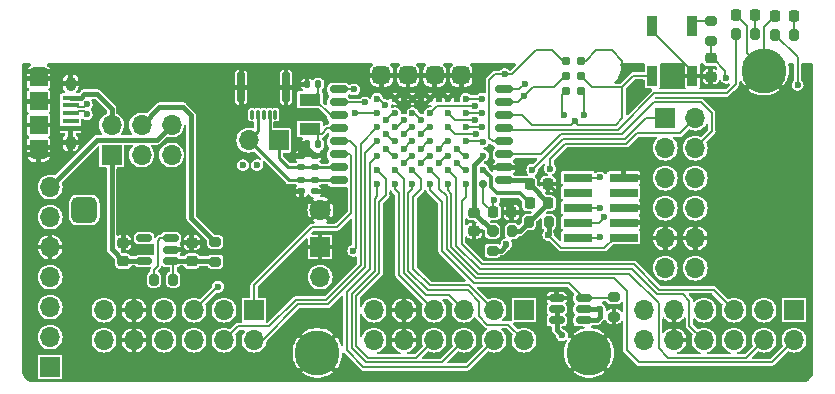
<source format=gbr>
%TF.GenerationSoftware,KiCad,Pcbnew,7.0.5.1-1-g8f565ef7f0-dirty-deb11*%
%TF.CreationDate,2023-06-14T12:44:05+00:00*%
%TF.ProjectId,kite-nrf52840,6b697465-2d6e-4726-9635-323834302e6b,rev?*%
%TF.SameCoordinates,Original*%
%TF.FileFunction,Copper,L1,Top*%
%TF.FilePolarity,Positive*%
%FSLAX46Y46*%
G04 Gerber Fmt 4.6, Leading zero omitted, Abs format (unit mm)*
G04 Created by KiCad (PCBNEW 7.0.5.1-1-g8f565ef7f0-dirty-deb11) date 2023-06-14 12:44:05*
%MOMM*%
%LPD*%
G01*
G04 APERTURE LIST*
G04 Aperture macros list*
%AMRoundRect*
0 Rectangle with rounded corners*
0 $1 Rounding radius*
0 $2 $3 $4 $5 $6 $7 $8 $9 X,Y pos of 4 corners*
0 Add a 4 corners polygon primitive as box body*
4,1,4,$2,$3,$4,$5,$6,$7,$8,$9,$2,$3,0*
0 Add four circle primitives for the rounded corners*
1,1,$1+$1,$2,$3*
1,1,$1+$1,$4,$5*
1,1,$1+$1,$6,$7*
1,1,$1+$1,$8,$9*
0 Add four rect primitives between the rounded corners*
20,1,$1+$1,$2,$3,$4,$5,0*
20,1,$1+$1,$4,$5,$6,$7,0*
20,1,$1+$1,$6,$7,$8,$9,0*
20,1,$1+$1,$8,$9,$2,$3,0*%
G04 Aperture macros list end*
%TA.AperFunction,SMDPad,CuDef*%
%ADD10RoundRect,0.225000X-0.225000X-0.250000X0.225000X-0.250000X0.225000X0.250000X-0.225000X0.250000X0*%
%TD*%
%TA.AperFunction,SMDPad,CuDef*%
%ADD11R,0.900000X1.700000*%
%TD*%
%TA.AperFunction,SMDPad,CuDef*%
%ADD12RoundRect,0.140000X0.170000X-0.140000X0.170000X0.140000X-0.170000X0.140000X-0.170000X-0.140000X0*%
%TD*%
%TA.AperFunction,SMDPad,CuDef*%
%ADD13R,1.350000X0.400000*%
%TD*%
%TA.AperFunction,ComponentPad*%
%ADD14O,1.550000X0.890000*%
%TD*%
%TA.AperFunction,SMDPad,CuDef*%
%ADD15R,1.550000X1.200000*%
%TD*%
%TA.AperFunction,ComponentPad*%
%ADD16O,0.950000X1.250000*%
%TD*%
%TA.AperFunction,SMDPad,CuDef*%
%ADD17R,1.550000X1.500000*%
%TD*%
%TA.AperFunction,SMDPad,CuDef*%
%ADD18RoundRect,0.087500X0.087500X0.312500X-0.087500X0.312500X-0.087500X-0.312500X0.087500X-0.312500X0*%
%TD*%
%TA.AperFunction,SMDPad,CuDef*%
%ADD19RoundRect,0.150000X0.150000X1.150000X-0.150000X1.150000X-0.150000X-1.150000X0.150000X-1.150000X0*%
%TD*%
%TA.AperFunction,SMDPad,CuDef*%
%ADD20RoundRect,0.225000X0.250000X-0.225000X0.250000X0.225000X-0.250000X0.225000X-0.250000X-0.225000X0*%
%TD*%
%TA.AperFunction,SMDPad,CuDef*%
%ADD21RoundRect,0.150000X0.512500X0.150000X-0.512500X0.150000X-0.512500X-0.150000X0.512500X-0.150000X0*%
%TD*%
%TA.AperFunction,SMDPad,CuDef*%
%ADD22C,0.200000*%
%TD*%
%TA.AperFunction,SMDPad,CuDef*%
%ADD23RoundRect,0.140000X0.140000X0.170000X-0.140000X0.170000X-0.140000X-0.170000X0.140000X-0.170000X0*%
%TD*%
%TA.AperFunction,ComponentPad*%
%ADD24R,1.700000X1.700000*%
%TD*%
%TA.AperFunction,ComponentPad*%
%ADD25O,1.700000X1.700000*%
%TD*%
%TA.AperFunction,ConnectorPad*%
%ADD26C,0.787400*%
%TD*%
%TA.AperFunction,SMDPad,CuDef*%
%ADD27RoundRect,0.218750X-0.218750X-0.256250X0.218750X-0.256250X0.218750X0.256250X-0.218750X0.256250X0*%
%TD*%
%TA.AperFunction,SMDPad,CuDef*%
%ADD28RoundRect,0.225000X-0.250000X0.225000X-0.250000X-0.225000X0.250000X-0.225000X0.250000X0.225000X0*%
%TD*%
%TA.AperFunction,SMDPad,CuDef*%
%ADD29RoundRect,0.200000X-0.200000X-0.275000X0.200000X-0.275000X0.200000X0.275000X-0.200000X0.275000X0*%
%TD*%
%TA.AperFunction,SMDPad,CuDef*%
%ADD30RoundRect,0.175000X-0.575000X-0.175000X0.575000X-0.175000X0.575000X0.175000X-0.575000X0.175000X0*%
%TD*%
%TA.AperFunction,SMDPad,CuDef*%
%ADD31C,0.600000*%
%TD*%
%TA.AperFunction,SMDPad,CuDef*%
%ADD32RoundRect,0.375000X-0.375000X-0.375000X0.375000X-0.375000X0.375000X0.375000X-0.375000X0.375000X0*%
%TD*%
%TA.AperFunction,SMDPad,CuDef*%
%ADD33RoundRect,0.150000X-0.150000X-0.150000X0.150000X-0.150000X0.150000X0.150000X-0.150000X0.150000X0*%
%TD*%
%TA.AperFunction,SMDPad,CuDef*%
%ADD34RoundRect,0.200000X0.275000X-0.200000X0.275000X0.200000X-0.275000X0.200000X-0.275000X-0.200000X0*%
%TD*%
%TA.AperFunction,SMDPad,CuDef*%
%ADD35RoundRect,0.200000X-0.275000X0.200000X-0.275000X-0.200000X0.275000X-0.200000X0.275000X0.200000X0*%
%TD*%
%TA.AperFunction,SMDPad,CuDef*%
%ADD36R,1.800000X1.000000*%
%TD*%
%TA.AperFunction,SMDPad,CuDef*%
%ADD37R,2.400000X0.740000*%
%TD*%
%TA.AperFunction,SMDPad,CuDef*%
%ADD38RoundRect,0.200000X0.200000X0.275000X-0.200000X0.275000X-0.200000X-0.275000X0.200000X-0.275000X0*%
%TD*%
%TA.AperFunction,ComponentPad*%
%ADD39C,3.800000*%
%TD*%
%TA.AperFunction,ComponentPad*%
%ADD40RoundRect,0.550000X0.550000X0.550000X-0.550000X0.550000X-0.550000X-0.550000X0.550000X-0.550000X0*%
%TD*%
%TA.AperFunction,ComponentPad*%
%ADD41C,1.800000*%
%TD*%
%TA.AperFunction,ViaPad*%
%ADD42C,0.600000*%
%TD*%
%TA.AperFunction,Conductor*%
%ADD43C,0.500000*%
%TD*%
%TA.AperFunction,Conductor*%
%ADD44C,0.200000*%
%TD*%
%TA.AperFunction,Conductor*%
%ADD45C,0.250000*%
%TD*%
%TA.AperFunction,Conductor*%
%ADD46C,0.400000*%
%TD*%
%TA.AperFunction,Conductor*%
%ADD47C,0.196000*%
%TD*%
%TA.AperFunction,Conductor*%
%ADD48C,0.182000*%
%TD*%
%TA.AperFunction,Conductor*%
%ADD49C,0.300000*%
%TD*%
G04 APERTURE END LIST*
%TA.AperFunction,EtchedComponent*%
%TO.C,NT1*%
G36*
X120850000Y-78600000D02*
G01*
X120450000Y-78600000D01*
X120450000Y-78400000D01*
X120850000Y-78400000D01*
X120850000Y-78600000D01*
G37*
%TD.AperFunction*%
%TD*%
D10*
%TO.P,C1,1*%
%TO.N,Net-(U1-VDD)*%
X114975000Y-75200000D03*
%TO.P,C1,2*%
%TO.N,GND*%
X116525000Y-75200000D03*
%TD*%
D11*
%TO.P,SW1,1,1*%
%TO.N,GND*%
X128750000Y-66050000D03*
%TO.P,SW1,2,2*%
%TO.N,/Microcontroller/P0.18_~{RESET}*%
X125350000Y-66050000D03*
%TD*%
D10*
%TO.P,C2,1*%
%TO.N,VBUS*%
X111875000Y-77600000D03*
%TO.P,C2,2*%
%TO.N,GND*%
X113425000Y-77600000D03*
%TD*%
D12*
%TO.P,C5,1*%
%TO.N,GND*%
X96800000Y-75830000D03*
%TO.P,C5,2*%
%TO.N,/NFC2*%
X96800000Y-74870000D03*
%TD*%
%TO.P,C4,1*%
%TO.N,/NFC1*%
X95650000Y-73780000D03*
%TO.P,C4,2*%
%TO.N,GND*%
X95650000Y-72820000D03*
%TD*%
%TO.P,C6,1*%
%TO.N,GND*%
X95650000Y-75830000D03*
%TO.P,C6,2*%
%TO.N,/NFC2*%
X95650000Y-74870000D03*
%TD*%
%TO.P,C3,1*%
%TO.N,/NFC1*%
X96800000Y-73780000D03*
%TO.P,C3,2*%
%TO.N,GND*%
X96800000Y-72820000D03*
%TD*%
D13*
%TO.P,J6,1,VBUS*%
%TO.N,VBUS*%
X76100000Y-67900000D03*
%TO.P,J6,2,D-*%
%TO.N,/USB_D-*%
X76100000Y-68550000D03*
%TO.P,J6,3,D+*%
%TO.N,/USB_D+*%
X76100000Y-69200000D03*
%TO.P,J6,4,ID*%
%TO.N,unconnected-(J6-ID-Pad4)*%
X76100000Y-69850000D03*
%TO.P,J6,5,GND*%
%TO.N,GND*%
X76100000Y-70500000D03*
D14*
%TO.P,J6,6,Shield*%
X73400000Y-65700000D03*
D15*
X73400000Y-66300000D03*
D16*
X76100000Y-66700000D03*
D17*
X73400000Y-68200000D03*
X73400000Y-70200000D03*
D16*
X76100000Y-71700000D03*
D15*
X73400000Y-72100000D03*
D14*
X73400000Y-72700000D03*
%TD*%
D18*
%TO.P,J9,1,Pin_1*%
%TO.N,unconnected-(J9-Pin_1-Pad1)*%
X93450000Y-69325000D03*
%TO.P,J9,2,Pin_2*%
%TO.N,/NFC1*%
X92950000Y-69325000D03*
%TO.P,J9,3,Pin_3*%
%TO.N,unconnected-(J9-Pin_3-Pad3)*%
X92450000Y-69325000D03*
%TO.P,J9,4,Pin_4*%
%TO.N,/NFC2*%
X91950000Y-69325000D03*
%TO.P,J9,5,Pin_5*%
%TO.N,unconnected-(J9-Pin_5-Pad5)*%
X91450000Y-69325000D03*
D19*
%TO.P,J9,MP,MountPin*%
%TO.N,GND*%
X94350000Y-67025000D03*
X90550000Y-67025000D03*
%TD*%
D20*
%TO.P,C7,1*%
%TO.N,Net-(U2-IN)*%
X86362500Y-81725000D03*
%TO.P,C7,2*%
%TO.N,GND*%
X86362500Y-80175000D03*
%TD*%
%TO.P,C8,1*%
%TO.N,Net-(J3-Pin_1)*%
X80562500Y-81725000D03*
%TO.P,C8,2*%
%TO.N,GND*%
X80562500Y-80175000D03*
%TD*%
D21*
%TO.P,U2,1,IN*%
%TO.N,Net-(U2-IN)*%
X84600000Y-81700000D03*
%TO.P,U2,2,GND*%
%TO.N,GND*%
X84600000Y-80750000D03*
%TO.P,U2,3,EN*%
%TO.N,Net-(U2-EN)*%
X84600000Y-79800000D03*
%TO.P,U2,4,NC*%
%TO.N,unconnected-(U2-NC-Pad4)*%
X82325000Y-79800000D03*
%TO.P,U2,5,OUT*%
%TO.N,Net-(J3-Pin_1)*%
X82325000Y-81700000D03*
%TD*%
D22*
%TO.P,NT1,1,1*%
%TO.N,Net-(J10-SWDCLK)*%
X120450000Y-78500000D03*
%TO.P,NT1,2,2*%
%TO.N,/Microcontroller/SWDCLK*%
X120850000Y-78500000D03*
%TD*%
D23*
%TO.P,C12,1*%
%TO.N,/Microcontroller/P0.01_XL2*%
X97080000Y-71850000D03*
%TO.P,C12,2*%
%TO.N,GND*%
X96120000Y-71850000D03*
%TD*%
D24*
%TO.P,J12,1,Pin_1*%
%TO.N,/P0.05A*%
X74365000Y-90700000D03*
D25*
%TO.P,J12,2,Pin_2*%
%TO.N,/P0.04A*%
X74365000Y-88160000D03*
%TO.P,J12,3,Pin_3*%
%TO.N,/P0.28A\u002A*%
X74365000Y-85620000D03*
%TO.P,J12,4,Pin_4*%
%TO.N,/P0.26*%
X74365000Y-83080000D03*
%TO.P,J12,5,Pin_5*%
%TO.N,GND*%
X74365000Y-80540000D03*
%TO.P,J12,6,Pin_6*%
%TO.N,/Power/PPMOD_VDD*%
X74365000Y-78000000D03*
%TO.P,J12,7,Pin_7*%
%TO.N,/I/O/PMOD5_VDD_HV*%
X74365000Y-75460000D03*
%TD*%
D24*
%TO.P,J3,1,Pin_1*%
%TO.N,Net-(J3-Pin_1)*%
X79575000Y-72750000D03*
D25*
%TO.P,J3,2,Pin_2*%
%TO.N,VBUS*%
X79575000Y-70210000D03*
%TO.P,J3,3,Pin_3*%
%TO.N,VDD*%
X82115000Y-72750000D03*
%TO.P,J3,4,Pin_4*%
%TO.N,VDD_HV*%
X82115000Y-70210000D03*
%TO.P,J3,5,Pin_5*%
%TO.N,/Power/PPMOD_VDD*%
X84655000Y-72750000D03*
%TO.P,J3,6,Pin_6*%
%TO.N,/I/O/PMOD5_VDD_HV*%
X84655000Y-70210000D03*
%TD*%
D26*
%TO.P,J8,1,VTref*%
%TO.N,VDD*%
X119335000Y-67320000D03*
%TO.P,J8,2,SWDIO*%
%TO.N,/Microcontroller/SWDIO*%
X118065000Y-67320000D03*
%TO.P,J8,3,~{RESET}*%
%TO.N,/Microcontroller/P0.18_~{RESET}*%
X119335000Y-66050000D03*
%TO.P,J8,4,SWCLK*%
%TO.N,/Microcontroller/SWDCLK*%
X118065000Y-66050000D03*
%TO.P,J8,5,GND*%
%TO.N,GND*%
X119335000Y-64780000D03*
%TO.P,J8,6,SWO*%
%TO.N,/Microcontroller/P1.00_SWO*%
X118065000Y-64780000D03*
%TD*%
D27*
%TO.P,D2,1,K*%
%TO.N,GND*%
X132465000Y-60910000D03*
%TO.P,D2,2,A*%
%TO.N,Net-(D2-A)*%
X134040000Y-60910000D03*
%TD*%
D24*
%TO.P,J4,1,IO1*%
%TO.N,/P0.03A\u002A*%
X91630000Y-85875000D03*
D25*
%TO.P,J4,2,IO2*%
%TO.N,/P0.17*%
X89090000Y-85875000D03*
%TO.P,J4,3,IO3*%
%TO.N,/P0.22*%
X86550000Y-85875000D03*
%TO.P,J4,4,IO4*%
%TO.N,/P0.27*%
X84010000Y-85875000D03*
%TO.P,J4,5,GND*%
%TO.N,GND*%
X81470000Y-85875000D03*
%TO.P,J4,6,VCC*%
%TO.N,VDD*%
X78930000Y-85875000D03*
%TO.P,J4,7,IO5*%
%TO.N,/P1.14\u002A*%
X91630000Y-88415000D03*
%TO.P,J4,8,IO6*%
%TO.N,/P1.13\u002A*%
X89090000Y-88415000D03*
%TO.P,J4,9,IO7*%
%TO.N,/P1.11\u002A*%
X86550000Y-88415000D03*
%TO.P,J4,10,IO8*%
%TO.N,/P1.12\u002A*%
X84010000Y-88415000D03*
%TO.P,J4,11,GND*%
%TO.N,GND*%
X81470000Y-88415000D03*
%TO.P,J4,12,VCC*%
%TO.N,VDD*%
X78930000Y-88415000D03*
%TD*%
D24*
%TO.P,J2,1,IO1*%
%TO.N,/P0.31A\u002A*%
X137350000Y-85875000D03*
D25*
%TO.P,J2,2,IO2*%
%TO.N,/P0.14*%
X134810000Y-85875000D03*
%TO.P,J2,3,IO3*%
%TO.N,/P0.12*%
X132270000Y-85875000D03*
%TO.P,J2,4,IO4*%
%TO.N,/P0.15*%
X129730000Y-85875000D03*
%TO.P,J2,5,GND*%
%TO.N,GND*%
X127190000Y-85875000D03*
%TO.P,J2,6,VCC*%
%TO.N,VDD*%
X124650000Y-85875000D03*
%TO.P,J2,7,IO5*%
%TO.N,/P1.02\u002A*%
X137350000Y-88415000D03*
%TO.P,J2,8,IO6*%
%TO.N,/P1.05\u002A*%
X134810000Y-88415000D03*
%TO.P,J2,9,IO7*%
%TO.N,/P0.25*%
X132270000Y-88415000D03*
%TO.P,J2,10,IO8*%
%TO.N,/P1.01\u002A*%
X129730000Y-88415000D03*
%TO.P,J2,11,GND*%
%TO.N,GND*%
X127190000Y-88415000D03*
%TO.P,J2,12,VCC*%
%TO.N,VDD*%
X124650000Y-88415000D03*
%TD*%
D28*
%TO.P,C9,1*%
%TO.N,/P1.07\u002A*%
X130300000Y-64575000D03*
%TO.P,C9,2*%
%TO.N,GND*%
X130300000Y-66125000D03*
%TD*%
D27*
%TO.P,D1,1,K*%
%TO.N,GND*%
X135775000Y-60950000D03*
%TO.P,D1,2,A*%
%TO.N,Net-(D1-A)*%
X137350000Y-60950000D03*
%TD*%
D29*
%TO.P,R10,1*%
%TO.N,/P0.13*%
X132427500Y-62510000D03*
%TO.P,R10,2*%
%TO.N,Net-(D2-A)*%
X134077500Y-62510000D03*
%TD*%
%TO.P,R9,1*%
%TO.N,/P0.24*%
X135737500Y-62550000D03*
%TO.P,R9,2*%
%TO.N,Net-(D1-A)*%
X137387500Y-62550000D03*
%TD*%
D23*
%TO.P,C11,1*%
%TO.N,/Microcontroller/P0.00_XL1*%
X97080000Y-66750000D03*
%TO.P,C11,2*%
%TO.N,GND*%
X96120000Y-66750000D03*
%TD*%
D30*
%TO.P,U1,1,P0.26*%
%TO.N,/P0.26*%
X98800000Y-67200000D03*
%TO.P,U1,2,P0.27*%
%TO.N,/P0.27*%
X98800000Y-68300000D03*
%TO.P,U1,3,XL1/P0.00*%
%TO.N,/Microcontroller/P0.00_XL1*%
X98800000Y-69400000D03*
%TO.P,U1,4,XL2/P0.01*%
%TO.N,/Microcontroller/P0.01_XL2*%
X98800000Y-70500000D03*
%TO.P,U1,5,AIN0/P0.02*%
%TO.N,/P0.02A\u002A*%
X98800000Y-71600000D03*
%TO.P,U1,6,AIN1/P0.03*%
%TO.N,/P0.03A\u002A*%
X98800000Y-72700000D03*
%TO.P,U1,7,NFC1/P0.09*%
%TO.N,/NFC1*%
X98800000Y-73800000D03*
%TO.P,U1,8,NFC2/P0.10*%
%TO.N,/NFC2*%
X98800000Y-74900000D03*
%TO.P,U1,9,VDD*%
%TO.N,Net-(U1-VDD)*%
X112800000Y-74900000D03*
%TO.P,U1,10,GND*%
%TO.N,GND*%
X112800000Y-73800000D03*
%TO.P,U1,11,TRACEDATA2/P0.11*%
%TO.N,/P0.11*%
X112800000Y-72700000D03*
%TO.P,U1,12,P1.00/TRACEDATA0*%
%TO.N,/Microcontroller/P1.00_SWO*%
X112800000Y-71600000D03*
%TO.P,U1,13,P0.13*%
%TO.N,/P0.13*%
X112800000Y-70500000D03*
%TO.P,U1,14,P0.18/~{RESET}*%
%TO.N,/Microcontroller/P0.18_~{RESET}*%
X112800000Y-69400000D03*
%TO.P,U1,15,SWDCLK*%
%TO.N,/Microcontroller/SWDCLK*%
X112800000Y-68300000D03*
%TO.P,U1,16,SWDIO*%
%TO.N,/Microcontroller/SWDIO*%
X112800000Y-67200000D03*
D31*
%TO.P,U1,A0,GND*%
%TO.N,GND*%
X103550000Y-68000000D03*
%TO.P,U1,A1,AIN4/P0.28*%
%TO.N,/P0.28A\u002A*%
X103550000Y-69200000D03*
%TO.P,U1,A2,AIN5/P0.29*%
%TO.N,/P0.29A\u002A*%
X103550000Y-70400000D03*
%TO.P,U1,A3,AIN2/P0.04*%
%TO.N,/P0.04A*%
X103550000Y-71600000D03*
%TO.P,U1,A4,AIN3/P0.05*%
%TO.N,/P0.05A*%
X103550000Y-72800000D03*
%TO.P,U1,A5,TRACECLK/P0.07*%
%TO.N,/P0.07*%
X103550000Y-74000000D03*
%TO.P,U1,A6,P1.08*%
%TO.N,/P1.08*%
X103550000Y-75200000D03*
%TO.P,U1,B0,GND*%
%TO.N,GND*%
X105050000Y-68000000D03*
%TO.P,U1,B1,P0.25*%
%TO.N,/P0.25*%
X105050000Y-69200000D03*
%TO.P,U1,B2,AIN6/P0.30*%
%TO.N,/P0.30A\u002A*%
X105050000Y-70400000D03*
%TO.P,U1,B3,AIN7/P0.31*%
%TO.N,/P0.31A\u002A*%
X105050000Y-71600000D03*
%TO.P,U1,B4,P0.06*%
%TO.N,/P0.06*%
X105050000Y-72800000D03*
%TO.P,U1,B5,P0.08*%
%TO.N,/P0.08*%
X105050000Y-74000000D03*
%TO.P,U1,B6,P1.03*%
%TO.N,/P1.03\u002A*%
X105050000Y-75200000D03*
%TO.P,U1,C0,GND*%
%TO.N,GND*%
X106550000Y-68000000D03*
%TO.P,U1,C1,P0.24*%
%TO.N,/P0.24*%
X106550000Y-69200000D03*
%TO.P,U1,C2,P0.22*%
%TO.N,/P0.22*%
X106550000Y-70400000D03*
%TO.P,U1,C3,P0.17*%
%TO.N,/P0.17*%
X106550000Y-71600000D03*
%TO.P,U1,C4,P0.15*%
%TO.N,/P0.15*%
X106550000Y-72800000D03*
%TO.P,U1,C5,P1.02*%
%TO.N,/P1.02\u002A*%
X106550000Y-74000000D03*
%TO.P,U1,C6,P1.04*%
%TO.N,/P1.04\u002A*%
X106550000Y-75200000D03*
%TO.P,U1,D0,GND*%
%TO.N,GND*%
X108050000Y-68000000D03*
%TO.P,U1,D1,P0.23*%
%TO.N,/P0.23*%
X108050000Y-69200000D03*
%TO.P,U1,D2,P0.19*%
%TO.N,/P0.19*%
X108050000Y-70400000D03*
%TO.P,U1,D3,P0.16*%
%TO.N,/P0.16*%
X108050000Y-71600000D03*
%TO.P,U1,D4,P0.14*%
%TO.N,/P0.14*%
X108050000Y-72800000D03*
%TO.P,U1,D5,P1.01*%
%TO.N,/P1.01\u002A*%
X108050000Y-74000000D03*
%TO.P,U1,D6,P1.05*%
%TO.N,/P1.05\u002A*%
X108050000Y-75200000D03*
%TO.P,U1,E0,P1.07*%
%TO.N,/P1.07\u002A*%
X109550000Y-68000000D03*
%TO.P,U1,E1,P0.20*%
%TO.N,/P0.20*%
X109550000Y-69200000D03*
%TO.P,U1,E2,P0.21*%
%TO.N,/P0.21*%
X109550000Y-70400000D03*
%TO.P,U1,E3,P1.09/TRACEDATA3*%
%TO.N,/P1.09*%
X109550000Y-71600000D03*
%TO.P,U1,E4,D+*%
%TO.N,/USB_D+*%
X109550000Y-72800000D03*
%TO.P,U1,E5,D-*%
%TO.N,/USB_D-*%
X109550000Y-74000000D03*
%TO.P,U1,E6,TRACEDATA1/P0.12*%
%TO.N,/P0.12*%
X109550000Y-75200000D03*
D32*
%TO.P,U1,F0,GND*%
%TO.N,GND*%
X102425000Y-66000000D03*
%TO.P,U1,F1,GND*%
X104675000Y-66000000D03*
%TO.P,U1,F2,GND*%
X106925000Y-66000000D03*
%TO.P,U1,F3,GND*%
X109175000Y-66000000D03*
D31*
%TO.P,U1,F4,VDDH*%
%TO.N,Net-(U1-VDDH)*%
X111050000Y-72800000D03*
%TO.P,U1,F5,DCCH*%
%TO.N,Net-(U1-DCCH)*%
X111050000Y-74000000D03*
D33*
%TO.P,U1,F6,VBUS*%
%TO.N,VBUS*%
X111050000Y-75200000D03*
D31*
%TO.P,U1,Z0,P1.11*%
%TO.N,/P1.11\u002A*%
X102050000Y-68000000D03*
%TO.P,U1,Z1,P1.12*%
%TO.N,/P1.12\u002A*%
X102050000Y-69200000D03*
%TO.P,U1,Z2,P1.13*%
%TO.N,/P1.13\u002A*%
X102050000Y-70400000D03*
%TO.P,U1,Z3,P1.14*%
%TO.N,/P1.14\u002A*%
X102050000Y-71600000D03*
%TO.P,U1,Z4,P1.15*%
%TO.N,/P1.15\u002A*%
X102050000Y-72800000D03*
%TO.P,U1,Z5,P1.10*%
%TO.N,/P1.10\u002A*%
X102050000Y-74000000D03*
%TO.P,U1,Z6,P1.06*%
%TO.N,/P1.06\u002A*%
X102050000Y-75200000D03*
%TD*%
D27*
%TO.P,L1,1*%
%TO.N,Net-(U1-DCCH)*%
X114962500Y-76800000D03*
%TO.P,L1,2*%
%TO.N,Net-(U1-VDD)*%
X116537500Y-76800000D03*
%TD*%
D29*
%TO.P,R3,1*%
%TO.N,Net-(U1-VDD)*%
X114925000Y-78400000D03*
%TO.P,R3,2*%
%TO.N,VDD*%
X116575000Y-78400000D03*
%TD*%
D34*
%TO.P,R1,1*%
%TO.N,GND*%
X122100000Y-86425000D03*
%TO.P,R1,2*%
%TO.N,/P1.04\u002A*%
X122100000Y-84775000D03*
%TD*%
D35*
%TO.P,R5,1*%
%TO.N,VDD_HV*%
X88362500Y-80125000D03*
%TO.P,R5,2*%
%TO.N,Net-(U2-IN)*%
X88362500Y-81775000D03*
%TD*%
%TO.P,R7,1*%
%TO.N,Net-(U1-VDDH)*%
X111825000Y-79200000D03*
%TO.P,R7,2*%
%TO.N,VDD_HV*%
X111825000Y-80850000D03*
%TD*%
D34*
%TO.P,R2,1*%
%TO.N,/P1.07\u002A*%
X130300000Y-63075000D03*
%TO.P,R2,2*%
%TO.N,Net-(R2-Pad2)*%
X130300000Y-61425000D03*
%TD*%
D11*
%TO.P,SW2,1,1*%
%TO.N,GND*%
X125350000Y-61800000D03*
%TO.P,SW2,2,2*%
%TO.N,Net-(R2-Pad2)*%
X128750000Y-61800000D03*
%TD*%
D36*
%TO.P,Y1,1,1*%
%TO.N,/Microcontroller/P0.00_XL1*%
X96350000Y-68050000D03*
%TO.P,Y1,2,2*%
%TO.N,/Microcontroller/P0.01_XL2*%
X96350000Y-70550000D03*
%TD*%
D37*
%TO.P,J10,1,VTref*%
%TO.N,VDD*%
X122940000Y-79740000D03*
%TO.P,J10,2,SWDIO*%
%TO.N,/Microcontroller/SWDIO*%
X119040000Y-79740000D03*
%TO.P,J10,3,GND*%
%TO.N,GND*%
X122940000Y-78470000D03*
%TO.P,J10,4,SWDCLK*%
%TO.N,Net-(J10-SWDCLK)*%
X119040000Y-78470000D03*
%TO.P,J10,5,GND*%
%TO.N,GND*%
X122940000Y-77200000D03*
%TO.P,J10,6,SWO*%
%TO.N,/Microcontroller/P1.00_SWO*%
X119040000Y-77200000D03*
%TO.P,J10,7,KEY*%
%TO.N,unconnected-(J10-KEY-Pad7)*%
X122940000Y-75930000D03*
%TO.P,J10,8,NC*%
%TO.N,unconnected-(J10-NC-Pad8)*%
X119040000Y-75930000D03*
%TO.P,J10,9,GNDDetect*%
%TO.N,GND*%
X122940000Y-74660000D03*
%TO.P,J10,10,~{RESET}*%
%TO.N,/Microcontroller/P0.18_~{RESET}*%
X119040000Y-74660000D03*
%TD*%
D24*
%TO.P,J1,1,IO1*%
%TO.N,/P0.30A\u002A*%
X126445000Y-69619000D03*
D25*
%TO.P,J1,2,IO2*%
%TO.N,/P0.20*%
X126445000Y-72159000D03*
%TO.P,J1,3,IO3*%
%TO.N,/P0.21*%
X126445000Y-74699000D03*
%TO.P,J1,4,IO4*%
%TO.N,/P1.09*%
X126445000Y-77239000D03*
%TO.P,J1,5,GND*%
%TO.N,GND*%
X126445000Y-79779000D03*
%TO.P,J1,6,VCC*%
%TO.N,/I/O/VDD_PMOD1*%
X126445000Y-82319000D03*
%TO.P,J1,7,IO5*%
%TO.N,/P0.29A\u002A*%
X128985000Y-69619000D03*
%TO.P,J1,8,IO6*%
%TO.N,/P0.11*%
X128985000Y-72159000D03*
%TO.P,J1,9,IO7*%
%TO.N,/P0.23*%
X128985000Y-74699000D03*
%TO.P,J1,10,IO8*%
%TO.N,/P0.19*%
X128985000Y-77239000D03*
%TO.P,J1,11,GND*%
%TO.N,GND*%
X128985000Y-79779000D03*
%TO.P,J1,12,VCC*%
%TO.N,/I/O/VDD_PMOD1*%
X128985000Y-82319000D03*
%TD*%
D24*
%TO.P,J7,1,Pin_1*%
%TO.N,GND*%
X97225000Y-80540000D03*
D25*
%TO.P,J7,2,Pin_2*%
%TO.N,unconnected-(J7-Pin_2-Pad2)*%
X97225000Y-83080000D03*
%TD*%
D28*
%TO.P,C13,1*%
%TO.N,Net-(U1-VDDH)*%
X110250000Y-77625000D03*
%TO.P,C13,2*%
%TO.N,GND*%
X110250000Y-79175000D03*
%TD*%
D24*
%TO.P,J5,1,IO1*%
%TO.N,/P0.02A\u002A*%
X114490000Y-85875000D03*
D25*
%TO.P,J5,2,IO2*%
%TO.N,/P0.08*%
X111950000Y-85875000D03*
%TO.P,J5,3,IO3*%
%TO.N,/P0.07*%
X109410000Y-85875000D03*
%TO.P,J5,4,IO4*%
%TO.N,/P1.08*%
X106870000Y-85875000D03*
%TO.P,J5,5,GND*%
%TO.N,GND*%
X104330000Y-85875000D03*
%TO.P,J5,6,VCC*%
%TO.N,VDD*%
X101790000Y-85875000D03*
%TO.P,J5,7,IO5*%
%TO.N,/P1.03\u002A*%
X114490000Y-88415000D03*
%TO.P,J5,8,IO6*%
%TO.N,/P1.15\u002A*%
X111950000Y-88415000D03*
%TO.P,J5,9,IO7*%
%TO.N,/P1.06\u002A*%
X109410000Y-88415000D03*
%TO.P,J5,10,IO8*%
%TO.N,/P1.10\u002A*%
X106870000Y-88415000D03*
%TO.P,J5,11,GND*%
%TO.N,GND*%
X104330000Y-88415000D03*
%TO.P,J5,12,VCC*%
%TO.N,VDD*%
X101790000Y-88415000D03*
%TD*%
D38*
%TO.P,R4,1*%
%TO.N,Net-(U2-IN)*%
X84800000Y-83300000D03*
%TO.P,R4,2*%
%TO.N,Net-(U2-EN)*%
X83150000Y-83300000D03*
%TD*%
%TO.P,R8,1*%
%TO.N,Net-(U1-VDD)*%
X113475000Y-79200000D03*
%TO.P,R8,2*%
%TO.N,Net-(U1-VDDH)*%
X111825000Y-79200000D03*
%TD*%
D21*
%TO.P,U3,1,OUT*%
%TO.N,/I/O/VDD_PMOD1*%
X119537500Y-86750000D03*
%TO.P,U3,2,OUT*%
X119537500Y-85800000D03*
%TO.P,U3,3,ON*%
%TO.N,/P1.04\u002A*%
X119537500Y-84850000D03*
%TO.P,U3,4,GND*%
%TO.N,GND*%
X117262500Y-84850000D03*
%TO.P,U3,5,IN*%
%TO.N,VDD*%
X117262500Y-85800000D03*
%TO.P,U3,6,IN*%
X117262500Y-86750000D03*
%TD*%
D39*
%TO.P,H3,1,1*%
%TO.N,GND*%
X120000000Y-89500000D03*
%TD*%
%TO.P,H1,1,1*%
%TO.N,GND*%
X134800000Y-65600000D03*
%TD*%
%TO.P,H2,1,1*%
%TO.N,GND*%
X97000000Y-89500000D03*
%TD*%
D24*
%TO.P,J11,1,Pin_1*%
%TO.N,/NFC1*%
X93725000Y-71500000D03*
D25*
%TO.P,J11,2,Pin_2*%
%TO.N,/NFC2*%
X91185000Y-71500000D03*
%TD*%
D40*
%TO.P,BT1,1,+*%
%TO.N,/Power/PPMOD_VDD*%
X77250000Y-77400000D03*
D41*
%TO.P,BT1,2,-*%
%TO.N,GND*%
X97250000Y-77400000D03*
%TD*%
D42*
%TO.N,GND*%
X114800000Y-80800000D03*
X89600000Y-91500000D03*
X104300000Y-68550000D03*
X87000000Y-75300000D03*
X92500000Y-67700000D03*
X112750000Y-76700000D03*
X132200000Y-69500000D03*
X89500000Y-65500000D03*
X131200000Y-82900000D03*
X88800000Y-72600000D03*
X81000000Y-67500000D03*
X138500000Y-89400000D03*
X106900000Y-77500000D03*
X124600000Y-91500000D03*
X132800000Y-74700000D03*
X78500000Y-66100000D03*
X76600000Y-91200000D03*
X117300000Y-75950000D03*
X95600000Y-76700000D03*
X82300000Y-75300000D03*
X110700000Y-66850000D03*
X77800000Y-79700000D03*
X95200000Y-71900000D03*
X123900000Y-67400000D03*
X123500000Y-65475000D03*
X133000000Y-80000000D03*
X110900000Y-91500000D03*
X135300000Y-77400000D03*
X107300000Y-91500000D03*
X136400000Y-91500000D03*
X94300000Y-83200000D03*
X83500000Y-65500000D03*
X94700000Y-72900000D03*
X138400000Y-68800000D03*
X110250000Y-80300000D03*
X90540000Y-75550000D03*
X72700000Y-90500000D03*
X72800000Y-75500000D03*
X95500000Y-65500000D03*
X85900000Y-91500000D03*
X79800000Y-91300000D03*
X130100000Y-91500000D03*
X99000000Y-76300000D03*
X93800000Y-79600000D03*
X89500000Y-67500000D03*
X118000000Y-73550000D03*
X86500000Y-65500000D03*
X124000000Y-73200000D03*
X98000000Y-65500000D03*
X81000000Y-65500000D03*
X138400000Y-71700000D03*
X138400000Y-79800000D03*
X88100000Y-69500000D03*
X91800000Y-81800000D03*
X103550000Y-67150000D03*
X92500000Y-65500000D03*
X135600000Y-82300000D03*
X77400000Y-74500000D03*
X104000000Y-91500000D03*
X115300000Y-91500000D03*
X110700000Y-65550000D03*
X82700000Y-91400000D03*
X108050000Y-67150000D03*
X101400000Y-91400000D03*
X134800000Y-72300000D03*
X138400000Y-77100000D03*
X80290000Y-78270000D03*
X101200000Y-66824500D03*
X72600000Y-85700000D03*
X92900000Y-91300000D03*
X83500000Y-67500000D03*
X86000000Y-78800000D03*
X138500000Y-65700000D03*
X105700000Y-81200000D03*
X138400000Y-84100000D03*
X138400000Y-74500000D03*
X133600000Y-91500000D03*
X127400000Y-66100000D03*
X114300000Y-74000000D03*
X97700000Y-75700000D03*
X86500000Y-67500000D03*
X103100000Y-80500000D03*
%TO.N,/Microcontroller/SWDCLK*%
X114500000Y-67750000D03*
X121252920Y-77989300D03*
%TO.N,/Microcontroller/SWDIO*%
X114550000Y-66700000D03*
X120950000Y-79700000D03*
X117900000Y-69400000D03*
%TO.N,VBUS*%
X111950000Y-76600000D03*
%TO.N,/USB_D+*%
X77468416Y-69300000D03*
X108800000Y-72200000D03*
%TO.N,/USB_D-*%
X77468416Y-68450000D03*
X108800000Y-73400000D03*
%TO.N,/P1.09*%
X111035932Y-71608441D03*
%TO.N,/P0.23*%
X110350000Y-69800000D03*
%TO.N,/P0.21*%
X110950000Y-70400000D03*
%TO.N,/P0.19*%
X110400000Y-71000000D03*
%TO.N,/P0.22*%
X88600000Y-83900000D03*
X105800000Y-71000000D03*
%TO.N,/P0.25*%
X105800000Y-69800000D03*
%TO.N,/P0.27*%
X101020000Y-68300000D03*
%TO.N,/P0.06*%
X104300000Y-73400000D03*
%TO.N,/P0.26*%
X100100000Y-67200000D03*
%TO.N,/P0.24*%
X137650000Y-66799500D03*
X110355968Y-68599500D03*
%TO.N,/P0.20*%
X110950000Y-69200000D03*
%TO.N,/P0.17*%
X105800000Y-72200000D03*
%TO.N,/P0.15*%
X105800000Y-73400000D03*
%TO.N,/P0.14*%
X107300000Y-73400000D03*
%TO.N,/P0.16*%
X107300000Y-72200000D03*
%TO.N,/P1.11\u002A*%
X102750000Y-68550000D03*
%TO.N,/P0.02A\u002A*%
X100050000Y-80850000D03*
%TO.N,/P0.28A\u002A*%
X102800000Y-69800000D03*
%TO.N,/P0.29A\u002A*%
X116700000Y-73900000D03*
X104300000Y-69800000D03*
%TO.N,/P0.30A\u002A*%
X115200000Y-74000000D03*
X104300000Y-71000000D03*
%TO.N,/P0.31A\u002A*%
X104300000Y-72200000D03*
%TO.N,/P0.04A*%
X90700000Y-73600000D03*
X102800000Y-71000000D03*
%TO.N,/P0.05A*%
X102800000Y-72200000D03*
X91900000Y-73600000D03*
%TO.N,/P1.12\u002A*%
X100150000Y-69200000D03*
%TO.N,/P1.07\u002A*%
X131600000Y-66200000D03*
X110950500Y-68000000D03*
%TO.N,VDD*%
X116550000Y-79500000D03*
X119600000Y-69400000D03*
X117700000Y-88000000D03*
%TO.N,/Microcontroller/P0.18_~{RESET}*%
X120950000Y-74650000D03*
X118800000Y-69900000D03*
%TO.N,VDD_HV*%
X113000000Y-80300000D03*
%TO.N,/I/O/VDD_PMOD1*%
X120900000Y-85800000D03*
%TO.N,/Microcontroller/P1.00_SWO*%
X112850000Y-65900000D03*
X120950000Y-77200000D03*
%TD*%
D43*
%TO.N,GND*%
X95250000Y-71850000D02*
X95200000Y-71900000D01*
D44*
X132465000Y-60910000D02*
X133350000Y-61795000D01*
D45*
X110250000Y-79175000D02*
X110250000Y-80300000D01*
X116550000Y-75200000D02*
X117300000Y-75950000D01*
D44*
X123075000Y-65475000D02*
X123500000Y-65475000D01*
D43*
X96800000Y-72820000D02*
X96720000Y-72820000D01*
D44*
X125350000Y-62250000D02*
X128750000Y-65650000D01*
X127450000Y-66050000D02*
X127400000Y-66100000D01*
D43*
X95650000Y-72820000D02*
X95650000Y-72320000D01*
D44*
X120603166Y-63877549D02*
X121902549Y-63877549D01*
X133350000Y-64150000D02*
X134800000Y-65600000D01*
D43*
X96800000Y-72820000D02*
X96610000Y-72630000D01*
X96120000Y-71850000D02*
X95250000Y-71850000D01*
D44*
X130300000Y-66125000D02*
X128825000Y-66125000D01*
X122800000Y-65200000D02*
X123075000Y-65475000D01*
D45*
X113425000Y-77375000D02*
X112750000Y-76700000D01*
D44*
X133350000Y-61795000D02*
X133350000Y-64150000D01*
D43*
X95650000Y-72820000D02*
X94780000Y-72820000D01*
X94780000Y-72820000D02*
X94700000Y-72900000D01*
X96610000Y-72630000D02*
X95840000Y-72630000D01*
X95935000Y-72035000D02*
X96120000Y-71850000D01*
D44*
X134800000Y-61925000D02*
X134800000Y-65600000D01*
D43*
X95620000Y-72320000D02*
X95200000Y-71900000D01*
X95650000Y-72320000D02*
X95935000Y-72035000D01*
D44*
X119700715Y-64780000D02*
X120603166Y-63877549D01*
D43*
X95840000Y-72630000D02*
X95650000Y-72820000D01*
D44*
X122800000Y-64775000D02*
X122800000Y-65200000D01*
X119335000Y-64780000D02*
X119700715Y-64780000D01*
X121902549Y-63877549D02*
X122800000Y-64775000D01*
X128750000Y-66050000D02*
X127450000Y-66050000D01*
X135775000Y-60950000D02*
X134800000Y-61925000D01*
D43*
X96720000Y-72820000D02*
X95935000Y-72035000D01*
X95650000Y-72320000D02*
X95620000Y-72320000D01*
D44*
%TO.N,/Microcontroller/SWDCLK*%
X113950000Y-68300000D02*
X114500000Y-67750000D01*
X121252920Y-77989300D02*
X121252920Y-78097080D01*
X115250000Y-67000000D02*
X117050000Y-67000000D01*
X121252920Y-78097080D02*
X120850000Y-78500000D01*
X114500000Y-67750000D02*
X115250000Y-67000000D01*
X112800000Y-68300000D02*
X113950000Y-68300000D01*
X117050000Y-67000000D02*
X118000000Y-66050000D01*
%TO.N,/Microcontroller/SWDIO*%
X118065000Y-67320000D02*
X117750000Y-67635000D01*
X117750000Y-67635000D02*
X117750000Y-69250000D01*
X117750000Y-69250000D02*
X117900000Y-69400000D01*
X114050000Y-67200000D02*
X114550000Y-66700000D01*
X119050000Y-79740000D02*
X120910000Y-79740000D01*
X112800000Y-67200000D02*
X114050000Y-67200000D01*
X120910000Y-79740000D02*
X120950000Y-79700000D01*
D46*
%TO.N,VBUS*%
X76950000Y-67900000D02*
X77250000Y-67600000D01*
X76100000Y-67900000D02*
X76950000Y-67900000D01*
X79575000Y-68825000D02*
X79575000Y-70210000D01*
D44*
X111875000Y-77125000D02*
X111875000Y-76675000D01*
D46*
X78350000Y-67600000D02*
X79575000Y-68825000D01*
D44*
X111875000Y-76675000D02*
X111950000Y-76600000D01*
X111050000Y-76775000D02*
X111875000Y-77600000D01*
X111875000Y-77600000D02*
X111875000Y-77125000D01*
D46*
X77250000Y-67600000D02*
X78350000Y-67600000D01*
D44*
X111050000Y-75200000D02*
X111050000Y-76775000D01*
D47*
%TO.N,/USB_D+*%
X77232416Y-69064000D02*
X77468416Y-69300000D01*
X76711000Y-69064000D02*
X77232416Y-69064000D01*
X76100000Y-69200000D02*
X76575000Y-69200000D01*
X76575000Y-69200000D02*
X76711000Y-69064000D01*
D48*
X109400000Y-72800000D02*
X108800000Y-72200000D01*
D47*
%TO.N,/USB_D-*%
X76100000Y-68550000D02*
X76575000Y-68550000D01*
X76575000Y-68550000D02*
X76711000Y-68686000D01*
X76711000Y-68686000D02*
X77232416Y-68686000D01*
X77232416Y-68686000D02*
X77468416Y-68450000D01*
D48*
X109400000Y-74000000D02*
X108800000Y-73400000D01*
D45*
%TO.N,/NFC1*%
X94530000Y-73780000D02*
X95650000Y-73780000D01*
X92950000Y-69700000D02*
X92950000Y-70725000D01*
X95850000Y-73780000D02*
X95870000Y-73800000D01*
X93725000Y-72975000D02*
X94530000Y-73780000D01*
X95870000Y-73800000D02*
X98800000Y-73800000D01*
X93725000Y-71500000D02*
X93725000Y-72975000D01*
X92950000Y-70725000D02*
X93725000Y-71500000D01*
%TO.N,/NFC2*%
X95880000Y-74900000D02*
X98800000Y-74900000D01*
X91950000Y-69700000D02*
X91950000Y-70735000D01*
X95850000Y-74870000D02*
X95880000Y-74900000D01*
X94555000Y-74870000D02*
X95650000Y-74870000D01*
X91185000Y-71500000D02*
X94555000Y-74870000D01*
X91950000Y-70735000D02*
X91185000Y-71500000D01*
D44*
%TO.N,/P0.07*%
X106232500Y-84632500D02*
X108167500Y-84632500D01*
X104300000Y-82700000D02*
X106232500Y-84632500D01*
X104300000Y-74750000D02*
X104300000Y-82700000D01*
X108167500Y-84632500D02*
X109410000Y-85875000D01*
X103550000Y-74000000D02*
X104300000Y-74750000D01*
%TO.N,/P1.09*%
X109550000Y-71600000D02*
X111027491Y-71600000D01*
X111027491Y-71600000D02*
X111035932Y-71608441D01*
%TO.N,/P0.12*%
X109200000Y-80296570D02*
X110903430Y-82000000D01*
X110903430Y-82000000D02*
X123800000Y-82000000D01*
X109200000Y-76650000D02*
X109200000Y-80296570D01*
X125950000Y-84150000D02*
X130545000Y-84150000D01*
X109550000Y-75200000D02*
X109550000Y-76300000D01*
X123800000Y-82000000D02*
X125950000Y-84150000D01*
X130545000Y-84150000D02*
X132270000Y-85875000D01*
X109550000Y-76300000D02*
X109200000Y-76650000D01*
%TO.N,/P0.23*%
X108650000Y-69800000D02*
X110350000Y-69800000D01*
X108050000Y-69200000D02*
X108650000Y-69800000D01*
%TO.N,/P0.21*%
X109550000Y-70400000D02*
X110950000Y-70400000D01*
%TO.N,/P0.19*%
X108050000Y-70400000D02*
X108650000Y-71000000D01*
X108650000Y-71000000D02*
X110400000Y-71000000D01*
%TO.N,/P0.22*%
X86550000Y-85875000D02*
X88525000Y-83900000D01*
X88525000Y-83900000D02*
X88600000Y-83900000D01*
X106400000Y-70400000D02*
X105800000Y-71000000D01*
%TO.N,/P0.25*%
X105200000Y-69200000D02*
X105800000Y-69800000D01*
%TO.N,/P0.11*%
X115900000Y-72700000D02*
X117600000Y-71000000D01*
X112800000Y-72700000D02*
X115900000Y-72700000D01*
X130400000Y-70744000D02*
X128985000Y-72159000D01*
X117600000Y-71000000D02*
X122800000Y-71000000D01*
X129500000Y-68300000D02*
X130400000Y-69200000D01*
X130400000Y-69200000D02*
X130400000Y-70744000D01*
X125500000Y-68300000D02*
X129500000Y-68300000D01*
X122800000Y-71000000D02*
X125500000Y-68300000D01*
%TO.N,/P1.08*%
X103550000Y-75650000D02*
X103900000Y-76000000D01*
X103550000Y-75200000D02*
X103550000Y-75650000D01*
X103900000Y-82905000D02*
X106870000Y-85875000D01*
X103900000Y-76000000D02*
X103900000Y-82905000D01*
%TO.N,/P0.27*%
X98800000Y-68300000D02*
X101020000Y-68300000D01*
%TO.N,/P0.08*%
X105800000Y-74750000D02*
X105800000Y-75600000D01*
X105800000Y-75600000D02*
X105100000Y-76300000D01*
X105100000Y-76300000D02*
X105100000Y-82368628D01*
X105100000Y-82368628D02*
X106498186Y-83766814D01*
X109841814Y-83766814D02*
X111950000Y-85875000D01*
X106498186Y-83766814D02*
X109841814Y-83766814D01*
X105050000Y-74000000D02*
X105800000Y-74750000D01*
%TO.N,/P0.06*%
X104900000Y-72800000D02*
X104300000Y-73400000D01*
%TO.N,/P0.26*%
X99700000Y-67200000D02*
X100100000Y-67200000D01*
X98800000Y-67200000D02*
X99700000Y-67200000D01*
%TO.N,/P0.24*%
X107150000Y-68600000D02*
X110355468Y-68600000D01*
X110355468Y-68600000D02*
X110355968Y-68599500D01*
X106550000Y-69200000D02*
X107150000Y-68600000D01*
X135737500Y-62550000D02*
X137650000Y-64462500D01*
X137650000Y-64462500D02*
X137650000Y-66799500D01*
%TO.N,/P0.20*%
X109550000Y-69200000D02*
X110950000Y-69200000D01*
%TO.N,/P0.17*%
X106400000Y-71600000D02*
X105800000Y-72200000D01*
%TO.N,/P0.15*%
X106400000Y-72800000D02*
X105800000Y-73400000D01*
%TO.N,/P0.14*%
X107900000Y-72800000D02*
X107300000Y-73400000D01*
%TO.N,/P0.13*%
X125515686Y-67500000D02*
X122415686Y-70600000D01*
X131650000Y-67500000D02*
X125515686Y-67500000D01*
X132427500Y-66722500D02*
X131650000Y-67500000D01*
X132427500Y-62510000D02*
X132427500Y-66722500D01*
X122415686Y-70600000D02*
X112900000Y-70600000D01*
%TO.N,/P0.16*%
X107900000Y-71600000D02*
X107300000Y-72200000D01*
%TO.N,/P1.11\u002A*%
X102200000Y-68000000D02*
X102750000Y-68550000D01*
%TO.N,/P1.10\u002A*%
X102250000Y-76700000D02*
X102250000Y-82750000D01*
X102800000Y-74750000D02*
X102800000Y-76150000D01*
X102250000Y-82750000D02*
X100300000Y-84700000D01*
X102800000Y-76150000D02*
X102250000Y-76700000D01*
X105385000Y-89900000D02*
X106870000Y-88415000D01*
X100300000Y-88900000D02*
X101300000Y-89900000D01*
X100300000Y-84700000D02*
X100300000Y-88900000D01*
X101300000Y-89900000D02*
X105385000Y-89900000D01*
X102050000Y-74000000D02*
X102800000Y-74750000D01*
%TO.N,/P1.13\u002A*%
X100650000Y-82050000D02*
X97700000Y-85000000D01*
X100650000Y-71800000D02*
X100650000Y-82050000D01*
X97700000Y-85000000D02*
X95200000Y-85000000D01*
X92935000Y-87265000D02*
X90240000Y-87265000D01*
X90240000Y-87265000D02*
X89090000Y-88415000D01*
X95200000Y-85000000D02*
X92935000Y-87265000D01*
X100650000Y-71800000D02*
X102050000Y-70400000D01*
%TO.N,/P1.15\u002A*%
X109665000Y-90700000D02*
X111950000Y-88415000D01*
X101450000Y-73400000D02*
X101450000Y-82415686D01*
X100900000Y-90700000D02*
X109665000Y-90700000D01*
X99500000Y-89300000D02*
X100900000Y-90700000D01*
X99500000Y-84365686D02*
X99500000Y-89300000D01*
X102050000Y-72800000D02*
X101450000Y-73400000D01*
X101450000Y-82415686D02*
X99500000Y-84365686D01*
%TO.N,/P0.03A\u002A*%
X99850000Y-72800000D02*
X99750000Y-72700000D01*
X99850000Y-77650000D02*
X99850000Y-72800000D01*
X96550000Y-78850000D02*
X98650000Y-78850000D01*
X99750000Y-72700000D02*
X98800000Y-72700000D01*
X91630000Y-85875000D02*
X91630000Y-83770000D01*
X91630000Y-83770000D02*
X96550000Y-78850000D01*
X98650000Y-78850000D02*
X99850000Y-77650000D01*
%TO.N,/P0.02A\u002A*%
X99750000Y-71600000D02*
X100250000Y-72100000D01*
X100250000Y-72100000D02*
X100250000Y-80650000D01*
X98800000Y-71600000D02*
X99750000Y-71600000D01*
X100250000Y-80650000D02*
X100050000Y-80850000D01*
%TO.N,/P0.28A\u002A*%
X103400000Y-69200000D02*
X102800000Y-69800000D01*
%TO.N,/P0.29A\u002A*%
X116700000Y-73900000D02*
X116700000Y-73065686D01*
X117965686Y-71800000D02*
X123165685Y-71800000D01*
X116700000Y-73065686D02*
X117965686Y-71800000D01*
X124065686Y-70900000D02*
X127704000Y-70900000D01*
X103700000Y-70400000D02*
X104300000Y-69800000D01*
X123165685Y-71800000D02*
X124065686Y-70900000D01*
X127704000Y-70900000D02*
X128985000Y-69619000D01*
%TO.N,/P0.30A\u002A*%
X117800000Y-71400000D02*
X115200000Y-74000000D01*
X104900000Y-70400000D02*
X104300000Y-71000000D01*
X123000000Y-71400000D02*
X117800000Y-71400000D01*
X126445000Y-69619000D02*
X124781000Y-69619000D01*
X124781000Y-69619000D02*
X123000000Y-71400000D01*
%TO.N,/P0.31A\u002A*%
X104900000Y-71600000D02*
X104300000Y-72200000D01*
%TO.N,/P0.04A*%
X103400000Y-71600000D02*
X102800000Y-71000000D01*
%TO.N,/P0.05A*%
X103400000Y-72800000D02*
X102800000Y-72200000D01*
%TO.N,/P1.03\u002A*%
X104700000Y-82534314D02*
X106365343Y-84199657D01*
X111400000Y-87100000D02*
X113175000Y-87100000D01*
X106365343Y-84199657D02*
X109708971Y-84199657D01*
X113175000Y-87100000D02*
X114490000Y-88415000D01*
X110700000Y-86400000D02*
X111400000Y-87100000D01*
X110700000Y-85190686D02*
X110700000Y-86400000D01*
X105050000Y-75650000D02*
X104700000Y-76000000D01*
X109708971Y-84199657D02*
X110700000Y-85190686D01*
X105050000Y-75200000D02*
X105050000Y-75650000D01*
X104700000Y-76000000D02*
X104700000Y-82534314D01*
%TO.N,/P1.01\u002A*%
X128500000Y-85100000D02*
X128500000Y-87185000D01*
X128500000Y-87185000D02*
X129730000Y-88415000D01*
X110737744Y-82400000D02*
X123600000Y-82400000D01*
X108750000Y-80412256D02*
X110737744Y-82400000D01*
X108750000Y-74700000D02*
X108750000Y-80412256D01*
X125750000Y-84550000D02*
X127950000Y-84550000D01*
X127950000Y-84550000D02*
X128500000Y-85100000D01*
X123600000Y-82400000D02*
X125750000Y-84550000D01*
X108050000Y-74000000D02*
X108750000Y-74700000D01*
%TO.N,/P1.02\u002A*%
X110406372Y-83200000D02*
X122100000Y-83200000D01*
X107950000Y-80743628D02*
X110406372Y-83200000D01*
X123200000Y-84300000D02*
X123200000Y-89300000D01*
X106550000Y-74000000D02*
X107300000Y-74750000D01*
X124200000Y-90300000D02*
X135465000Y-90300000D01*
X123200000Y-89300000D02*
X124200000Y-90300000D01*
X107950000Y-76250000D02*
X107950000Y-80743628D01*
X107300000Y-74750000D02*
X107300000Y-75600000D01*
X107300000Y-75600000D02*
X107950000Y-76250000D01*
X122100000Y-83200000D02*
X123200000Y-84300000D01*
X135465000Y-90300000D02*
X137350000Y-88415000D01*
%TO.N,/P1.04\u002A*%
X110240686Y-83600000D02*
X118287500Y-83600000D01*
X119537500Y-84850000D02*
X122025000Y-84850000D01*
X106550000Y-75750000D02*
X107550000Y-76750000D01*
X107550000Y-76750000D02*
X107550000Y-80909314D01*
X106550000Y-75200000D02*
X106550000Y-75750000D01*
X107550000Y-80909314D02*
X110240686Y-83600000D01*
X118287500Y-83600000D02*
X119537500Y-84850000D01*
%TO.N,/P1.06\u002A*%
X99900000Y-84531372D02*
X99900000Y-89100000D01*
X102050000Y-76250000D02*
X101850000Y-76450000D01*
X107525000Y-90300000D02*
X109410000Y-88415000D01*
X101850000Y-76450000D02*
X101850000Y-82581372D01*
X99900000Y-89100000D02*
X101100000Y-90300000D01*
X101100000Y-90300000D02*
X107525000Y-90300000D01*
X102050000Y-75200000D02*
X102050000Y-76250000D01*
X101850000Y-82581372D02*
X99900000Y-84531372D01*
%TO.N,/P1.14\u002A*%
X101050000Y-82250000D02*
X97900000Y-85400000D01*
X102050000Y-71600000D02*
X101050000Y-72600000D01*
X97900000Y-85400000D02*
X95365686Y-85400000D01*
X95365686Y-85400000D02*
X92350686Y-88415000D01*
X101050000Y-72600000D02*
X101050000Y-82250000D01*
%TO.N,/P1.12\u002A*%
X102050000Y-69200000D02*
X100150000Y-69200000D01*
%TO.N,/P1.07\u002A*%
X130300000Y-63075000D02*
X130300000Y-64575000D01*
X130475000Y-64575000D02*
X131500000Y-65600000D01*
X131500000Y-66100000D02*
X131600000Y-66200000D01*
X109550000Y-68000000D02*
X110950500Y-68000000D01*
X131500000Y-65600000D02*
X131500000Y-66100000D01*
%TO.N,/P1.05\u002A*%
X123400000Y-82800000D02*
X125900000Y-85300000D01*
X108050000Y-75750000D02*
X108350000Y-76050000D01*
X125900000Y-89100000D02*
X126700000Y-89900000D01*
X108350000Y-80577942D02*
X110572058Y-82800000D01*
X133325000Y-89900000D02*
X134810000Y-88415000D01*
X110572058Y-82800000D02*
X123400000Y-82800000D01*
X125900000Y-85300000D02*
X125900000Y-89100000D01*
X108050000Y-75200000D02*
X108050000Y-75750000D01*
X108350000Y-76050000D02*
X108350000Y-80577942D01*
X126700000Y-89900000D02*
X133325000Y-89900000D01*
D46*
%TO.N,Net-(J3-Pin_1)*%
X82325000Y-81700000D02*
X80587500Y-81700000D01*
X79575000Y-80737500D02*
X80562500Y-81725000D01*
X79575000Y-72750000D02*
X79575000Y-80737500D01*
D44*
%TO.N,Net-(D1-A)*%
X137387500Y-62550000D02*
X137387500Y-60987500D01*
%TO.N,Net-(D2-A)*%
X134077500Y-62510000D02*
X134077500Y-60947500D01*
D46*
%TO.N,VDD*%
X117262500Y-87562500D02*
X117700000Y-88000000D01*
X117262500Y-86750000D02*
X117262500Y-87562500D01*
X117262500Y-86750000D02*
X117262500Y-85800000D01*
D44*
X119335000Y-67385000D02*
X119600000Y-67650000D01*
D46*
X116575000Y-78400000D02*
X116575000Y-79475000D01*
D44*
X119600000Y-67650000D02*
X119600000Y-69400000D01*
X121300000Y-80600000D02*
X122160000Y-79740000D01*
X117650000Y-80600000D02*
X121300000Y-80600000D01*
D46*
X116575000Y-79475000D02*
X116550000Y-79500000D01*
D44*
X116550000Y-79500000D02*
X117650000Y-80600000D01*
%TO.N,/Microcontroller/P0.18_~{RESET}*%
X123750000Y-66050000D02*
X125350000Y-66050000D01*
X112800000Y-69400000D02*
X114350000Y-69400000D01*
X122800000Y-67000000D02*
X123750000Y-66050000D01*
X119100000Y-70200000D02*
X122250000Y-70200000D01*
X122250000Y-70200000D02*
X122800000Y-69650000D01*
X122800000Y-69650000D02*
X122800000Y-67000000D01*
X115150000Y-70200000D02*
X118500000Y-70200000D01*
X119100000Y-70200000D02*
X118800000Y-69900000D01*
X120285000Y-67000000D02*
X122800000Y-67000000D01*
X114350000Y-69400000D02*
X115150000Y-70200000D01*
X118500000Y-70200000D02*
X118800000Y-69900000D01*
X119050000Y-74660000D02*
X120940000Y-74660000D01*
X119335000Y-66050000D02*
X120285000Y-67000000D01*
X120940000Y-74660000D02*
X120950000Y-74650000D01*
%TO.N,Net-(J10-SWDCLK)*%
X120450000Y-78500000D02*
X119080000Y-78500000D01*
%TO.N,/Microcontroller/P0.00_XL1*%
X97080000Y-67520000D02*
X96550000Y-68050000D01*
X97080000Y-66750000D02*
X97080000Y-67520000D01*
X98150000Y-69400000D02*
X96800000Y-68050000D01*
%TO.N,/Microcontroller/P0.01_XL2*%
X97350000Y-70950000D02*
X96750000Y-70950000D01*
X97080000Y-71850000D02*
X97080000Y-71080000D01*
X97080000Y-71080000D02*
X96550000Y-70550000D01*
X97800000Y-70500000D02*
X97350000Y-70950000D01*
X98800000Y-70500000D02*
X97800000Y-70500000D01*
D46*
%TO.N,VDD_HV*%
X113000000Y-80300000D02*
X113000000Y-80400000D01*
X112550000Y-80850000D02*
X111825000Y-80850000D01*
X113000000Y-80400000D02*
X112550000Y-80850000D01*
X82115000Y-70210000D02*
X83625000Y-68700000D01*
X85600000Y-68700000D02*
X86300000Y-69400000D01*
X86300000Y-69400000D02*
X86300000Y-78062500D01*
X86300000Y-78062500D02*
X88362500Y-80125000D01*
X83625000Y-68700000D02*
X85600000Y-68700000D01*
D44*
%TO.N,Net-(R2-Pad2)*%
X129125000Y-61425000D02*
X128750000Y-61800000D01*
X130300000Y-61425000D02*
X129125000Y-61425000D01*
D46*
%TO.N,/I/O/VDD_PMOD1*%
X120900000Y-86500000D02*
X120900000Y-85800000D01*
X120650000Y-86750000D02*
X120900000Y-86500000D01*
X119537500Y-85800000D02*
X120900000Y-85800000D01*
X119537500Y-86750000D02*
X120650000Y-86750000D01*
D49*
%TO.N,Net-(U1-DCCH)*%
X112200000Y-76000000D02*
X114162500Y-76000000D01*
X111700000Y-75500000D02*
X112200000Y-76000000D01*
X111700000Y-74650000D02*
X111700000Y-75500000D01*
X111050000Y-74000000D02*
X111700000Y-74650000D01*
X114162500Y-76000000D02*
X114962500Y-76800000D01*
D46*
%TO.N,/I/O/PMOD5_VDD_HV*%
X78365000Y-71460000D02*
X83405000Y-71460000D01*
X74365000Y-75460000D02*
X78365000Y-71460000D01*
X84655000Y-70210000D02*
X83405000Y-71460000D01*
D44*
%TO.N,Net-(U2-EN)*%
X83712500Y-79800000D02*
X83462500Y-80050000D01*
X83462500Y-80050000D02*
X83462500Y-82162500D01*
X83150000Y-82475000D02*
X83462500Y-82162500D01*
X83150000Y-83300000D02*
X83150000Y-82475000D01*
X84600000Y-79800000D02*
X83712500Y-79800000D01*
%TO.N,/Microcontroller/P1.00_SWO*%
X118065000Y-64780000D02*
X117758563Y-64780000D01*
X117758563Y-64780000D02*
X116856112Y-63877549D01*
X115522451Y-63877549D02*
X113500000Y-65900000D01*
X113500000Y-65900000D02*
X112850000Y-65900000D01*
X111550000Y-71300000D02*
X111850000Y-71600000D01*
X112050000Y-65900000D02*
X111550000Y-66400000D01*
X119050000Y-77200000D02*
X120950000Y-77200000D01*
X111550000Y-66400000D02*
X111550000Y-71300000D01*
X112850000Y-65900000D02*
X112050000Y-65900000D01*
X111850000Y-71600000D02*
X112800000Y-71600000D01*
X116856112Y-63877549D02*
X115522451Y-63877549D01*
D46*
%TO.N,Net-(U1-VDD)*%
X113475000Y-79200000D02*
X114125000Y-79200000D01*
X114937500Y-78400000D02*
X116537500Y-76800000D01*
X112800000Y-74900000D02*
X114675000Y-74900000D01*
X114675000Y-74900000D02*
X114975000Y-75200000D01*
X114125000Y-79200000D02*
X114925000Y-78400000D01*
X114975000Y-75237500D02*
X116537500Y-76800000D01*
D44*
%TO.N,Net-(U2-IN)*%
X84800000Y-83300000D02*
X84800000Y-81900000D01*
D46*
X86362500Y-81725000D02*
X88312500Y-81725000D01*
X84600000Y-81700000D02*
X86337500Y-81700000D01*
%TO.N,Net-(U1-VDDH)*%
X110250000Y-73600000D02*
X110250000Y-77625000D01*
X111050000Y-72800000D02*
X110250000Y-73600000D01*
X111825000Y-79200000D02*
X110250000Y-77625000D01*
%TD*%
%TA.AperFunction,Conductor*%
%TO.N,GND*%
G36*
X72689629Y-65018907D02*
G01*
X72725593Y-65068407D01*
X72725593Y-65129593D01*
X72689629Y-65179092D01*
X72624960Y-65226077D01*
X72624959Y-65226078D01*
X72521079Y-65351645D01*
X72451692Y-65499102D01*
X72451691Y-65499104D01*
X72451520Y-65499999D01*
X72451521Y-65500000D01*
X72924333Y-65500000D01*
X72894760Y-65519760D01*
X72839505Y-65602455D01*
X72820102Y-65700000D01*
X72839505Y-65797545D01*
X72894760Y-65880240D01*
X72924333Y-65900000D01*
X72425001Y-65900000D01*
X72425000Y-65900001D01*
X72425000Y-66099999D01*
X72425001Y-66100000D01*
X74374999Y-66100000D01*
X74375000Y-66099999D01*
X74375000Y-65900001D01*
X74374999Y-65900000D01*
X73875667Y-65900000D01*
X73905240Y-65880240D01*
X73960495Y-65797545D01*
X73979898Y-65700000D01*
X73960495Y-65602455D01*
X73910374Y-65527443D01*
X90750000Y-65527443D01*
X90750000Y-66824999D01*
X90750001Y-66825000D01*
X91049998Y-66825000D01*
X91049999Y-66824999D01*
X93850000Y-66824999D01*
X93850001Y-66825000D01*
X94149999Y-66825000D01*
X94150000Y-66824999D01*
X94150000Y-65527445D01*
X94098751Y-65534912D01*
X93993812Y-65586213D01*
X93911213Y-65668812D01*
X93859912Y-65773751D01*
X93850000Y-65841784D01*
X93850000Y-66824999D01*
X91049999Y-66824999D01*
X91049999Y-66824998D01*
X91049999Y-65841786D01*
X91049998Y-65841783D01*
X91040087Y-65773749D01*
X90988785Y-65668811D01*
X90906187Y-65586213D01*
X90801246Y-65534911D01*
X90750000Y-65527443D01*
X94550000Y-65527443D01*
X94550000Y-66824999D01*
X94550001Y-66825000D01*
X94849998Y-66825000D01*
X94849999Y-66824999D01*
X94849999Y-66549999D01*
X95640000Y-66549999D01*
X95640001Y-66550000D01*
X95919999Y-66550000D01*
X95920000Y-66549999D01*
X95920000Y-66242654D01*
X95919999Y-66242654D01*
X95890645Y-66246519D01*
X95890638Y-66246521D01*
X95781978Y-66297190D01*
X95697190Y-66381978D01*
X95646521Y-66490638D01*
X95646519Y-66490645D01*
X95640000Y-66540161D01*
X95640000Y-66549999D01*
X94849999Y-66549999D01*
X94849999Y-65841786D01*
X94849998Y-65841783D01*
X94840087Y-65773749D01*
X94788785Y-65668811D01*
X94706187Y-65586213D01*
X94601246Y-65534911D01*
X94550000Y-65527443D01*
X90750000Y-65527443D01*
X73910374Y-65527443D01*
X73905240Y-65519760D01*
X73875667Y-65500000D01*
X74343209Y-65500000D01*
X74343208Y-65499999D01*
X74318251Y-65423187D01*
X74230935Y-65285600D01*
X74230929Y-65285593D01*
X74109080Y-65171168D01*
X74079603Y-65117550D01*
X74087272Y-65056847D01*
X74129157Y-65012245D01*
X74176850Y-65000000D01*
X98800000Y-65000000D01*
X101628330Y-65000000D01*
X101686521Y-65018907D01*
X101722485Y-65068407D01*
X101722485Y-65129593D01*
X101688597Y-65177542D01*
X101639910Y-65214900D01*
X101639900Y-65214910D01*
X101547738Y-65335018D01*
X101547736Y-65335022D01*
X101489801Y-65474890D01*
X101489799Y-65474898D01*
X101475000Y-65587309D01*
X101475000Y-65799999D01*
X101475001Y-65800000D01*
X103374999Y-65800000D01*
X103374999Y-65799998D01*
X103375000Y-65587311D01*
X103374999Y-65587309D01*
X103360200Y-65474898D01*
X103360198Y-65474890D01*
X103302263Y-65335022D01*
X103302261Y-65335018D01*
X103210099Y-65214910D01*
X103210089Y-65214900D01*
X103161403Y-65177542D01*
X103126747Y-65127117D01*
X103128349Y-65065953D01*
X103165596Y-65017411D01*
X103221670Y-65000000D01*
X103878330Y-65000000D01*
X103936521Y-65018907D01*
X103972485Y-65068407D01*
X103972485Y-65129593D01*
X103938597Y-65177542D01*
X103889910Y-65214900D01*
X103889900Y-65214910D01*
X103797738Y-65335018D01*
X103797736Y-65335022D01*
X103739801Y-65474890D01*
X103739799Y-65474898D01*
X103725000Y-65587309D01*
X103725000Y-65799998D01*
X103725001Y-65800000D01*
X105624999Y-65800000D01*
X105625000Y-65799998D01*
X105625000Y-65587311D01*
X105624999Y-65587309D01*
X105610200Y-65474898D01*
X105610198Y-65474890D01*
X105552263Y-65335022D01*
X105552261Y-65335018D01*
X105460099Y-65214910D01*
X105460089Y-65214900D01*
X105411403Y-65177542D01*
X105376747Y-65127117D01*
X105378349Y-65065953D01*
X105415596Y-65017411D01*
X105471670Y-65000000D01*
X106128330Y-65000000D01*
X106186521Y-65018907D01*
X106222485Y-65068407D01*
X106222485Y-65129593D01*
X106188597Y-65177542D01*
X106139910Y-65214900D01*
X106139900Y-65214910D01*
X106047738Y-65335018D01*
X106047736Y-65335022D01*
X105989801Y-65474890D01*
X105989799Y-65474898D01*
X105975000Y-65587309D01*
X105975000Y-65799999D01*
X105975001Y-65800000D01*
X107874999Y-65800000D01*
X107875000Y-65799998D01*
X107875000Y-65587311D01*
X107874999Y-65587309D01*
X107860200Y-65474898D01*
X107860198Y-65474890D01*
X107802263Y-65335022D01*
X107802261Y-65335018D01*
X107710099Y-65214910D01*
X107710089Y-65214900D01*
X107661403Y-65177542D01*
X107626747Y-65127117D01*
X107628349Y-65065953D01*
X107665596Y-65017411D01*
X107721670Y-65000000D01*
X108378330Y-65000000D01*
X108436521Y-65018907D01*
X108472485Y-65068407D01*
X108472485Y-65129593D01*
X108438597Y-65177542D01*
X108389910Y-65214900D01*
X108389900Y-65214910D01*
X108297738Y-65335018D01*
X108297736Y-65335022D01*
X108239801Y-65474890D01*
X108239799Y-65474898D01*
X108225000Y-65587309D01*
X108225000Y-65799999D01*
X108225001Y-65800000D01*
X110124999Y-65800000D01*
X110125000Y-65799999D01*
X110125000Y-65587311D01*
X110124999Y-65587309D01*
X110110200Y-65474898D01*
X110110198Y-65474890D01*
X110052263Y-65335022D01*
X110052261Y-65335018D01*
X109960099Y-65214910D01*
X109960089Y-65214900D01*
X109911403Y-65177542D01*
X109876747Y-65127117D01*
X109878349Y-65065953D01*
X109915596Y-65017411D01*
X109971670Y-65000000D01*
X112800000Y-65000000D01*
X113736021Y-65000000D01*
X113794212Y-65018907D01*
X113830176Y-65068407D01*
X113830176Y-65129593D01*
X113806025Y-65169004D01*
X113404525Y-65570504D01*
X113350008Y-65598281D01*
X113334521Y-65599500D01*
X113297083Y-65599500D01*
X113238892Y-65580593D01*
X113222264Y-65565331D01*
X113222225Y-65565286D01*
X113181128Y-65517857D01*
X113114441Y-65475000D01*
X113060057Y-65440049D01*
X113060054Y-65440047D01*
X113060053Y-65440047D01*
X113060050Y-65440046D01*
X112921964Y-65399500D01*
X112921961Y-65399500D01*
X112778039Y-65399500D01*
X112778035Y-65399500D01*
X112639949Y-65440046D01*
X112639942Y-65440049D01*
X112518876Y-65517854D01*
X112518873Y-65517856D01*
X112518872Y-65517857D01*
X112480757Y-65561845D01*
X112477736Y-65565331D01*
X112425340Y-65596927D01*
X112402917Y-65599500D01*
X112115165Y-65599500D01*
X112101489Y-65597267D01*
X112101318Y-65598494D01*
X112092234Y-65597226D01*
X112051887Y-65599092D01*
X112044207Y-65599447D01*
X112041931Y-65599500D01*
X112022153Y-65599500D01*
X112018658Y-65600153D01*
X112011845Y-65600943D01*
X111980011Y-65602414D01*
X111980007Y-65602415D01*
X111971013Y-65606386D01*
X111949228Y-65613132D01*
X111939571Y-65614937D01*
X111939565Y-65614940D01*
X111912465Y-65631718D01*
X111906396Y-65634917D01*
X111877238Y-65647792D01*
X111877231Y-65647796D01*
X111870286Y-65654742D01*
X111852406Y-65668905D01*
X111844048Y-65674080D01*
X111824839Y-65699515D01*
X111820335Y-65704692D01*
X111383590Y-66141437D01*
X111372361Y-66149550D01*
X111373090Y-66150515D01*
X111365771Y-66156041D01*
X111333372Y-66191580D01*
X111331796Y-66193231D01*
X111317830Y-66207198D01*
X111317817Y-66207213D01*
X111315813Y-66210138D01*
X111311561Y-66215504D01*
X111290084Y-66239065D01*
X111290083Y-66239067D01*
X111286529Y-66248240D01*
X111275896Y-66268412D01*
X111270346Y-66276515D01*
X111270342Y-66276524D01*
X111263045Y-66307545D01*
X111261016Y-66314098D01*
X111249500Y-66343824D01*
X111249500Y-66353651D01*
X111246870Y-66376318D01*
X111245608Y-66381686D01*
X111244621Y-66385881D01*
X111246266Y-66397673D01*
X111249025Y-66417452D01*
X111249500Y-66424298D01*
X111249500Y-67433915D01*
X111230593Y-67492106D01*
X111181093Y-67528070D01*
X111122609Y-67528905D01*
X111022464Y-67499500D01*
X111022461Y-67499500D01*
X110878539Y-67499500D01*
X110878535Y-67499500D01*
X110740449Y-67540046D01*
X110740442Y-67540049D01*
X110619376Y-67617854D01*
X110619371Y-67617858D01*
X110609554Y-67629188D01*
X110582094Y-67660879D01*
X110578236Y-67665331D01*
X110525840Y-67696927D01*
X110503417Y-67699500D01*
X109997083Y-67699500D01*
X109938892Y-67680593D01*
X109922264Y-67665331D01*
X109918408Y-67660881D01*
X109881128Y-67617857D01*
X109842405Y-67592971D01*
X109760057Y-67540049D01*
X109760054Y-67540047D01*
X109760053Y-67540047D01*
X109760050Y-67540046D01*
X109621964Y-67499500D01*
X109621961Y-67499500D01*
X109478039Y-67499500D01*
X109478035Y-67499500D01*
X109339949Y-67540046D01*
X109339942Y-67540049D01*
X109218873Y-67617855D01*
X109124622Y-67726628D01*
X109064834Y-67857543D01*
X109044353Y-67999997D01*
X109044353Y-68000000D01*
X109064834Y-68142456D01*
X109072560Y-68159373D01*
X109079535Y-68220160D01*
X109049449Y-68273437D01*
X108993793Y-68298855D01*
X108982507Y-68299500D01*
X108616943Y-68299500D01*
X108558752Y-68280593D01*
X108522788Y-68231093D01*
X108522788Y-68169907D01*
X108526890Y-68159373D01*
X108534680Y-68142313D01*
X108555142Y-68000000D01*
X108555142Y-67999997D01*
X108534681Y-67857690D01*
X108534680Y-67857687D01*
X108516018Y-67816824D01*
X108120004Y-68212839D01*
X108065487Y-68240616D01*
X108005055Y-68231045D01*
X107979997Y-68212839D01*
X107583980Y-67816823D01*
X107565319Y-67857688D01*
X107565318Y-67857691D01*
X107544858Y-67999997D01*
X107544858Y-68000000D01*
X107565319Y-68142313D01*
X107573110Y-68159373D01*
X107580085Y-68220159D01*
X107549999Y-68273437D01*
X107494343Y-68298855D01*
X107483057Y-68299500D01*
X107215164Y-68299500D01*
X107201488Y-68297267D01*
X107201317Y-68298494D01*
X107192233Y-68297226D01*
X107151886Y-68299092D01*
X107144206Y-68299447D01*
X107141930Y-68299500D01*
X107117580Y-68299500D01*
X107117579Y-68297249D01*
X107066284Y-68285634D01*
X107025949Y-68239626D01*
X107020360Y-68178697D01*
X107026862Y-68159433D01*
X107034681Y-68142312D01*
X107055142Y-68000000D01*
X107055142Y-67999997D01*
X107034681Y-67857690D01*
X107034680Y-67857687D01*
X107016018Y-67816824D01*
X106550000Y-68282843D01*
X106365814Y-68467026D01*
X106478109Y-68499999D01*
X106478112Y-68500000D01*
X106586020Y-68500000D01*
X106644211Y-68518907D01*
X106680175Y-68568407D01*
X106680175Y-68629593D01*
X106656024Y-68669004D01*
X106654524Y-68670504D01*
X106600007Y-68698281D01*
X106584520Y-68699500D01*
X106478035Y-68699500D01*
X106339949Y-68740046D01*
X106339942Y-68740049D01*
X106218873Y-68817855D01*
X106124622Y-68926628D01*
X106064834Y-69057543D01*
X106044353Y-69199997D01*
X106044353Y-69200002D01*
X106044965Y-69204260D01*
X106034529Y-69264549D01*
X105990649Y-69307189D01*
X105930086Y-69315894D01*
X105919081Y-69313335D01*
X105871964Y-69299500D01*
X105871961Y-69299500D01*
X105765479Y-69299500D01*
X105707288Y-69280593D01*
X105695475Y-69270504D01*
X105567304Y-69142333D01*
X105539527Y-69087816D01*
X105539336Y-69086556D01*
X105535165Y-69057543D01*
X105475377Y-68926627D01*
X105381128Y-68817857D01*
X105381127Y-68817856D01*
X105381126Y-68817855D01*
X105260057Y-68740049D01*
X105260054Y-68740047D01*
X105260053Y-68740047D01*
X105260050Y-68740046D01*
X105121964Y-68699500D01*
X105121961Y-68699500D01*
X104978039Y-68699500D01*
X104978035Y-68699500D01*
X104839949Y-68740046D01*
X104839942Y-68740049D01*
X104718873Y-68817855D01*
X104624622Y-68926628D01*
X104564834Y-69057543D01*
X104544353Y-69199997D01*
X104544353Y-69200002D01*
X104544965Y-69204260D01*
X104534529Y-69264549D01*
X104490649Y-69307189D01*
X104430086Y-69315894D01*
X104419081Y-69313335D01*
X104371964Y-69299500D01*
X104371961Y-69299500D01*
X104228039Y-69299500D01*
X104228037Y-69299500D01*
X104228033Y-69299501D01*
X104180917Y-69313335D01*
X104119757Y-69311587D01*
X104071304Y-69274224D01*
X104054067Y-69215516D01*
X104055034Y-69204263D01*
X104055647Y-69200000D01*
X104035165Y-69057543D01*
X103975377Y-68926627D01*
X103881128Y-68817857D01*
X103881127Y-68817856D01*
X103881126Y-68817855D01*
X103760057Y-68740049D01*
X103760054Y-68740047D01*
X103760053Y-68740047D01*
X103760050Y-68740046D01*
X103621964Y-68699500D01*
X103621961Y-68699500D01*
X103478039Y-68699500D01*
X103478035Y-68699500D01*
X103371209Y-68730867D01*
X103310048Y-68729119D01*
X103261596Y-68691756D01*
X103244358Y-68633049D01*
X103245326Y-68621789D01*
X103252908Y-68569048D01*
X103255296Y-68552439D01*
X103282291Y-68497532D01*
X103336405Y-68468978D01*
X103381180Y-68471538D01*
X103478109Y-68499999D01*
X103478112Y-68500000D01*
X103621888Y-68500000D01*
X103621890Y-68499999D01*
X103734183Y-68467026D01*
X104865814Y-68467026D01*
X104978109Y-68499999D01*
X104978112Y-68500000D01*
X105121888Y-68500000D01*
X105121890Y-68499999D01*
X105234183Y-68467027D01*
X105049999Y-68282843D01*
X104865814Y-68467026D01*
X103734183Y-68467026D01*
X103550000Y-68282842D01*
X103550000Y-68282843D01*
X103267156Y-68000000D01*
X103832843Y-68000000D01*
X104016018Y-68183176D01*
X104016019Y-68183176D01*
X104034680Y-68142313D01*
X104055142Y-68000000D01*
X104544858Y-68000000D01*
X104565318Y-68142309D01*
X104565320Y-68142315D01*
X104583979Y-68183176D01*
X104583980Y-68183176D01*
X104767156Y-68000000D01*
X105332843Y-68000000D01*
X105516018Y-68183176D01*
X105516019Y-68183176D01*
X105534680Y-68142313D01*
X105555142Y-68000000D01*
X106044858Y-68000000D01*
X106065318Y-68142309D01*
X106065320Y-68142315D01*
X106083979Y-68183175D01*
X106267156Y-67999999D01*
X106083979Y-67816823D01*
X106065321Y-67857682D01*
X106065318Y-67857691D01*
X106044858Y-67999997D01*
X106044858Y-68000000D01*
X105555142Y-68000000D01*
X105555142Y-67999997D01*
X105534681Y-67857690D01*
X105534680Y-67857687D01*
X105516018Y-67816823D01*
X105516018Y-67816822D01*
X105332843Y-67999999D01*
X105332843Y-68000000D01*
X104767156Y-68000000D01*
X104583980Y-67816824D01*
X104565319Y-67857688D01*
X104565318Y-67857691D01*
X104544858Y-67999997D01*
X104544858Y-68000000D01*
X104055142Y-68000000D01*
X104055142Y-67999997D01*
X104034681Y-67857690D01*
X104034680Y-67857687D01*
X104016018Y-67816823D01*
X104016018Y-67816822D01*
X103832843Y-67999999D01*
X103832843Y-68000000D01*
X103267156Y-68000000D01*
X103083979Y-67816823D01*
X103065319Y-67857688D01*
X103065318Y-67857690D01*
X103045259Y-67997203D01*
X103018263Y-68052110D01*
X102964148Y-68080663D01*
X102919376Y-68078103D01*
X102821964Y-68049500D01*
X102821961Y-68049500D01*
X102715480Y-68049500D01*
X102657289Y-68030593D01*
X102645476Y-68020504D01*
X102567304Y-67942332D01*
X102539527Y-67887815D01*
X102539334Y-67886545D01*
X102535165Y-67857543D01*
X102475377Y-67726627D01*
X102381128Y-67617857D01*
X102381127Y-67617856D01*
X102381126Y-67617855D01*
X102260057Y-67540049D01*
X102260054Y-67540047D01*
X102260053Y-67540047D01*
X102260050Y-67540046D01*
X102235955Y-67532971D01*
X103365815Y-67532971D01*
X103550000Y-67717156D01*
X103734184Y-67532971D01*
X104865815Y-67532971D01*
X105050000Y-67717156D01*
X105234183Y-67532972D01*
X106365815Y-67532972D01*
X106549998Y-67717156D01*
X106734183Y-67532971D01*
X107865815Y-67532971D01*
X108050000Y-67717156D01*
X108234184Y-67532971D01*
X108121891Y-67500000D01*
X107978108Y-67500000D01*
X107865815Y-67532971D01*
X106734183Y-67532971D01*
X106621891Y-67500000D01*
X106478108Y-67500000D01*
X106365815Y-67532971D01*
X106365815Y-67532972D01*
X105234183Y-67532972D01*
X105234184Y-67532971D01*
X105121891Y-67500000D01*
X104978108Y-67500000D01*
X104865815Y-67532971D01*
X103734184Y-67532971D01*
X103621891Y-67500000D01*
X103478108Y-67500000D01*
X103365815Y-67532971D01*
X102235955Y-67532971D01*
X102121964Y-67499500D01*
X102121961Y-67499500D01*
X101978039Y-67499500D01*
X101978035Y-67499500D01*
X101839949Y-67540046D01*
X101839942Y-67540049D01*
X101718873Y-67617855D01*
X101624622Y-67726628D01*
X101564834Y-67857543D01*
X101557834Y-67906231D01*
X101530838Y-67961139D01*
X101476724Y-67989692D01*
X101416161Y-67980984D01*
X101385023Y-67956973D01*
X101351129Y-67917858D01*
X101351127Y-67917856D01*
X101230057Y-67840049D01*
X101230054Y-67840047D01*
X101230053Y-67840047D01*
X101230050Y-67840046D01*
X101091964Y-67799500D01*
X101091961Y-67799500D01*
X100948039Y-67799500D01*
X100948035Y-67799500D01*
X100809949Y-67840046D01*
X100809942Y-67840049D01*
X100688876Y-67917854D01*
X100688871Y-67917858D01*
X100647736Y-67965331D01*
X100595340Y-67996927D01*
X100572917Y-67999500D01*
X99793415Y-67999500D01*
X99735224Y-67980593D01*
X99704474Y-67943980D01*
X99692422Y-67919327D01*
X99684826Y-67903789D01*
X99601038Y-67820001D01*
X99573263Y-67765487D01*
X99582834Y-67705055D01*
X99601040Y-67679997D01*
X99625181Y-67655856D01*
X99669860Y-67611176D01*
X99724374Y-67583400D01*
X99784806Y-67592971D01*
X99793385Y-67597897D01*
X99883572Y-67655856D01*
X99889947Y-67659953D01*
X99971068Y-67683772D01*
X100028035Y-67700499D01*
X100028036Y-67700499D01*
X100028039Y-67700500D01*
X100028041Y-67700500D01*
X100171959Y-67700500D01*
X100171961Y-67700500D01*
X100310053Y-67659953D01*
X100431128Y-67582143D01*
X100525377Y-67473373D01*
X100585165Y-67342457D01*
X100596877Y-67260997D01*
X100605647Y-67200002D01*
X100605647Y-67199997D01*
X100585165Y-67057543D01*
X100563161Y-67009361D01*
X100525377Y-66926627D01*
X100431128Y-66817857D01*
X100431127Y-66817856D01*
X100431126Y-66817855D01*
X100310057Y-66740049D01*
X100310054Y-66740047D01*
X100310053Y-66740047D01*
X100310050Y-66740046D01*
X100171964Y-66699500D01*
X100171961Y-66699500D01*
X100028039Y-66699500D01*
X100028035Y-66699500D01*
X99889949Y-66740046D01*
X99889947Y-66740047D01*
X99793385Y-66802103D01*
X99734209Y-66817656D01*
X99677193Y-66795457D01*
X99669868Y-66788831D01*
X99596211Y-66715174D01*
X99483625Y-66660134D01*
X99483626Y-66660134D01*
X99462409Y-66657043D01*
X99410636Y-66649500D01*
X98189364Y-66649500D01*
X98145570Y-66655880D01*
X98116373Y-66660134D01*
X98003790Y-66715173D01*
X97915173Y-66803790D01*
X97860134Y-66916373D01*
X97859641Y-66919758D01*
X97849500Y-66989364D01*
X97849500Y-67410636D01*
X97855434Y-67451367D01*
X97860134Y-67483626D01*
X97908297Y-67582144D01*
X97915174Y-67596211D01*
X97998961Y-67679998D01*
X98026737Y-67734513D01*
X98017166Y-67794945D01*
X97998962Y-67820000D01*
X97949056Y-67869907D01*
X97915173Y-67903790D01*
X97860134Y-68016373D01*
X97857197Y-68036533D01*
X97850602Y-68081804D01*
X97849500Y-68089367D01*
X97849500Y-68435521D01*
X97830593Y-68493712D01*
X97781093Y-68529676D01*
X97719907Y-68529676D01*
X97680496Y-68505525D01*
X97479496Y-68304525D01*
X97451719Y-68250008D01*
X97450500Y-68234521D01*
X97450500Y-67530253D01*
X97450498Y-67530241D01*
X97444383Y-67499500D01*
X97438867Y-67471769D01*
X97397184Y-67409387D01*
X97380499Y-67354385D01*
X97380499Y-67309840D01*
X97380499Y-67281236D01*
X97399406Y-67223048D01*
X97412765Y-67209922D01*
X97412191Y-67209348D01*
X97418314Y-67203224D01*
X97418316Y-67203224D01*
X97503224Y-67118316D01*
X97553972Y-67009487D01*
X97560500Y-66959901D01*
X97560499Y-66540100D01*
X97559115Y-66529589D01*
X97553972Y-66490513D01*
X97553972Y-66490511D01*
X97517683Y-66412690D01*
X101475000Y-66412690D01*
X101489799Y-66525101D01*
X101489801Y-66525109D01*
X101547736Y-66664977D01*
X101547738Y-66664981D01*
X101639900Y-66785089D01*
X101639910Y-66785099D01*
X101760018Y-66877261D01*
X101760022Y-66877263D01*
X101899890Y-66935198D01*
X101899898Y-66935200D01*
X102012309Y-66949999D01*
X102012311Y-66950000D01*
X102224999Y-66950000D01*
X102225000Y-66949999D01*
X102225000Y-66200001D01*
X102224999Y-66200000D01*
X102625000Y-66200000D01*
X102625000Y-66949999D01*
X102625001Y-66950000D01*
X102837689Y-66950000D01*
X102837690Y-66949999D01*
X102950101Y-66935200D01*
X102950109Y-66935198D01*
X103089977Y-66877263D01*
X103089981Y-66877261D01*
X103210089Y-66785099D01*
X103210099Y-66785089D01*
X103302261Y-66664981D01*
X103302263Y-66664977D01*
X103360198Y-66525109D01*
X103360200Y-66525101D01*
X103374999Y-66412690D01*
X103375000Y-66412688D01*
X103374999Y-66200000D01*
X103725000Y-66200000D01*
X103725000Y-66412690D01*
X103739799Y-66525101D01*
X103739801Y-66525109D01*
X103797736Y-66664977D01*
X103797738Y-66664981D01*
X103889900Y-66785089D01*
X103889910Y-66785099D01*
X104010018Y-66877261D01*
X104010022Y-66877263D01*
X104149890Y-66935198D01*
X104149898Y-66935200D01*
X104262309Y-66949999D01*
X104262311Y-66950000D01*
X104474999Y-66950000D01*
X104475000Y-66949999D01*
X104875000Y-66949999D01*
X104875001Y-66950000D01*
X105087689Y-66950000D01*
X105087690Y-66949999D01*
X105200101Y-66935200D01*
X105200109Y-66935198D01*
X105339977Y-66877263D01*
X105339981Y-66877261D01*
X105460089Y-66785099D01*
X105460099Y-66785089D01*
X105552261Y-66664981D01*
X105552263Y-66664977D01*
X105610198Y-66525109D01*
X105610200Y-66525101D01*
X105624999Y-66412690D01*
X105625000Y-66412688D01*
X105625000Y-66200001D01*
X105624999Y-66200000D01*
X105975000Y-66200000D01*
X105975000Y-66412690D01*
X105989799Y-66525101D01*
X105989801Y-66525109D01*
X106047736Y-66664977D01*
X106047738Y-66664981D01*
X106139900Y-66785089D01*
X106139910Y-66785099D01*
X106260018Y-66877261D01*
X106260022Y-66877263D01*
X106399890Y-66935198D01*
X106399898Y-66935200D01*
X106512309Y-66949999D01*
X106512311Y-66950000D01*
X106724999Y-66950000D01*
X106725000Y-66949999D01*
X106725000Y-66949998D01*
X107124999Y-66949998D01*
X107125001Y-66950000D01*
X107337689Y-66950000D01*
X107337690Y-66949999D01*
X107450101Y-66935200D01*
X107450109Y-66935198D01*
X107589977Y-66877263D01*
X107589981Y-66877261D01*
X107710089Y-66785099D01*
X107710099Y-66785089D01*
X107802261Y-66664981D01*
X107802263Y-66664977D01*
X107860198Y-66525109D01*
X107860200Y-66525101D01*
X107874999Y-66412690D01*
X107875000Y-66412688D01*
X107875000Y-66200001D01*
X107874999Y-66200000D01*
X108225000Y-66200000D01*
X108225000Y-66412690D01*
X108239799Y-66525101D01*
X108239801Y-66525109D01*
X108297736Y-66664977D01*
X108297738Y-66664981D01*
X108389900Y-66785089D01*
X108389910Y-66785099D01*
X108510018Y-66877261D01*
X108510022Y-66877263D01*
X108649890Y-66935198D01*
X108649898Y-66935200D01*
X108762309Y-66949999D01*
X108762311Y-66950000D01*
X108974999Y-66950000D01*
X108975000Y-66949999D01*
X108975000Y-66200000D01*
X109375000Y-66200000D01*
X109375000Y-66949999D01*
X109375001Y-66950000D01*
X109587689Y-66950000D01*
X109587690Y-66949999D01*
X109700101Y-66935200D01*
X109700109Y-66935198D01*
X109839977Y-66877263D01*
X109839981Y-66877261D01*
X109960089Y-66785099D01*
X109960099Y-66785089D01*
X110052261Y-66664981D01*
X110052263Y-66664977D01*
X110110198Y-66525109D01*
X110110200Y-66525101D01*
X110124999Y-66412690D01*
X110125000Y-66412688D01*
X110125000Y-66200000D01*
X109375000Y-66200000D01*
X108975000Y-66200000D01*
X108225000Y-66200000D01*
X107874999Y-66200000D01*
X107125001Y-66200000D01*
X107124999Y-66200001D01*
X107124999Y-66949998D01*
X106725000Y-66949998D01*
X106725000Y-66200001D01*
X106724999Y-66200000D01*
X105975000Y-66200000D01*
X105624999Y-66200000D01*
X104875001Y-66200000D01*
X104875000Y-66200001D01*
X104875000Y-66949999D01*
X104475000Y-66949999D01*
X104475000Y-66200000D01*
X103725000Y-66200000D01*
X103374999Y-66200000D01*
X102625000Y-66200000D01*
X102224999Y-66200000D01*
X101475001Y-66200000D01*
X101475000Y-66200001D01*
X101475000Y-66412690D01*
X97517683Y-66412690D01*
X97503225Y-66381686D01*
X97503224Y-66381685D01*
X97503224Y-66381684D01*
X97418316Y-66296776D01*
X97418314Y-66296775D01*
X97418313Y-66296774D01*
X97309489Y-66246029D01*
X97309488Y-66246028D01*
X97283858Y-66242654D01*
X97259901Y-66239500D01*
X97259899Y-66239500D01*
X96900104Y-66239500D01*
X96900092Y-66239501D01*
X96850513Y-66246027D01*
X96850511Y-66246027D01*
X96741686Y-66296774D01*
X96741683Y-66296776D01*
X96669649Y-66368810D01*
X96615132Y-66396587D01*
X96554700Y-66387015D01*
X96529643Y-66368810D01*
X96458024Y-66297192D01*
X96458021Y-66297190D01*
X96349361Y-66246521D01*
X96349354Y-66246519D01*
X96320000Y-66242654D01*
X96320000Y-66851000D01*
X96301093Y-66909191D01*
X96251593Y-66945155D01*
X96221000Y-66950000D01*
X95640001Y-66950000D01*
X95640000Y-66950001D01*
X95640000Y-66959838D01*
X95646519Y-67009354D01*
X95646521Y-67009361D01*
X95697190Y-67118021D01*
X95759665Y-67180496D01*
X95787442Y-67235013D01*
X95777871Y-67295445D01*
X95734606Y-67338710D01*
X95689661Y-67349500D01*
X95430252Y-67349500D01*
X95430251Y-67349500D01*
X95430241Y-67349501D01*
X95371772Y-67361132D01*
X95371766Y-67361134D01*
X95305451Y-67405445D01*
X95305445Y-67405451D01*
X95261134Y-67471766D01*
X95261132Y-67471772D01*
X95249501Y-67530241D01*
X95249500Y-67530253D01*
X95249500Y-68569746D01*
X95249501Y-68569758D01*
X95261132Y-68628227D01*
X95261134Y-68628233D01*
X95303912Y-68692253D01*
X95305448Y-68694552D01*
X95371769Y-68738867D01*
X95416231Y-68747711D01*
X95430241Y-68750498D01*
X95430246Y-68750498D01*
X95430252Y-68750500D01*
X97034521Y-68750500D01*
X97092712Y-68769407D01*
X97104525Y-68779496D01*
X97820504Y-69495475D01*
X97848281Y-69549992D01*
X97849500Y-69565479D01*
X97849500Y-69610632D01*
X97849499Y-69610632D01*
X97860134Y-69683626D01*
X97909439Y-69784480D01*
X97915174Y-69796211D01*
X97998961Y-69879998D01*
X98026737Y-69934513D01*
X98017166Y-69994945D01*
X97998962Y-70020000D01*
X97951348Y-70067615D01*
X97915172Y-70103791D01*
X97915171Y-70103793D01*
X97895890Y-70143233D01*
X97853347Y-70187207D01*
X97811526Y-70198646D01*
X97800577Y-70199152D01*
X97794203Y-70199447D01*
X97791931Y-70199500D01*
X97772153Y-70199500D01*
X97768658Y-70200153D01*
X97761845Y-70200943D01*
X97730010Y-70202414D01*
X97730006Y-70202415D01*
X97721015Y-70206385D01*
X97699227Y-70213132D01*
X97689570Y-70214937D01*
X97689564Y-70214939D01*
X97662466Y-70231717D01*
X97656399Y-70234915D01*
X97627237Y-70247792D01*
X97627233Y-70247795D01*
X97620284Y-70254744D01*
X97602428Y-70268891D01*
X97601642Y-70269378D01*
X97542219Y-70283954D01*
X97485576Y-70260818D01*
X97453350Y-70208807D01*
X97450500Y-70185222D01*
X97450500Y-70030253D01*
X97450498Y-70030241D01*
X97439410Y-69974500D01*
X97438867Y-69971769D01*
X97394552Y-69905448D01*
X97385652Y-69899501D01*
X97328233Y-69861134D01*
X97328231Y-69861133D01*
X97328228Y-69861132D01*
X97328227Y-69861132D01*
X97269758Y-69849501D01*
X97269748Y-69849500D01*
X95430252Y-69849500D01*
X95430251Y-69849500D01*
X95430241Y-69849501D01*
X95371772Y-69861132D01*
X95371766Y-69861134D01*
X95305451Y-69905445D01*
X95305445Y-69905451D01*
X95261134Y-69971766D01*
X95261132Y-69971772D01*
X95249501Y-70030241D01*
X95249500Y-70030253D01*
X95249500Y-71069746D01*
X95249501Y-71069758D01*
X95261132Y-71128227D01*
X95261134Y-71128233D01*
X95305445Y-71194548D01*
X95305448Y-71194552D01*
X95371769Y-71238867D01*
X95415597Y-71247585D01*
X95430241Y-71250498D01*
X95430246Y-71250498D01*
X95430252Y-71250500D01*
X95689661Y-71250500D01*
X95747852Y-71269407D01*
X95783816Y-71318907D01*
X95783816Y-71380093D01*
X95759665Y-71419504D01*
X95697190Y-71481978D01*
X95646521Y-71590638D01*
X95646519Y-71590645D01*
X95640000Y-71640161D01*
X95640000Y-71649999D01*
X95640001Y-71650000D01*
X96221000Y-71650000D01*
X96279191Y-71668907D01*
X96315155Y-71718407D01*
X96320000Y-71749000D01*
X96320000Y-71951000D01*
X96301093Y-72009191D01*
X96251593Y-72045155D01*
X96221000Y-72050000D01*
X95640001Y-72050000D01*
X95640000Y-72050001D01*
X95640000Y-72059838D01*
X95646519Y-72109354D01*
X95646521Y-72109361D01*
X95697190Y-72218021D01*
X95779169Y-72300000D01*
X95788885Y-72304025D01*
X95835411Y-72343761D01*
X95850000Y-72395489D01*
X95850000Y-72921000D01*
X95831093Y-72979191D01*
X95781593Y-73015155D01*
X95751000Y-73020000D01*
X95142654Y-73020000D01*
X95146519Y-73049354D01*
X95146521Y-73049361D01*
X95197190Y-73158021D01*
X95197192Y-73158024D01*
X95268810Y-73229643D01*
X95296587Y-73284160D01*
X95287015Y-73344592D01*
X95268810Y-73369649D01*
X95212957Y-73425503D01*
X95158441Y-73453281D01*
X95142953Y-73454500D01*
X94705834Y-73454500D01*
X94647643Y-73435593D01*
X94635830Y-73425504D01*
X94079496Y-72869170D01*
X94051719Y-72814653D01*
X94050500Y-72799166D01*
X94050500Y-72649500D01*
X94060085Y-72620000D01*
X95142654Y-72620000D01*
X95449999Y-72620000D01*
X95450000Y-72619999D01*
X95450000Y-72340001D01*
X95449999Y-72340000D01*
X95440161Y-72340000D01*
X95390645Y-72346519D01*
X95390638Y-72346521D01*
X95281978Y-72397190D01*
X95197190Y-72481978D01*
X95146521Y-72590638D01*
X95146519Y-72590645D01*
X95142654Y-72619999D01*
X95142654Y-72620000D01*
X94060085Y-72620000D01*
X94069407Y-72591309D01*
X94118907Y-72555345D01*
X94149500Y-72550500D01*
X94594747Y-72550500D01*
X94594748Y-72550500D01*
X94653231Y-72538867D01*
X94719552Y-72494552D01*
X94763867Y-72428231D01*
X94775500Y-72369748D01*
X94775500Y-70630252D01*
X94773921Y-70622316D01*
X94765622Y-70580593D01*
X94763867Y-70571769D01*
X94719552Y-70505448D01*
X94719548Y-70505445D01*
X94653233Y-70461134D01*
X94653231Y-70461133D01*
X94653228Y-70461132D01*
X94653227Y-70461132D01*
X94594758Y-70449501D01*
X94594748Y-70449500D01*
X94594747Y-70449500D01*
X93374500Y-70449500D01*
X93316309Y-70430593D01*
X93280345Y-70381093D01*
X93275500Y-70350500D01*
X93275500Y-69974500D01*
X93294407Y-69916309D01*
X93343907Y-69880345D01*
X93374500Y-69875500D01*
X93560941Y-69875500D01*
X93560942Y-69875500D01*
X93630363Y-69861691D01*
X93709089Y-69809089D01*
X93761691Y-69730363D01*
X93775500Y-69660942D01*
X93775500Y-68989058D01*
X93774858Y-68985833D01*
X93766578Y-68944206D01*
X93761691Y-68919637D01*
X93748129Y-68899339D01*
X93709090Y-68840912D01*
X93709087Y-68840909D01*
X93630365Y-68788310D01*
X93630363Y-68788309D01*
X93630360Y-68788308D01*
X93630359Y-68788308D01*
X93560952Y-68774501D01*
X93560942Y-68774500D01*
X93339058Y-68774500D01*
X93339057Y-68774500D01*
X93339047Y-68774501D01*
X93269640Y-68788308D01*
X93269631Y-68788311D01*
X93255000Y-68798088D01*
X93196112Y-68814696D01*
X93145000Y-68798088D01*
X93130368Y-68788311D01*
X93130363Y-68788309D01*
X93130360Y-68788308D01*
X93130359Y-68788308D01*
X93060952Y-68774501D01*
X93060942Y-68774500D01*
X92839058Y-68774500D01*
X92839057Y-68774500D01*
X92839047Y-68774501D01*
X92769640Y-68788308D01*
X92769631Y-68788311D01*
X92755000Y-68798088D01*
X92696112Y-68814696D01*
X92645000Y-68798088D01*
X92630368Y-68788311D01*
X92630363Y-68788309D01*
X92630360Y-68788308D01*
X92630359Y-68788308D01*
X92560952Y-68774501D01*
X92560942Y-68774500D01*
X92339058Y-68774500D01*
X92339057Y-68774500D01*
X92339047Y-68774501D01*
X92269640Y-68788308D01*
X92269631Y-68788311D01*
X92255000Y-68798088D01*
X92196112Y-68814696D01*
X92145000Y-68798088D01*
X92130368Y-68788311D01*
X92130363Y-68788309D01*
X92130360Y-68788308D01*
X92130359Y-68788308D01*
X92060952Y-68774501D01*
X92060942Y-68774500D01*
X91839058Y-68774500D01*
X91839057Y-68774500D01*
X91839047Y-68774501D01*
X91769640Y-68788308D01*
X91769631Y-68788311D01*
X91755000Y-68798088D01*
X91696112Y-68814696D01*
X91645000Y-68798088D01*
X91630368Y-68788311D01*
X91630363Y-68788309D01*
X91630360Y-68788308D01*
X91630359Y-68788308D01*
X91560952Y-68774501D01*
X91560942Y-68774500D01*
X91339058Y-68774500D01*
X91339057Y-68774500D01*
X91339047Y-68774501D01*
X91269640Y-68788308D01*
X91269634Y-68788310D01*
X91190912Y-68840909D01*
X91190909Y-68840912D01*
X91138310Y-68919634D01*
X91138308Y-68919640D01*
X91124501Y-68989047D01*
X91124500Y-68989059D01*
X91124500Y-69660940D01*
X91124501Y-69660952D01*
X91138308Y-69730359D01*
X91138310Y-69730365D01*
X91190909Y-69809087D01*
X91190912Y-69809090D01*
X91251393Y-69849501D01*
X91269637Y-69861691D01*
X91314093Y-69870534D01*
X91339047Y-69875498D01*
X91339052Y-69875498D01*
X91339058Y-69875500D01*
X91339059Y-69875500D01*
X91525500Y-69875500D01*
X91583691Y-69894407D01*
X91619655Y-69943907D01*
X91624500Y-69974500D01*
X91624500Y-70402065D01*
X91605593Y-70460256D01*
X91556093Y-70496220D01*
X91496762Y-70496802D01*
X91390934Y-70464699D01*
X91390929Y-70464698D01*
X91185003Y-70444417D01*
X91184997Y-70444417D01*
X90979070Y-70464698D01*
X90979065Y-70464699D01*
X90781045Y-70524768D01*
X90598547Y-70622316D01*
X90438595Y-70753585D01*
X90438585Y-70753595D01*
X90307316Y-70913547D01*
X90209768Y-71096045D01*
X90149699Y-71294065D01*
X90149698Y-71294070D01*
X90129417Y-71499996D01*
X90129417Y-71500000D01*
X90149698Y-71705929D01*
X90149699Y-71705934D01*
X90209768Y-71903954D01*
X90307316Y-72086452D01*
X90415534Y-72218316D01*
X90438590Y-72246410D01*
X90438595Y-72246414D01*
X90598547Y-72377683D01*
X90598548Y-72377683D01*
X90598550Y-72377685D01*
X90781046Y-72475232D01*
X90918997Y-72517078D01*
X90979065Y-72535300D01*
X90979070Y-72535301D01*
X91184997Y-72555583D01*
X91185000Y-72555583D01*
X91185003Y-72555583D01*
X91390929Y-72535301D01*
X91390934Y-72535300D01*
X91419525Y-72526627D01*
X91588954Y-72475232D01*
X91596499Y-72471198D01*
X91656730Y-72460439D01*
X91711783Y-72487137D01*
X91713176Y-72488502D01*
X92196309Y-72971635D01*
X92224086Y-73026152D01*
X92214515Y-73086584D01*
X92171250Y-73129849D01*
X92110818Y-73139420D01*
X92098414Y-73136629D01*
X91971964Y-73099500D01*
X91971961Y-73099500D01*
X91828039Y-73099500D01*
X91828035Y-73099500D01*
X91689949Y-73140046D01*
X91689942Y-73140049D01*
X91568873Y-73217855D01*
X91474622Y-73326628D01*
X91414834Y-73457543D01*
X91397992Y-73574686D01*
X91388087Y-73594830D01*
X91397992Y-73625313D01*
X91414834Y-73742456D01*
X91468494Y-73859953D01*
X91474623Y-73873373D01*
X91543269Y-73952595D01*
X91568873Y-73982144D01*
X91688691Y-74059146D01*
X91689947Y-74059953D01*
X91792279Y-74090000D01*
X91828035Y-74100499D01*
X91828036Y-74100499D01*
X91828039Y-74100500D01*
X91828041Y-74100500D01*
X91971959Y-74100500D01*
X91971961Y-74100500D01*
X92110053Y-74059953D01*
X92231128Y-73982143D01*
X92325377Y-73873373D01*
X92385165Y-73742457D01*
X92405647Y-73600000D01*
X92404125Y-73589415D01*
X92385165Y-73457543D01*
X92363425Y-73409939D01*
X92356450Y-73349152D01*
X92386536Y-73295875D01*
X92442192Y-73270457D01*
X92502159Y-73282608D01*
X92523482Y-73298808D01*
X94313257Y-75088584D01*
X94316175Y-75091769D01*
X94342544Y-75123193D01*
X94342545Y-75123194D01*
X94378073Y-75143706D01*
X94381712Y-75146025D01*
X94415311Y-75169551D01*
X94415313Y-75169552D01*
X94415316Y-75169554D01*
X94416767Y-75169942D01*
X94440659Y-75179840D01*
X94441186Y-75180143D01*
X94441955Y-75180588D01*
X94482351Y-75187710D01*
X94486548Y-75188640D01*
X94526193Y-75199264D01*
X94567077Y-75195687D01*
X94571377Y-75195500D01*
X95142953Y-75195500D01*
X95201144Y-75214407D01*
X95212957Y-75224497D01*
X95268810Y-75280351D01*
X95296587Y-75334868D01*
X95287015Y-75395300D01*
X95268810Y-75420357D01*
X95197192Y-75491975D01*
X95197190Y-75491978D01*
X95146521Y-75600638D01*
X95146519Y-75600645D01*
X95142654Y-75629999D01*
X95142654Y-75630000D01*
X95751000Y-75630000D01*
X95809191Y-75648907D01*
X95845155Y-75698407D01*
X95850000Y-75729000D01*
X95850000Y-76309998D01*
X95850001Y-76310000D01*
X95859838Y-76310000D01*
X95909354Y-76303480D01*
X95909361Y-76303478D01*
X96018021Y-76252809D01*
X96102807Y-76168023D01*
X96135275Y-76098397D01*
X96177004Y-76053649D01*
X96237065Y-76041974D01*
X96292518Y-76067832D01*
X96314725Y-76098397D01*
X96347192Y-76168023D01*
X96431978Y-76252809D01*
X96540638Y-76303478D01*
X96540645Y-76303480D01*
X96587727Y-76309679D01*
X96642952Y-76336020D01*
X96672147Y-76389790D01*
X96664161Y-76450452D01*
X96626923Y-76492003D01*
X96625640Y-76492796D01*
X97002260Y-76869416D01*
X96954976Y-76889003D01*
X96832773Y-76982773D01*
X96739003Y-77104976D01*
X96719416Y-77152260D01*
X96342957Y-76775801D01*
X96310755Y-76818442D01*
X96310750Y-76818451D01*
X96219887Y-77000929D01*
X96164097Y-77197010D01*
X96145287Y-77400000D01*
X96164097Y-77602989D01*
X96219887Y-77799070D01*
X96310752Y-77981552D01*
X96310761Y-77981567D01*
X96342955Y-78024198D01*
X96719416Y-77647737D01*
X96739003Y-77695024D01*
X96832773Y-77817227D01*
X96954976Y-77910997D01*
X97002259Y-77930582D01*
X96625641Y-78307201D01*
X96721135Y-78366329D01*
X96760656Y-78413038D01*
X96765175Y-78474056D01*
X96732965Y-78526077D01*
X96676329Y-78549230D01*
X96669018Y-78549500D01*
X96615165Y-78549500D01*
X96601489Y-78547267D01*
X96601318Y-78548494D01*
X96592234Y-78547226D01*
X96551887Y-78549092D01*
X96544207Y-78549447D01*
X96541931Y-78549500D01*
X96522153Y-78549500D01*
X96518658Y-78550153D01*
X96511845Y-78550943D01*
X96480011Y-78552414D01*
X96480007Y-78552415D01*
X96471013Y-78556386D01*
X96449228Y-78563132D01*
X96439571Y-78564937D01*
X96439565Y-78564940D01*
X96412465Y-78581718D01*
X96406396Y-78584917D01*
X96377238Y-78597792D01*
X96377231Y-78597796D01*
X96370286Y-78604742D01*
X96352406Y-78618905D01*
X96344048Y-78624080D01*
X96324839Y-78649515D01*
X96320335Y-78654692D01*
X91463590Y-83511437D01*
X91452361Y-83519550D01*
X91453090Y-83520515D01*
X91445771Y-83526041D01*
X91413372Y-83561580D01*
X91411796Y-83563231D01*
X91397830Y-83577198D01*
X91397817Y-83577213D01*
X91395813Y-83580138D01*
X91391561Y-83585504D01*
X91370084Y-83609065D01*
X91370083Y-83609067D01*
X91366529Y-83618240D01*
X91355896Y-83638412D01*
X91350346Y-83646515D01*
X91350342Y-83646524D01*
X91343045Y-83677545D01*
X91341016Y-83684098D01*
X91329500Y-83713824D01*
X91329500Y-83723651D01*
X91326870Y-83746318D01*
X91324621Y-83755879D01*
X91329025Y-83787452D01*
X91329500Y-83794298D01*
X91329500Y-84725500D01*
X91310593Y-84783691D01*
X91261093Y-84819655D01*
X91230500Y-84824500D01*
X90760252Y-84824500D01*
X90760251Y-84824500D01*
X90760241Y-84824501D01*
X90701772Y-84836132D01*
X90701766Y-84836134D01*
X90635451Y-84880445D01*
X90635445Y-84880451D01*
X90591134Y-84946766D01*
X90591132Y-84946772D01*
X90579501Y-85005241D01*
X90579500Y-85005253D01*
X90579500Y-86744746D01*
X90579501Y-86744758D01*
X90590296Y-86799025D01*
X90591133Y-86803231D01*
X90591134Y-86803233D01*
X90591135Y-86803234D01*
X90595988Y-86810497D01*
X90612598Y-86869385D01*
X90591422Y-86926789D01*
X90540548Y-86960783D01*
X90513674Y-86964500D01*
X90305168Y-86964500D01*
X90291489Y-86962267D01*
X90291319Y-86963493D01*
X90282235Y-86962225D01*
X90240981Y-86964133D01*
X90234196Y-86964447D01*
X90231917Y-86964500D01*
X90212156Y-86964500D01*
X90212151Y-86964500D01*
X90212149Y-86964501D01*
X90208651Y-86965154D01*
X90201850Y-86965942D01*
X90170008Y-86967415D01*
X90161014Y-86971386D01*
X90139228Y-86978132D01*
X90129572Y-86979937D01*
X90129565Y-86979940D01*
X90102465Y-86996718D01*
X90096396Y-86999917D01*
X90067238Y-87012792D01*
X90067231Y-87012796D01*
X90060286Y-87019742D01*
X90042406Y-87033905D01*
X90034048Y-87039080D01*
X90014839Y-87064515D01*
X90010335Y-87069692D01*
X89641215Y-87438812D01*
X89586698Y-87466589D01*
X89526266Y-87457018D01*
X89524583Y-87456139D01*
X89493954Y-87439768D01*
X89491811Y-87439118D01*
X89295934Y-87379699D01*
X89295929Y-87379698D01*
X89090003Y-87359417D01*
X89089997Y-87359417D01*
X88884070Y-87379698D01*
X88884065Y-87379699D01*
X88686045Y-87439768D01*
X88503547Y-87537316D01*
X88343595Y-87668585D01*
X88343585Y-87668595D01*
X88212316Y-87828547D01*
X88114768Y-88011045D01*
X88054699Y-88209065D01*
X88054698Y-88209070D01*
X88034417Y-88414996D01*
X88034417Y-88415003D01*
X88054698Y-88620929D01*
X88054699Y-88620934D01*
X88114768Y-88818954D01*
X88212316Y-89001452D01*
X88343302Y-89161059D01*
X88343590Y-89161410D01*
X88343595Y-89161414D01*
X88503547Y-89292683D01*
X88503548Y-89292683D01*
X88503550Y-89292685D01*
X88686046Y-89390232D01*
X88785521Y-89420407D01*
X88884065Y-89450300D01*
X88884070Y-89450301D01*
X89089997Y-89470583D01*
X89090000Y-89470583D01*
X89090003Y-89470583D01*
X89295929Y-89450301D01*
X89295934Y-89450300D01*
X89297559Y-89449807D01*
X89493954Y-89390232D01*
X89676450Y-89292685D01*
X89836410Y-89161410D01*
X89967685Y-89001450D01*
X90065232Y-88818954D01*
X90125300Y-88620934D01*
X90125301Y-88620929D01*
X90145583Y-88415003D01*
X90145583Y-88414996D01*
X90125301Y-88209070D01*
X90125300Y-88209065D01*
X90100990Y-88128925D01*
X90065232Y-88011046D01*
X90048880Y-87980453D01*
X90038125Y-87920223D01*
X90064826Y-87865172D01*
X90066188Y-87863783D01*
X90196448Y-87733524D01*
X90335475Y-87594496D01*
X90389992Y-87566719D01*
X90405479Y-87565500D01*
X90758876Y-87565500D01*
X90817067Y-87584407D01*
X90853031Y-87633907D01*
X90853031Y-87695093D01*
X90835404Y-87727305D01*
X90752317Y-87828547D01*
X90752316Y-87828547D01*
X90654768Y-88011045D01*
X90594699Y-88209065D01*
X90594698Y-88209070D01*
X90574417Y-88414996D01*
X90574417Y-88415003D01*
X90594698Y-88620929D01*
X90594699Y-88620934D01*
X90654768Y-88818954D01*
X90752316Y-89001452D01*
X90883302Y-89161059D01*
X90883590Y-89161410D01*
X90883595Y-89161414D01*
X91043547Y-89292683D01*
X91043548Y-89292683D01*
X91043550Y-89292685D01*
X91226046Y-89390232D01*
X91325521Y-89420407D01*
X91424065Y-89450300D01*
X91424070Y-89450301D01*
X91629997Y-89470583D01*
X91630000Y-89470583D01*
X91630003Y-89470583D01*
X91835929Y-89450301D01*
X91835934Y-89450300D01*
X91837559Y-89449807D01*
X92033954Y-89390232D01*
X92216450Y-89292685D01*
X92376410Y-89161410D01*
X92507685Y-89001450D01*
X92605232Y-88818954D01*
X92665300Y-88620934D01*
X92665301Y-88620928D01*
X92672270Y-88550167D01*
X92696789Y-88494110D01*
X92700772Y-88489883D01*
X95461160Y-85729496D01*
X95515678Y-85701719D01*
X95531165Y-85700500D01*
X97834836Y-85700500D01*
X97848511Y-85702732D01*
X97848683Y-85701506D01*
X97857764Y-85702772D01*
X97857765Y-85702773D01*
X97857765Y-85702772D01*
X97857766Y-85702773D01*
X97866507Y-85702368D01*
X97905793Y-85700552D01*
X97908070Y-85700500D01*
X97927841Y-85700500D01*
X97927844Y-85700500D01*
X97931337Y-85699846D01*
X97938141Y-85699056D01*
X97969992Y-85697585D01*
X97978976Y-85693617D01*
X98000777Y-85686865D01*
X98010433Y-85685061D01*
X98037543Y-85668274D01*
X98043589Y-85665088D01*
X98072765Y-85652206D01*
X98079709Y-85645260D01*
X98097601Y-85631089D01*
X98105952Y-85625919D01*
X98125165Y-85600474D01*
X98129662Y-85595308D01*
X98663125Y-85061845D01*
X99030497Y-84694473D01*
X99085013Y-84666697D01*
X99145445Y-84676268D01*
X99188710Y-84719533D01*
X99199500Y-84764478D01*
X99199500Y-88843703D01*
X99180593Y-88901894D01*
X99131093Y-88937858D01*
X99069907Y-88937858D01*
X99020407Y-88901894D01*
X99007216Y-88876856D01*
X98930641Y-88661397D01*
X98798474Y-88406325D01*
X98632806Y-88171627D01*
X98632793Y-88171612D01*
X98622380Y-88160462D01*
X97906378Y-88876463D01*
X97835106Y-88776376D01*
X97683068Y-88631408D01*
X97623822Y-88593332D01*
X98336789Y-87880366D01*
X98213857Y-87780354D01*
X98213851Y-87780350D01*
X97968398Y-87631086D01*
X97968391Y-87631082D01*
X97704892Y-87516629D01*
X97428259Y-87439120D01*
X97428250Y-87439118D01*
X97143643Y-87400000D01*
X96856356Y-87400000D01*
X96571749Y-87439118D01*
X96571740Y-87439120D01*
X96295107Y-87516629D01*
X96031608Y-87631082D01*
X96031601Y-87631086D01*
X95786148Y-87780350D01*
X95786134Y-87780360D01*
X95663208Y-87880365D01*
X96374972Y-88592129D01*
X96237460Y-88700271D01*
X96099890Y-88859035D01*
X96091215Y-88874059D01*
X95377619Y-88160462D01*
X95367199Y-88171619D01*
X95201525Y-88406325D01*
X95069358Y-88661397D01*
X94973147Y-88932106D01*
X94914699Y-89213376D01*
X94914697Y-89213385D01*
X94895093Y-89499996D01*
X94895093Y-89500003D01*
X94914697Y-89786614D01*
X94914699Y-89786623D01*
X94973147Y-90067893D01*
X95069358Y-90338602D01*
X95201525Y-90593674D01*
X95367193Y-90828372D01*
X95367206Y-90828387D01*
X95377618Y-90839536D01*
X96093619Y-90123534D01*
X96164894Y-90223624D01*
X96316932Y-90368592D01*
X96376176Y-90406665D01*
X95663209Y-91119633D01*
X95663208Y-91119633D01*
X95786132Y-91219638D01*
X95786148Y-91219649D01*
X96031601Y-91368913D01*
X96031608Y-91368917D01*
X96295107Y-91483370D01*
X96571740Y-91560879D01*
X96571749Y-91560881D01*
X96856356Y-91599999D01*
X96856362Y-91600000D01*
X97143638Y-91600000D01*
X97143643Y-91599999D01*
X97428250Y-91560881D01*
X97428259Y-91560879D01*
X97704892Y-91483370D01*
X97968391Y-91368917D01*
X97968398Y-91368913D01*
X98213851Y-91219649D01*
X98213867Y-91219638D01*
X98336789Y-91119633D01*
X97625026Y-90407870D01*
X97762540Y-90299729D01*
X97900110Y-90140965D01*
X97908784Y-90125940D01*
X98622380Y-90839536D01*
X98622381Y-90839536D01*
X98632796Y-90828386D01*
X98632797Y-90828385D01*
X98798474Y-90593674D01*
X98930641Y-90338602D01*
X99026852Y-90067893D01*
X99085300Y-89786623D01*
X99085302Y-89786614D01*
X99100522Y-89564106D01*
X99123356Y-89507341D01*
X99175195Y-89474839D01*
X99236238Y-89479015D01*
X99272453Y-89504166D01*
X99274080Y-89505951D01*
X99274081Y-89505952D01*
X99283318Y-89512927D01*
X99299511Y-89525156D01*
X99304690Y-89529662D01*
X100641436Y-90866407D01*
X100649537Y-90877647D01*
X100650516Y-90876909D01*
X100656044Y-90884230D01*
X100691569Y-90916616D01*
X100693223Y-90918195D01*
X100700947Y-90925918D01*
X100707203Y-90932174D01*
X100710128Y-90934178D01*
X100715505Y-90938437D01*
X100739064Y-90959914D01*
X100739065Y-90959914D01*
X100739067Y-90959916D01*
X100748230Y-90963466D01*
X100768416Y-90974105D01*
X100776519Y-90979656D01*
X100807553Y-90986955D01*
X100814090Y-90988979D01*
X100843827Y-91000500D01*
X100853652Y-91000500D01*
X100876316Y-91003129D01*
X100885881Y-91005379D01*
X100913645Y-91001506D01*
X100917453Y-91000975D01*
X100924299Y-91000500D01*
X109599836Y-91000500D01*
X109613511Y-91002732D01*
X109613683Y-91001506D01*
X109622764Y-91002772D01*
X109622765Y-91002773D01*
X109622765Y-91002772D01*
X109622766Y-91002773D01*
X109636112Y-91002156D01*
X109670793Y-91000552D01*
X109673070Y-91000500D01*
X109692841Y-91000500D01*
X109692844Y-91000500D01*
X109696337Y-90999846D01*
X109703141Y-90999056D01*
X109734992Y-90997585D01*
X109743976Y-90993617D01*
X109765777Y-90986865D01*
X109775433Y-90985061D01*
X109802543Y-90968274D01*
X109808589Y-90965088D01*
X109837765Y-90952206D01*
X109844709Y-90945260D01*
X109862601Y-90931089D01*
X109870952Y-90925919D01*
X109890165Y-90900474D01*
X109894662Y-90895308D01*
X110566346Y-90223624D01*
X111398784Y-89391185D01*
X111453299Y-89363410D01*
X111513731Y-89372981D01*
X111515454Y-89373881D01*
X111544654Y-89389488D01*
X111546046Y-89390232D01*
X111645521Y-89420407D01*
X111744065Y-89450300D01*
X111744070Y-89450301D01*
X111949997Y-89470583D01*
X111950000Y-89470583D01*
X111950003Y-89470583D01*
X112155929Y-89450301D01*
X112155934Y-89450300D01*
X112157559Y-89449807D01*
X112353954Y-89390232D01*
X112536450Y-89292685D01*
X112696410Y-89161410D01*
X112827685Y-89001450D01*
X112925232Y-88818954D01*
X112985300Y-88620934D01*
X112985301Y-88620929D01*
X113005583Y-88415003D01*
X113005583Y-88414996D01*
X112985301Y-88209070D01*
X112985300Y-88209065D01*
X112960990Y-88128925D01*
X112925232Y-88011046D01*
X112827685Y-87828550D01*
X112791689Y-87784689D01*
X112696705Y-87668949D01*
X112696410Y-87668590D01*
X112583621Y-87576027D01*
X112550635Y-87524497D01*
X112554237Y-87463418D01*
X112593052Y-87416121D01*
X112646427Y-87400500D01*
X113009521Y-87400500D01*
X113067712Y-87419407D01*
X113079525Y-87429496D01*
X113513812Y-87863783D01*
X113541589Y-87918300D01*
X113532018Y-87978732D01*
X113531120Y-87980453D01*
X113514769Y-88011044D01*
X113514766Y-88011052D01*
X113454699Y-88209065D01*
X113454698Y-88209070D01*
X113434417Y-88414996D01*
X113434417Y-88415003D01*
X113454698Y-88620929D01*
X113454699Y-88620934D01*
X113514768Y-88818954D01*
X113612316Y-89001452D01*
X113743302Y-89161059D01*
X113743590Y-89161410D01*
X113743595Y-89161414D01*
X113903547Y-89292683D01*
X113903548Y-89292683D01*
X113903550Y-89292685D01*
X114086046Y-89390232D01*
X114185521Y-89420407D01*
X114284065Y-89450300D01*
X114284070Y-89450301D01*
X114489997Y-89470583D01*
X114490000Y-89470583D01*
X114490003Y-89470583D01*
X114695929Y-89450301D01*
X114695934Y-89450300D01*
X114697559Y-89449807D01*
X114893954Y-89390232D01*
X115076450Y-89292685D01*
X115236410Y-89161410D01*
X115367685Y-89001450D01*
X115465232Y-88818954D01*
X115525300Y-88620934D01*
X115525301Y-88620929D01*
X115545583Y-88415003D01*
X115545583Y-88414996D01*
X115525301Y-88209070D01*
X115525300Y-88209065D01*
X115500990Y-88128925D01*
X115465232Y-88011046D01*
X115367685Y-87828550D01*
X115331689Y-87784689D01*
X115236705Y-87668949D01*
X115236410Y-87668590D01*
X115200804Y-87639369D01*
X115076452Y-87537316D01*
X114893954Y-87439768D01*
X114695934Y-87379699D01*
X114695929Y-87379698D01*
X114490003Y-87359417D01*
X114489997Y-87359417D01*
X114284070Y-87379698D01*
X114284065Y-87379699D01*
X114086052Y-87439766D01*
X114086049Y-87439766D01*
X114086046Y-87439768D01*
X114086044Y-87439768D01*
X114086044Y-87439769D01*
X114055453Y-87456120D01*
X113995220Y-87466874D01*
X113940169Y-87440171D01*
X113938783Y-87438812D01*
X113594475Y-87094504D01*
X113566698Y-87039987D01*
X113576269Y-86979555D01*
X113619534Y-86936290D01*
X113664479Y-86925500D01*
X115359747Y-86925500D01*
X115359748Y-86925500D01*
X115418231Y-86913867D01*
X115484552Y-86869552D01*
X115528867Y-86803231D01*
X115540500Y-86744748D01*
X115540500Y-85005252D01*
X115538921Y-84997316D01*
X115537380Y-84989567D01*
X115528867Y-84946769D01*
X115484552Y-84880448D01*
X115474296Y-84873595D01*
X115418233Y-84836134D01*
X115418231Y-84836133D01*
X115418228Y-84836132D01*
X115418227Y-84836132D01*
X115359758Y-84824501D01*
X115359748Y-84824500D01*
X113620252Y-84824500D01*
X113620251Y-84824500D01*
X113620241Y-84824501D01*
X113561772Y-84836132D01*
X113561766Y-84836134D01*
X113495451Y-84880445D01*
X113495445Y-84880451D01*
X113451134Y-84946766D01*
X113451132Y-84946772D01*
X113439501Y-85005241D01*
X113439500Y-85005253D01*
X113439500Y-86730675D01*
X113420593Y-86788866D01*
X113371093Y-86824830D01*
X113309907Y-86824830D01*
X113300517Y-86821242D01*
X113298483Y-86820344D01*
X113267457Y-86813046D01*
X113260902Y-86811016D01*
X113231177Y-86799501D01*
X113231174Y-86799500D01*
X113231173Y-86799500D01*
X113231172Y-86799500D01*
X113221348Y-86799500D01*
X113198683Y-86796870D01*
X113189119Y-86794621D01*
X113189118Y-86794621D01*
X113157547Y-86799025D01*
X113150701Y-86799500D01*
X112756093Y-86799500D01*
X112697902Y-86780593D01*
X112661938Y-86731093D01*
X112661938Y-86669907D01*
X112693289Y-86623971D01*
X112696410Y-86621410D01*
X112827685Y-86461450D01*
X112925232Y-86278954D01*
X112985300Y-86080934D01*
X112985301Y-86080929D01*
X113005583Y-85875003D01*
X113005583Y-85874996D01*
X112985301Y-85669070D01*
X112985300Y-85669065D01*
X112960990Y-85588925D01*
X112925232Y-85471046D01*
X112827685Y-85288550D01*
X112812385Y-85269907D01*
X112696414Y-85128595D01*
X112696410Y-85128590D01*
X112694759Y-85127235D01*
X112536452Y-84997316D01*
X112353954Y-84899768D01*
X112155934Y-84839699D01*
X112155929Y-84839698D01*
X111950003Y-84819417D01*
X111949997Y-84819417D01*
X111744070Y-84839698D01*
X111744065Y-84839699D01*
X111546052Y-84899766D01*
X111546049Y-84899766D01*
X111546046Y-84899768D01*
X111546044Y-84899768D01*
X111546044Y-84899769D01*
X111515453Y-84916120D01*
X111455220Y-84926874D01*
X111400169Y-84900171D01*
X111398783Y-84898812D01*
X111149971Y-84650000D01*
X116402446Y-84650000D01*
X117062499Y-84650000D01*
X117062500Y-84649999D01*
X117062500Y-84649998D01*
X117462499Y-84649998D01*
X117462501Y-84650000D01*
X118122553Y-84650000D01*
X118115087Y-84598749D01*
X118063785Y-84493811D01*
X117981187Y-84411213D01*
X117876248Y-84359912D01*
X117808216Y-84350000D01*
X117462501Y-84350000D01*
X117462499Y-84350001D01*
X117462499Y-84649998D01*
X117062500Y-84649998D01*
X117062500Y-84350001D01*
X117062499Y-84350000D01*
X116716786Y-84350000D01*
X116716783Y-84350001D01*
X116648749Y-84359912D01*
X116543811Y-84411214D01*
X116461213Y-84493812D01*
X116409912Y-84598751D01*
X116402446Y-84650000D01*
X111149971Y-84650000D01*
X110569475Y-84069504D01*
X110541698Y-84014987D01*
X110551269Y-83954555D01*
X110594534Y-83911290D01*
X110639479Y-83900500D01*
X118122021Y-83900500D01*
X118180212Y-83919407D01*
X118192025Y-83929496D01*
X118692467Y-84429938D01*
X118720244Y-84484455D01*
X118711404Y-84543421D01*
X118684428Y-84598602D01*
X118684427Y-84598606D01*
X118684427Y-84598607D01*
X118674500Y-84666740D01*
X118674500Y-85033260D01*
X118680771Y-85076303D01*
X118684427Y-85101395D01*
X118732538Y-85199806D01*
X118735802Y-85206483D01*
X118784317Y-85254998D01*
X118812093Y-85309513D01*
X118802522Y-85369945D01*
X118784318Y-85395000D01*
X118756414Y-85422905D01*
X118735801Y-85443518D01*
X118684427Y-85548604D01*
X118684427Y-85548607D01*
X118674500Y-85616740D01*
X118674500Y-85983260D01*
X118680429Y-86023954D01*
X118684427Y-86051395D01*
X118709207Y-86102082D01*
X118735802Y-86156483D01*
X118784317Y-86204998D01*
X118812093Y-86259513D01*
X118802522Y-86319945D01*
X118784318Y-86345000D01*
X118754319Y-86375000D01*
X118735801Y-86393518D01*
X118684427Y-86498604D01*
X118680821Y-86523357D01*
X118674500Y-86566740D01*
X118674500Y-86933260D01*
X118680055Y-86971386D01*
X118684427Y-87001395D01*
X118727254Y-87088998D01*
X118735802Y-87106483D01*
X118818517Y-87189198D01*
X118866882Y-87212842D01*
X118923604Y-87240572D01*
X118923605Y-87240572D01*
X118923607Y-87240573D01*
X118991740Y-87250500D01*
X118991743Y-87250500D01*
X119524657Y-87250500D01*
X119582848Y-87269407D01*
X119618812Y-87318907D01*
X119618812Y-87380093D01*
X119582848Y-87429593D01*
X119551367Y-87444829D01*
X119295107Y-87516629D01*
X119031608Y-87631082D01*
X119031601Y-87631086D01*
X118786148Y-87780350D01*
X118786134Y-87780360D01*
X118663208Y-87880365D01*
X119374972Y-88592129D01*
X119237460Y-88700271D01*
X119099890Y-88859035D01*
X119091215Y-88874059D01*
X118377619Y-88160462D01*
X118367190Y-88171630D01*
X118366667Y-88172273D01*
X118366472Y-88172398D01*
X118364893Y-88174090D01*
X118364468Y-88173693D01*
X118315273Y-88205473D01*
X118254179Y-88202124D01*
X118206722Y-88163504D01*
X118191028Y-88104365D01*
X118191888Y-88095695D01*
X118205647Y-88000000D01*
X118204216Y-87990048D01*
X118185165Y-87857543D01*
X118169576Y-87823409D01*
X118125377Y-87726627D01*
X118031128Y-87617857D01*
X118031127Y-87617856D01*
X118031126Y-87617855D01*
X117910057Y-87540049D01*
X117910054Y-87540047D01*
X117910053Y-87540047D01*
X117902165Y-87537731D01*
X117787614Y-87504096D01*
X117745501Y-87479109D01*
X117691996Y-87425603D01*
X117664219Y-87371086D01*
X117663000Y-87355600D01*
X117663000Y-87349500D01*
X117681907Y-87291309D01*
X117731407Y-87255345D01*
X117762000Y-87250500D01*
X117808257Y-87250500D01*
X117808260Y-87250500D01*
X117876393Y-87240573D01*
X117981483Y-87189198D01*
X118064198Y-87106483D01*
X118115573Y-87001393D01*
X118125500Y-86933260D01*
X118125500Y-86566740D01*
X118115573Y-86498607D01*
X118115122Y-86497685D01*
X118064198Y-86393518D01*
X118064198Y-86393517D01*
X118015682Y-86345001D01*
X117987907Y-86290487D01*
X117997478Y-86230055D01*
X118015681Y-86204999D01*
X118064198Y-86156483D01*
X118115573Y-86051393D01*
X118125500Y-85983260D01*
X118125500Y-85616740D01*
X118115573Y-85548607D01*
X118110743Y-85538728D01*
X118077656Y-85471046D01*
X118064198Y-85443517D01*
X118043586Y-85422905D01*
X118015331Y-85394649D01*
X117987554Y-85340132D01*
X117997126Y-85279700D01*
X118015332Y-85254642D01*
X118063785Y-85206189D01*
X118063786Y-85206187D01*
X118115087Y-85101248D01*
X118122554Y-85050000D01*
X116402446Y-85050000D01*
X116409912Y-85101250D01*
X116461214Y-85206188D01*
X116509669Y-85254643D01*
X116537446Y-85309160D01*
X116527875Y-85369592D01*
X116509671Y-85394647D01*
X116481414Y-85422905D01*
X116460801Y-85443518D01*
X116409427Y-85548604D01*
X116409427Y-85548607D01*
X116399500Y-85616740D01*
X116399500Y-85983260D01*
X116405429Y-86023954D01*
X116409427Y-86051395D01*
X116434207Y-86102082D01*
X116460802Y-86156483D01*
X116509316Y-86204997D01*
X116537093Y-86259511D01*
X116527522Y-86319943D01*
X116509316Y-86345002D01*
X116460803Y-86393515D01*
X116460801Y-86393518D01*
X116409427Y-86498604D01*
X116405821Y-86523357D01*
X116399500Y-86566740D01*
X116399500Y-86933260D01*
X116405055Y-86971386D01*
X116409427Y-87001395D01*
X116452254Y-87088998D01*
X116460802Y-87106483D01*
X116543517Y-87189198D01*
X116591882Y-87212842D01*
X116648604Y-87240572D01*
X116648605Y-87240572D01*
X116648607Y-87240573D01*
X116716740Y-87250500D01*
X116763000Y-87250500D01*
X116821191Y-87269407D01*
X116857155Y-87318907D01*
X116862000Y-87349500D01*
X116862000Y-87625937D01*
X116869453Y-87648874D01*
X116873079Y-87663974D01*
X116876854Y-87687806D01*
X116887801Y-87709288D01*
X116893747Y-87723642D01*
X116901203Y-87746588D01*
X116901202Y-87746588D01*
X116915384Y-87766108D01*
X116923497Y-87779347D01*
X116934450Y-87800842D01*
X116934451Y-87800843D01*
X116954530Y-87820923D01*
X116954531Y-87820923D01*
X116954532Y-87820924D01*
X116954531Y-87820924D01*
X116957015Y-87823408D01*
X116957016Y-87823409D01*
X117075455Y-87941848D01*
X117181253Y-88047645D01*
X117209031Y-88102162D01*
X117209242Y-88103560D01*
X117214834Y-88142456D01*
X117274622Y-88273371D01*
X117274623Y-88273373D01*
X117335051Y-88343111D01*
X117368873Y-88382144D01*
X117489942Y-88459950D01*
X117489947Y-88459953D01*
X117581684Y-88486889D01*
X117628035Y-88500499D01*
X117628036Y-88500499D01*
X117628039Y-88500500D01*
X117628041Y-88500500D01*
X117771959Y-88500500D01*
X117771961Y-88500500D01*
X117910053Y-88459953D01*
X117993274Y-88406469D01*
X118052445Y-88390916D01*
X118109461Y-88413114D01*
X118142541Y-88464586D01*
X118139049Y-88525672D01*
X118134695Y-88535301D01*
X118069358Y-88661397D01*
X117973147Y-88932106D01*
X117914699Y-89213376D01*
X117914697Y-89213385D01*
X117895093Y-89499996D01*
X117895093Y-89500003D01*
X117914697Y-89786614D01*
X117914699Y-89786623D01*
X117973147Y-90067893D01*
X118069358Y-90338602D01*
X118201525Y-90593674D01*
X118367193Y-90828372D01*
X118367206Y-90828387D01*
X118377618Y-90839536D01*
X119093619Y-90123534D01*
X119164894Y-90223624D01*
X119316932Y-90368592D01*
X119376176Y-90406665D01*
X118663209Y-91119633D01*
X118663208Y-91119633D01*
X118786132Y-91219638D01*
X118786148Y-91219649D01*
X119031601Y-91368913D01*
X119031608Y-91368917D01*
X119295107Y-91483370D01*
X119571740Y-91560879D01*
X119571749Y-91560881D01*
X119856356Y-91599999D01*
X119856362Y-91600000D01*
X120143638Y-91600000D01*
X120143643Y-91599999D01*
X120428250Y-91560881D01*
X120428259Y-91560879D01*
X120704892Y-91483370D01*
X120968391Y-91368917D01*
X120968398Y-91368913D01*
X121213851Y-91219649D01*
X121213867Y-91219638D01*
X121336789Y-91119633D01*
X120625026Y-90407870D01*
X120762540Y-90299729D01*
X120900110Y-90140965D01*
X120908784Y-90125940D01*
X121622380Y-90839536D01*
X121622381Y-90839536D01*
X121632796Y-90828386D01*
X121632797Y-90828385D01*
X121798474Y-90593674D01*
X121930641Y-90338602D01*
X122026852Y-90067893D01*
X122085300Y-89786623D01*
X122085302Y-89786614D01*
X122104907Y-89500003D01*
X122104907Y-89499996D01*
X122085302Y-89213385D01*
X122085300Y-89213376D01*
X122026852Y-88932106D01*
X121930641Y-88661397D01*
X121798474Y-88406325D01*
X121632806Y-88171627D01*
X121632793Y-88171612D01*
X121622380Y-88160462D01*
X120906378Y-88876463D01*
X120835106Y-88776376D01*
X120683068Y-88631408D01*
X120623821Y-88593332D01*
X121336789Y-87880366D01*
X121213857Y-87780354D01*
X121213851Y-87780350D01*
X120968398Y-87631086D01*
X120968391Y-87631082D01*
X120704892Y-87516629D01*
X120428259Y-87439120D01*
X120428252Y-87439119D01*
X120217162Y-87410105D01*
X120162088Y-87383450D01*
X120133200Y-87329514D01*
X120141531Y-87268898D01*
X120183900Y-87224757D01*
X120187163Y-87223086D01*
X120256483Y-87189198D01*
X120266186Y-87179494D01*
X120320701Y-87151719D01*
X120336188Y-87150500D01*
X120713432Y-87150500D01*
X120713433Y-87150500D01*
X120736382Y-87143043D01*
X120751465Y-87139421D01*
X120775304Y-87135646D01*
X120796802Y-87124690D01*
X120811151Y-87118748D01*
X120834090Y-87111296D01*
X120853612Y-87097111D01*
X120866849Y-87089000D01*
X120888342Y-87078050D01*
X120905260Y-87061130D01*
X120905272Y-87061121D01*
X120969675Y-86996718D01*
X121205483Y-86760909D01*
X121228050Y-86738342D01*
X121239002Y-86716843D01*
X121247112Y-86703610D01*
X121258808Y-86687512D01*
X121308308Y-86651552D01*
X121369493Y-86651554D01*
X121418992Y-86687520D01*
X121436678Y-86730220D01*
X121439833Y-86750142D01*
X121439836Y-86750151D01*
X121497358Y-86863043D01*
X121586956Y-86952641D01*
X121699848Y-87010163D01*
X121699852Y-87010164D01*
X121793515Y-87024999D01*
X121900000Y-87024999D01*
X121900000Y-85825000D01*
X121793517Y-85825000D01*
X121793514Y-85825001D01*
X121699858Y-85839833D01*
X121699848Y-85839836D01*
X121586955Y-85897359D01*
X121586952Y-85897361D01*
X121569178Y-85915135D01*
X121514661Y-85942911D01*
X121454229Y-85933339D01*
X121410965Y-85890073D01*
X121401184Y-85831040D01*
X121402053Y-85825000D01*
X121405647Y-85800000D01*
X121397510Y-85743407D01*
X121385165Y-85657543D01*
X121366531Y-85616740D01*
X121325377Y-85526627D01*
X121231128Y-85417857D01*
X121231127Y-85417856D01*
X121231126Y-85417855D01*
X121110053Y-85340046D01*
X121108974Y-85339554D01*
X121108244Y-85338884D01*
X121104097Y-85336219D01*
X121104558Y-85335501D01*
X121063895Y-85298183D01*
X121051743Y-85238217D01*
X121077159Y-85182560D01*
X121130436Y-85152472D01*
X121150098Y-85150500D01*
X121404263Y-85150500D01*
X121462454Y-85169407D01*
X121492472Y-85204554D01*
X121496950Y-85213342D01*
X121586658Y-85303050D01*
X121699696Y-85360646D01*
X121793481Y-85375500D01*
X122406518Y-85375499D01*
X122406520Y-85375499D01*
X122406521Y-85375498D01*
X122453411Y-85368072D01*
X122500299Y-85360647D01*
X122500299Y-85360646D01*
X122500304Y-85360646D01*
X122613342Y-85303050D01*
X122703050Y-85213342D01*
X122712291Y-85195204D01*
X122755551Y-85151943D01*
X122815983Y-85142369D01*
X122870501Y-85170145D01*
X122898280Y-85224661D01*
X122899499Y-85240151D01*
X122899499Y-85960947D01*
X122880592Y-86019138D01*
X122831092Y-86055102D01*
X122769906Y-86055102D01*
X122720406Y-86019138D01*
X122712289Y-86005892D01*
X122702640Y-85986955D01*
X122613043Y-85897358D01*
X122500151Y-85839836D01*
X122500147Y-85839835D01*
X122406484Y-85825000D01*
X122300001Y-85825000D01*
X122300000Y-85825001D01*
X122300000Y-87024998D01*
X122300001Y-87024999D01*
X122406483Y-87024999D01*
X122406485Y-87024998D01*
X122500141Y-87010166D01*
X122500151Y-87010163D01*
X122613043Y-86952641D01*
X122702641Y-86863043D01*
X122712289Y-86844108D01*
X122755553Y-86800843D01*
X122815984Y-86791271D01*
X122870501Y-86819047D01*
X122898280Y-86873563D01*
X122899499Y-86889052D01*
X122899499Y-89234841D01*
X122897280Y-89248515D01*
X122898493Y-89248685D01*
X122897226Y-89257766D01*
X122899447Y-89305783D01*
X122899500Y-89308069D01*
X122899500Y-89327842D01*
X122900152Y-89331332D01*
X122900943Y-89338149D01*
X122902414Y-89369987D01*
X122902415Y-89369994D01*
X122906384Y-89378982D01*
X122913133Y-89400773D01*
X122914939Y-89410433D01*
X122931717Y-89437533D01*
X122934915Y-89443600D01*
X122947793Y-89472763D01*
X122947794Y-89472765D01*
X122954745Y-89479716D01*
X122968907Y-89497596D01*
X122972975Y-89504166D01*
X122974081Y-89505952D01*
X122999511Y-89525156D01*
X123004690Y-89529662D01*
X123941437Y-90466409D01*
X123949537Y-90477648D01*
X123950516Y-90476909D01*
X123956044Y-90484230D01*
X123991559Y-90516606D01*
X123993211Y-90518184D01*
X124000878Y-90525850D01*
X124007203Y-90532175D01*
X124009454Y-90533717D01*
X124010130Y-90534180D01*
X124015512Y-90538443D01*
X124030609Y-90552205D01*
X124039067Y-90559916D01*
X124039070Y-90559917D01*
X124048226Y-90563464D01*
X124068416Y-90574105D01*
X124076520Y-90579657D01*
X124107550Y-90586954D01*
X124114099Y-90588983D01*
X124143827Y-90600500D01*
X124153653Y-90600500D01*
X124176317Y-90603129D01*
X124185882Y-90605379D01*
X124217453Y-90600975D01*
X124224300Y-90600500D01*
X135399836Y-90600500D01*
X135413511Y-90602732D01*
X135413683Y-90601506D01*
X135422764Y-90602772D01*
X135422765Y-90602773D01*
X135422765Y-90602772D01*
X135422766Y-90602773D01*
X135431507Y-90602368D01*
X135470793Y-90600552D01*
X135473070Y-90600500D01*
X135492841Y-90600500D01*
X135492844Y-90600500D01*
X135496337Y-90599846D01*
X135503141Y-90599056D01*
X135534992Y-90597585D01*
X135543976Y-90593617D01*
X135565777Y-90586865D01*
X135575433Y-90585061D01*
X135602543Y-90568274D01*
X135608589Y-90565088D01*
X135637765Y-90552206D01*
X135644709Y-90545260D01*
X135662601Y-90531089D01*
X135670952Y-90525919D01*
X135690165Y-90500474D01*
X135694662Y-90495308D01*
X136258877Y-89931093D01*
X136798784Y-89391186D01*
X136853300Y-89363410D01*
X136913732Y-89372981D01*
X136915446Y-89373875D01*
X136946046Y-89390232D01*
X137045521Y-89420407D01*
X137144065Y-89450300D01*
X137144070Y-89450301D01*
X137349997Y-89470583D01*
X137350000Y-89470583D01*
X137350003Y-89470583D01*
X137555929Y-89450301D01*
X137555934Y-89450300D01*
X137557559Y-89449807D01*
X137753954Y-89390232D01*
X137936450Y-89292685D01*
X138096410Y-89161410D01*
X138227685Y-89001450D01*
X138325232Y-88818954D01*
X138385300Y-88620934D01*
X138385301Y-88620929D01*
X138405583Y-88415003D01*
X138405583Y-88414996D01*
X138385301Y-88209070D01*
X138385300Y-88209065D01*
X138360990Y-88128925D01*
X138325232Y-88011046D01*
X138227685Y-87828550D01*
X138191689Y-87784689D01*
X138096705Y-87668949D01*
X138096410Y-87668590D01*
X138060804Y-87639369D01*
X137936452Y-87537316D01*
X137753954Y-87439768D01*
X137555934Y-87379699D01*
X137555929Y-87379698D01*
X137350003Y-87359417D01*
X137349997Y-87359417D01*
X137144070Y-87379698D01*
X137144065Y-87379699D01*
X136946045Y-87439768D01*
X136763547Y-87537316D01*
X136603595Y-87668585D01*
X136603585Y-87668595D01*
X136472316Y-87828547D01*
X136374768Y-88011045D01*
X136314699Y-88209065D01*
X136314698Y-88209070D01*
X136294417Y-88414996D01*
X136294417Y-88415003D01*
X136314698Y-88620929D01*
X136314699Y-88620934D01*
X136352774Y-88746450D01*
X136374768Y-88818954D01*
X136391118Y-88849543D01*
X136401874Y-88909775D01*
X136375173Y-88964826D01*
X136373812Y-88966215D01*
X135369525Y-89970504D01*
X135315008Y-89998281D01*
X135299521Y-89999500D01*
X133889479Y-89999500D01*
X133831288Y-89980593D01*
X133795324Y-89931093D01*
X133795324Y-89869907D01*
X133819475Y-89830497D01*
X134258783Y-89391188D01*
X134313300Y-89363410D01*
X134373732Y-89372981D01*
X134375432Y-89373868D01*
X134406046Y-89390232D01*
X134505521Y-89420407D01*
X134604065Y-89450300D01*
X134604070Y-89450301D01*
X134809997Y-89470583D01*
X134810000Y-89470583D01*
X134810003Y-89470583D01*
X135015929Y-89450301D01*
X135015934Y-89450300D01*
X135017559Y-89449807D01*
X135213954Y-89390232D01*
X135396450Y-89292685D01*
X135556410Y-89161410D01*
X135687685Y-89001450D01*
X135785232Y-88818954D01*
X135845300Y-88620934D01*
X135845301Y-88620929D01*
X135865583Y-88415003D01*
X135865583Y-88414996D01*
X135845301Y-88209070D01*
X135845300Y-88209065D01*
X135820990Y-88128925D01*
X135785232Y-88011046D01*
X135687685Y-87828550D01*
X135651689Y-87784689D01*
X135556705Y-87668949D01*
X135556410Y-87668590D01*
X135520804Y-87639369D01*
X135396452Y-87537316D01*
X135213954Y-87439768D01*
X135015934Y-87379699D01*
X135015929Y-87379698D01*
X134810003Y-87359417D01*
X134809997Y-87359417D01*
X134604070Y-87379698D01*
X134604065Y-87379699D01*
X134406045Y-87439768D01*
X134223547Y-87537316D01*
X134063595Y-87668585D01*
X134063585Y-87668595D01*
X133932316Y-87828547D01*
X133834768Y-88011045D01*
X133774699Y-88209065D01*
X133774698Y-88209070D01*
X133754417Y-88414996D01*
X133754417Y-88415003D01*
X133774698Y-88620929D01*
X133774699Y-88620934D01*
X133812774Y-88746450D01*
X133834768Y-88818954D01*
X133851118Y-88849543D01*
X133861874Y-88909775D01*
X133835173Y-88964826D01*
X133833812Y-88966214D01*
X133229525Y-89570503D01*
X133175008Y-89598281D01*
X133159521Y-89599500D01*
X132651492Y-89599500D01*
X132593301Y-89580593D01*
X132557337Y-89531093D01*
X132557337Y-89469907D01*
X132593301Y-89420407D01*
X132622753Y-89405763D01*
X132673954Y-89390232D01*
X132856450Y-89292685D01*
X133016410Y-89161410D01*
X133147685Y-89001450D01*
X133245232Y-88818954D01*
X133305300Y-88620934D01*
X133305301Y-88620929D01*
X133325583Y-88415003D01*
X133325583Y-88414996D01*
X133305301Y-88209070D01*
X133305300Y-88209065D01*
X133280990Y-88128925D01*
X133245232Y-88011046D01*
X133147685Y-87828550D01*
X133111689Y-87784689D01*
X133016705Y-87668949D01*
X133016410Y-87668590D01*
X132980804Y-87639369D01*
X132856452Y-87537316D01*
X132673954Y-87439768D01*
X132475934Y-87379699D01*
X132475929Y-87379698D01*
X132270003Y-87359417D01*
X132269997Y-87359417D01*
X132064070Y-87379698D01*
X132064065Y-87379699D01*
X131866045Y-87439768D01*
X131683547Y-87537316D01*
X131523595Y-87668585D01*
X131523585Y-87668595D01*
X131392316Y-87828547D01*
X131294768Y-88011045D01*
X131234699Y-88209065D01*
X131234698Y-88209070D01*
X131214417Y-88414996D01*
X131214417Y-88415003D01*
X131234698Y-88620929D01*
X131234699Y-88620934D01*
X131294768Y-88818954D01*
X131392316Y-89001452D01*
X131523302Y-89161059D01*
X131523590Y-89161410D01*
X131523595Y-89161414D01*
X131683547Y-89292683D01*
X131683548Y-89292683D01*
X131683550Y-89292685D01*
X131866046Y-89390232D01*
X131917246Y-89405763D01*
X131967443Y-89440748D01*
X131987489Y-89498556D01*
X131969728Y-89557107D01*
X131920944Y-89594036D01*
X131888508Y-89599500D01*
X130111492Y-89599500D01*
X130053301Y-89580593D01*
X130017337Y-89531093D01*
X130017337Y-89469907D01*
X130053301Y-89420407D01*
X130082753Y-89405763D01*
X130133954Y-89390232D01*
X130316450Y-89292685D01*
X130476410Y-89161410D01*
X130607685Y-89001450D01*
X130705232Y-88818954D01*
X130765300Y-88620934D01*
X130765301Y-88620929D01*
X130785583Y-88415003D01*
X130785583Y-88414996D01*
X130765301Y-88209070D01*
X130765300Y-88209065D01*
X130740990Y-88128925D01*
X130705232Y-88011046D01*
X130607685Y-87828550D01*
X130571689Y-87784689D01*
X130476705Y-87668949D01*
X130476410Y-87668590D01*
X130440804Y-87639369D01*
X130316452Y-87537316D01*
X130133954Y-87439768D01*
X129935934Y-87379699D01*
X129935929Y-87379698D01*
X129730003Y-87359417D01*
X129729997Y-87359417D01*
X129524070Y-87379698D01*
X129524065Y-87379699D01*
X129326052Y-87439766D01*
X129326049Y-87439766D01*
X129326046Y-87439768D01*
X129326044Y-87439768D01*
X129326044Y-87439769D01*
X129295453Y-87456120D01*
X129235220Y-87466874D01*
X129180169Y-87440171D01*
X129178783Y-87438812D01*
X128829495Y-87089524D01*
X128801718Y-87035007D01*
X128800500Y-87019532D01*
X128800500Y-86675000D01*
X128819407Y-86616809D01*
X128868908Y-86580845D01*
X128930093Y-86580845D01*
X128976029Y-86612197D01*
X128983581Y-86621400D01*
X128983590Y-86621410D01*
X128983595Y-86621414D01*
X129143547Y-86752683D01*
X129143548Y-86752683D01*
X129143550Y-86752685D01*
X129326046Y-86850232D01*
X129454020Y-86889052D01*
X129524065Y-86910300D01*
X129524070Y-86910301D01*
X129729997Y-86930583D01*
X129730000Y-86930583D01*
X129730003Y-86930583D01*
X129935929Y-86910301D01*
X129935934Y-86910300D01*
X129937559Y-86909807D01*
X130133954Y-86850232D01*
X130316450Y-86752685D01*
X130476410Y-86621410D01*
X130607685Y-86461450D01*
X130705232Y-86278954D01*
X130765300Y-86080934D01*
X130765301Y-86080929D01*
X130785583Y-85875003D01*
X130785583Y-85874996D01*
X130765301Y-85669070D01*
X130765300Y-85669065D01*
X130740990Y-85588925D01*
X130705232Y-85471046D01*
X130607685Y-85288550D01*
X130592385Y-85269907D01*
X130476414Y-85128595D01*
X130476410Y-85128590D01*
X130474759Y-85127235D01*
X130316452Y-84997316D01*
X130133954Y-84899768D01*
X129935934Y-84839699D01*
X129935929Y-84839698D01*
X129730003Y-84819417D01*
X129729997Y-84819417D01*
X129524070Y-84839698D01*
X129524065Y-84839699D01*
X129326045Y-84899768D01*
X129143547Y-84997316D01*
X128983595Y-85128585D01*
X128983584Y-85128596D01*
X128976023Y-85137809D01*
X128924490Y-85170793D01*
X128863411Y-85167187D01*
X128816116Y-85128369D01*
X128801004Y-85076712D01*
X128800923Y-85076720D01*
X128800884Y-85076303D01*
X128800500Y-85074989D01*
X128800500Y-85072156D01*
X128799846Y-85068664D01*
X128799056Y-85061859D01*
X128797585Y-85030008D01*
X128793614Y-85021016D01*
X128786864Y-84999214D01*
X128786585Y-84997724D01*
X128785061Y-84989567D01*
X128768276Y-84962458D01*
X128765088Y-84956410D01*
X128752206Y-84927234D01*
X128752205Y-84927233D01*
X128752204Y-84927231D01*
X128745254Y-84920281D01*
X128731088Y-84902395D01*
X128725921Y-84894050D01*
X128725918Y-84894047D01*
X128718002Y-84888069D01*
X128700482Y-84874838D01*
X128695309Y-84870337D01*
X128572764Y-84747792D01*
X128444474Y-84619503D01*
X128416697Y-84564987D01*
X128426268Y-84504555D01*
X128469533Y-84461290D01*
X128514478Y-84450500D01*
X130379521Y-84450500D01*
X130437712Y-84469407D01*
X130449525Y-84479496D01*
X131293812Y-85323783D01*
X131321589Y-85378300D01*
X131312018Y-85438732D01*
X131311120Y-85440453D01*
X131294769Y-85471044D01*
X131294766Y-85471052D01*
X131234699Y-85669065D01*
X131234698Y-85669070D01*
X131214417Y-85874996D01*
X131214417Y-85875003D01*
X131234698Y-86080929D01*
X131234699Y-86080934D01*
X131294768Y-86278954D01*
X131392316Y-86461452D01*
X131523296Y-86621052D01*
X131523590Y-86621410D01*
X131523595Y-86621414D01*
X131683547Y-86752683D01*
X131683548Y-86752683D01*
X131683550Y-86752685D01*
X131866046Y-86850232D01*
X131994020Y-86889052D01*
X132064065Y-86910300D01*
X132064070Y-86910301D01*
X132269997Y-86930583D01*
X132270000Y-86930583D01*
X132270003Y-86930583D01*
X132475929Y-86910301D01*
X132475934Y-86910300D01*
X132477559Y-86909807D01*
X132673954Y-86850232D01*
X132856450Y-86752685D01*
X133016410Y-86621410D01*
X133147685Y-86461450D01*
X133245232Y-86278954D01*
X133305300Y-86080934D01*
X133305301Y-86080929D01*
X133325583Y-85875003D01*
X133754417Y-85875003D01*
X133774698Y-86080929D01*
X133774699Y-86080934D01*
X133834768Y-86278954D01*
X133932316Y-86461452D01*
X134063296Y-86621052D01*
X134063590Y-86621410D01*
X134063595Y-86621414D01*
X134223547Y-86752683D01*
X134223548Y-86752683D01*
X134223550Y-86752685D01*
X134406046Y-86850232D01*
X134534020Y-86889052D01*
X134604065Y-86910300D01*
X134604070Y-86910301D01*
X134809997Y-86930583D01*
X134810000Y-86930583D01*
X134810003Y-86930583D01*
X135015929Y-86910301D01*
X135015934Y-86910300D01*
X135017559Y-86909807D01*
X135213954Y-86850232D01*
X135396450Y-86752685D01*
X135406124Y-86744746D01*
X136299500Y-86744746D01*
X136299501Y-86744758D01*
X136311132Y-86803227D01*
X136311134Y-86803233D01*
X136355336Y-86869385D01*
X136355448Y-86869552D01*
X136421769Y-86913867D01*
X136463536Y-86922175D01*
X136480241Y-86925498D01*
X136480246Y-86925498D01*
X136480252Y-86925500D01*
X136480253Y-86925500D01*
X138219747Y-86925500D01*
X138219748Y-86925500D01*
X138278231Y-86913867D01*
X138344552Y-86869552D01*
X138388867Y-86803231D01*
X138400500Y-86744748D01*
X138400500Y-85005252D01*
X138398921Y-84997316D01*
X138397380Y-84989567D01*
X138388867Y-84946769D01*
X138344552Y-84880448D01*
X138334296Y-84873595D01*
X138278233Y-84836134D01*
X138278231Y-84836133D01*
X138278228Y-84836132D01*
X138278227Y-84836132D01*
X138219758Y-84824501D01*
X138219748Y-84824500D01*
X136480252Y-84824500D01*
X136480251Y-84824500D01*
X136480241Y-84824501D01*
X136421772Y-84836132D01*
X136421766Y-84836134D01*
X136355451Y-84880445D01*
X136355445Y-84880451D01*
X136311134Y-84946766D01*
X136311132Y-84946772D01*
X136299501Y-85005241D01*
X136299500Y-85005253D01*
X136299500Y-86744746D01*
X135406124Y-86744746D01*
X135556410Y-86621410D01*
X135687685Y-86461450D01*
X135785232Y-86278954D01*
X135845300Y-86080934D01*
X135845301Y-86080929D01*
X135865583Y-85875003D01*
X135865583Y-85874996D01*
X135845301Y-85669070D01*
X135845300Y-85669065D01*
X135820990Y-85588925D01*
X135785232Y-85471046D01*
X135687685Y-85288550D01*
X135672385Y-85269907D01*
X135556414Y-85128595D01*
X135556410Y-85128590D01*
X135554759Y-85127235D01*
X135396452Y-84997316D01*
X135213954Y-84899768D01*
X135015934Y-84839699D01*
X135015929Y-84839698D01*
X134810003Y-84819417D01*
X134809997Y-84819417D01*
X134604070Y-84839698D01*
X134604065Y-84839699D01*
X134406045Y-84899768D01*
X134223547Y-84997316D01*
X134063595Y-85128585D01*
X134063585Y-85128595D01*
X133932316Y-85288547D01*
X133834768Y-85471045D01*
X133774699Y-85669065D01*
X133774698Y-85669070D01*
X133754417Y-85874996D01*
X133754417Y-85875003D01*
X133325583Y-85875003D01*
X133325583Y-85874996D01*
X133305301Y-85669070D01*
X133305300Y-85669065D01*
X133280990Y-85588925D01*
X133245232Y-85471046D01*
X133147685Y-85288550D01*
X133132385Y-85269907D01*
X133016414Y-85128595D01*
X133016410Y-85128590D01*
X133014759Y-85127235D01*
X132856452Y-84997316D01*
X132673954Y-84899768D01*
X132475934Y-84839699D01*
X132475929Y-84839698D01*
X132270003Y-84819417D01*
X132269997Y-84819417D01*
X132064070Y-84839698D01*
X132064065Y-84839699D01*
X131866045Y-84899768D01*
X131866040Y-84899770D01*
X131835456Y-84916118D01*
X131775223Y-84926874D01*
X131720172Y-84900172D01*
X131718784Y-84898812D01*
X130803565Y-83983594D01*
X130795479Y-83972344D01*
X130794487Y-83973094D01*
X130788958Y-83965772D01*
X130753428Y-83933382D01*
X130751775Y-83931804D01*
X130737797Y-83917826D01*
X130734859Y-83915813D01*
X130729496Y-83911564D01*
X130705933Y-83890084D01*
X130696762Y-83886531D01*
X130676586Y-83875895D01*
X130668484Y-83870345D01*
X130668479Y-83870343D01*
X130637457Y-83863046D01*
X130630902Y-83861016D01*
X130601177Y-83849501D01*
X130601174Y-83849500D01*
X130601173Y-83849500D01*
X130601172Y-83849500D01*
X130591348Y-83849500D01*
X130568683Y-83846870D01*
X130559119Y-83844621D01*
X130559118Y-83844621D01*
X130527547Y-83849025D01*
X130520701Y-83849500D01*
X126115479Y-83849500D01*
X126057288Y-83830593D01*
X126045475Y-83820504D01*
X124543974Y-82319003D01*
X125389417Y-82319003D01*
X125409698Y-82524929D01*
X125409699Y-82524934D01*
X125469768Y-82722954D01*
X125567316Y-82905452D01*
X125645314Y-83000493D01*
X125698590Y-83065410D01*
X125698595Y-83065414D01*
X125858547Y-83196683D01*
X125858548Y-83196683D01*
X125858550Y-83196685D01*
X126041046Y-83294232D01*
X126178996Y-83336078D01*
X126239065Y-83354300D01*
X126239070Y-83354301D01*
X126444997Y-83374583D01*
X126445000Y-83374583D01*
X126445003Y-83374583D01*
X126650929Y-83354301D01*
X126650934Y-83354300D01*
X126659086Y-83351827D01*
X126848954Y-83294232D01*
X127031450Y-83196685D01*
X127191410Y-83065410D01*
X127322685Y-82905450D01*
X127420232Y-82722954D01*
X127480300Y-82524934D01*
X127480301Y-82524929D01*
X127500583Y-82319003D01*
X127929417Y-82319003D01*
X127949698Y-82524929D01*
X127949699Y-82524934D01*
X128009768Y-82722954D01*
X128107316Y-82905452D01*
X128185314Y-83000493D01*
X128238590Y-83065410D01*
X128238595Y-83065414D01*
X128398547Y-83196683D01*
X128398548Y-83196683D01*
X128398550Y-83196685D01*
X128581046Y-83294232D01*
X128718997Y-83336078D01*
X128779065Y-83354300D01*
X128779070Y-83354301D01*
X128984997Y-83374583D01*
X128985000Y-83374583D01*
X128985003Y-83374583D01*
X129190929Y-83354301D01*
X129190934Y-83354300D01*
X129199086Y-83351827D01*
X129388954Y-83294232D01*
X129571450Y-83196685D01*
X129731410Y-83065410D01*
X129862685Y-82905450D01*
X129960232Y-82722954D01*
X130020300Y-82524934D01*
X130020301Y-82524929D01*
X130040583Y-82319003D01*
X130040583Y-82318996D01*
X130020301Y-82113070D01*
X130020300Y-82113065D01*
X129993409Y-82024417D01*
X129960232Y-81915046D01*
X129862685Y-81732550D01*
X129857223Y-81725895D01*
X129736175Y-81578396D01*
X129731410Y-81572590D01*
X129695938Y-81543479D01*
X129571452Y-81441316D01*
X129388954Y-81343768D01*
X129190934Y-81283699D01*
X129190929Y-81283698D01*
X128985003Y-81263417D01*
X128984997Y-81263417D01*
X128779070Y-81283698D01*
X128779065Y-81283699D01*
X128581045Y-81343768D01*
X128398547Y-81441316D01*
X128238595Y-81572585D01*
X128238585Y-81572595D01*
X128107316Y-81732547D01*
X128009768Y-81915045D01*
X127949699Y-82113065D01*
X127949698Y-82113070D01*
X127929417Y-82318996D01*
X127929417Y-82319003D01*
X127500583Y-82319003D01*
X127500583Y-82318996D01*
X127480301Y-82113070D01*
X127480300Y-82113065D01*
X127453409Y-82024417D01*
X127420232Y-81915046D01*
X127322685Y-81732550D01*
X127317223Y-81725895D01*
X127196175Y-81578396D01*
X127191410Y-81572590D01*
X127155938Y-81543479D01*
X127031452Y-81441316D01*
X126848954Y-81343768D01*
X126650934Y-81283699D01*
X126650929Y-81283698D01*
X126445003Y-81263417D01*
X126444997Y-81263417D01*
X126239070Y-81283698D01*
X126239065Y-81283699D01*
X126041045Y-81343768D01*
X125858547Y-81441316D01*
X125698595Y-81572585D01*
X125698585Y-81572595D01*
X125567316Y-81732547D01*
X125469768Y-81915045D01*
X125409699Y-82113065D01*
X125409698Y-82113070D01*
X125389417Y-82318996D01*
X125389417Y-82319003D01*
X124543974Y-82319003D01*
X124058565Y-81833594D01*
X124050479Y-81822344D01*
X124049487Y-81823094D01*
X124043958Y-81815772D01*
X124008428Y-81783382D01*
X124006775Y-81781804D01*
X123992797Y-81767826D01*
X123989859Y-81765813D01*
X123984496Y-81761564D01*
X123960933Y-81740084D01*
X123951762Y-81736531D01*
X123931586Y-81725895D01*
X123923484Y-81720345D01*
X123923479Y-81720343D01*
X123892457Y-81713046D01*
X123885902Y-81711016D01*
X123856177Y-81699501D01*
X123856174Y-81699500D01*
X123856173Y-81699500D01*
X123856172Y-81699500D01*
X123846348Y-81699500D01*
X123823683Y-81696870D01*
X123814119Y-81694621D01*
X123814118Y-81694621D01*
X123782547Y-81699025D01*
X123775701Y-81699500D01*
X111068909Y-81699500D01*
X111010718Y-81680593D01*
X110998905Y-81670504D01*
X109529496Y-80201095D01*
X109501719Y-80146578D01*
X109500500Y-80131091D01*
X109500500Y-79740548D01*
X109519407Y-79682357D01*
X109568907Y-79646393D01*
X109630093Y-79646393D01*
X109669504Y-79670544D01*
X109747078Y-79748118D01*
X109867030Y-79809237D01*
X109867029Y-79809237D01*
X109966545Y-79824999D01*
X110050000Y-79824999D01*
X110050000Y-79824998D01*
X110450000Y-79824998D01*
X110450001Y-79824999D01*
X110533453Y-79824999D01*
X110632965Y-79809239D01*
X110632969Y-79809237D01*
X110752921Y-79748118D01*
X110848118Y-79652921D01*
X110909237Y-79532969D01*
X110925000Y-79433453D01*
X110925000Y-79375000D01*
X110450001Y-79375000D01*
X110450000Y-79375001D01*
X110450000Y-79824998D01*
X110050000Y-79824998D01*
X110050000Y-78525000D01*
X109966545Y-78525000D01*
X109867034Y-78540760D01*
X109867030Y-78540762D01*
X109747078Y-78601881D01*
X109669504Y-78679456D01*
X109614987Y-78707233D01*
X109554555Y-78697662D01*
X109511290Y-78654397D01*
X109500500Y-78609452D01*
X109500500Y-78191255D01*
X109519407Y-78133064D01*
X109568907Y-78097100D01*
X109630093Y-78097100D01*
X109669501Y-78121249D01*
X109746780Y-78198528D01*
X109746782Y-78198529D01*
X109866867Y-78259716D01*
X109866869Y-78259716D01*
X109866874Y-78259719D01*
X109942541Y-78271703D01*
X109966510Y-78275500D01*
X109966512Y-78275500D01*
X110293100Y-78275500D01*
X110351291Y-78294407D01*
X110363097Y-78304490D01*
X110446800Y-78388193D01*
X110474577Y-78442709D01*
X110465006Y-78503141D01*
X110450000Y-78523794D01*
X110450000Y-78974999D01*
X110450001Y-78975000D01*
X110940111Y-78975000D01*
X110963816Y-78962922D01*
X111024248Y-78972493D01*
X111049307Y-78990699D01*
X111120504Y-79061896D01*
X111148281Y-79116413D01*
X111149500Y-79131900D01*
X111149500Y-79431520D01*
X111149501Y-79431523D01*
X111164352Y-79525299D01*
X111164354Y-79525304D01*
X111221950Y-79638342D01*
X111221951Y-79638343D01*
X111296949Y-79713342D01*
X111341909Y-79758301D01*
X111386658Y-79803050D01*
X111499696Y-79860646D01*
X111593481Y-79875500D01*
X112056518Y-79875499D01*
X112056520Y-79875499D01*
X112056521Y-79875498D01*
X112103411Y-79868072D01*
X112150299Y-79860647D01*
X112150299Y-79860646D01*
X112150304Y-79860646D01*
X112263342Y-79803050D01*
X112328821Y-79737571D01*
X112353051Y-79713342D01*
X112405872Y-79660520D01*
X112428050Y-79638342D01*
X112485646Y-79525304D01*
X112500500Y-79431519D01*
X112500499Y-78968482D01*
X112492510Y-78918036D01*
X112485647Y-78874700D01*
X112485646Y-78874698D01*
X112485646Y-78874696D01*
X112428050Y-78761658D01*
X112386776Y-78720384D01*
X112338343Y-78671950D01*
X112263343Y-78596951D01*
X112263342Y-78596950D01*
X112150304Y-78539354D01*
X112150305Y-78539354D01*
X112056522Y-78524500D01*
X112056519Y-78524500D01*
X111756900Y-78524500D01*
X111698709Y-78505593D01*
X111686896Y-78495504D01*
X111635896Y-78444504D01*
X111608119Y-78389987D01*
X111617690Y-78329555D01*
X111660955Y-78286290D01*
X111705900Y-78275500D01*
X112133490Y-78275500D01*
X112154885Y-78272111D01*
X112233126Y-78259719D01*
X112353220Y-78198528D01*
X112448528Y-78103220D01*
X112509719Y-77983126D01*
X112525500Y-77883488D01*
X112525500Y-77883453D01*
X112775000Y-77883453D01*
X112790760Y-77982965D01*
X112790762Y-77982969D01*
X112851881Y-78102921D01*
X112947078Y-78198118D01*
X113067030Y-78259237D01*
X113067029Y-78259237D01*
X113166545Y-78274999D01*
X113224999Y-78274998D01*
X113225000Y-78274998D01*
X113225000Y-77800001D01*
X113224999Y-77800000D01*
X113625000Y-77800000D01*
X113625000Y-78274998D01*
X113625001Y-78274999D01*
X113683453Y-78274999D01*
X113782965Y-78259239D01*
X113782969Y-78259237D01*
X113902921Y-78198118D01*
X113998118Y-78102921D01*
X114059237Y-77982969D01*
X114075000Y-77883453D01*
X114075000Y-77800000D01*
X113625000Y-77800000D01*
X113224999Y-77800000D01*
X112775002Y-77800000D01*
X112775001Y-77800001D01*
X112775001Y-77883453D01*
X112775000Y-77883453D01*
X112525500Y-77883453D01*
X112525500Y-77399998D01*
X112775000Y-77399998D01*
X112775001Y-77400000D01*
X113224999Y-77400000D01*
X113225000Y-77399998D01*
X113225000Y-76925000D01*
X113625000Y-76925000D01*
X113625000Y-77399998D01*
X113625001Y-77400000D01*
X114074998Y-77400000D01*
X114074999Y-77399999D01*
X114074999Y-77316546D01*
X114059239Y-77217034D01*
X114059237Y-77217030D01*
X113998118Y-77097078D01*
X113902921Y-77001881D01*
X113782969Y-76940762D01*
X113782970Y-76940762D01*
X113683454Y-76925000D01*
X113625000Y-76925000D01*
X113225000Y-76925000D01*
X113225000Y-76924999D01*
X113166546Y-76925000D01*
X113166545Y-76925001D01*
X113067034Y-76940760D01*
X113067030Y-76940762D01*
X112947078Y-77001881D01*
X112851881Y-77097078D01*
X112790762Y-77217030D01*
X112775000Y-77316546D01*
X112775000Y-77399998D01*
X112525500Y-77399998D01*
X112525500Y-77316512D01*
X112509719Y-77216874D01*
X112509716Y-77216869D01*
X112509716Y-77216867D01*
X112448529Y-77096782D01*
X112448528Y-77096780D01*
X112370795Y-77019047D01*
X112343020Y-76964533D01*
X112352591Y-76904101D01*
X112365979Y-76884218D01*
X112375377Y-76873373D01*
X112435165Y-76742457D01*
X112443362Y-76685445D01*
X112455647Y-76600002D01*
X112455647Y-76599997D01*
X112436035Y-76463589D01*
X112446468Y-76403300D01*
X112490346Y-76360657D01*
X112534027Y-76350500D01*
X113976310Y-76350500D01*
X114034501Y-76369407D01*
X114046314Y-76379496D01*
X114295503Y-76628685D01*
X114323280Y-76683202D01*
X114324499Y-76698689D01*
X114324499Y-77089248D01*
X114340049Y-77187419D01*
X114340050Y-77187423D01*
X114380533Y-77266874D01*
X114400342Y-77305751D01*
X114494249Y-77399658D01*
X114612580Y-77459951D01*
X114679130Y-77470491D01*
X114710751Y-77475500D01*
X115056598Y-77475500D01*
X115114789Y-77494407D01*
X115150753Y-77543907D01*
X115150753Y-77605093D01*
X115126601Y-77644504D01*
X115075600Y-77695504D01*
X115021083Y-77723281D01*
X115005597Y-77724500D01*
X114693479Y-77724500D01*
X114693476Y-77724501D01*
X114599700Y-77739352D01*
X114599695Y-77739354D01*
X114486659Y-77796949D01*
X114396949Y-77886659D01*
X114339354Y-77999695D01*
X114324500Y-78093478D01*
X114324500Y-78393098D01*
X114305593Y-78451289D01*
X114295503Y-78463102D01*
X114107501Y-78651103D01*
X114052985Y-78678880D01*
X113992553Y-78669309D01*
X113967497Y-78651105D01*
X113913342Y-78596950D01*
X113800304Y-78539354D01*
X113800305Y-78539354D01*
X113706522Y-78524500D01*
X113243479Y-78524500D01*
X113243476Y-78524501D01*
X113149700Y-78539352D01*
X113149695Y-78539354D01*
X113036659Y-78596949D01*
X112946949Y-78686659D01*
X112889354Y-78799695D01*
X112874500Y-78893477D01*
X112874500Y-79506520D01*
X112874501Y-79506523D01*
X112889352Y-79600299D01*
X112889354Y-79600307D01*
X112928503Y-79677139D01*
X112938075Y-79737571D01*
X112910298Y-79792087D01*
X112868186Y-79817074D01*
X112789947Y-79840047D01*
X112789942Y-79840049D01*
X112668873Y-79917855D01*
X112574622Y-80026628D01*
X112514834Y-80157544D01*
X112500103Y-80259999D01*
X112473107Y-80314907D01*
X112418992Y-80343460D01*
X112358430Y-80334752D01*
X112343924Y-80326005D01*
X112338344Y-80321951D01*
X112225304Y-80264354D01*
X112225305Y-80264354D01*
X112131522Y-80249500D01*
X111518479Y-80249500D01*
X111518476Y-80249501D01*
X111424700Y-80264352D01*
X111424695Y-80264354D01*
X111311659Y-80321949D01*
X111221949Y-80411659D01*
X111164354Y-80524695D01*
X111149500Y-80618477D01*
X111149500Y-81081520D01*
X111149501Y-81081523D01*
X111164352Y-81175299D01*
X111164354Y-81175304D01*
X111221950Y-81288342D01*
X111311658Y-81378050D01*
X111424696Y-81435646D01*
X111518481Y-81450500D01*
X112131518Y-81450499D01*
X112131520Y-81450499D01*
X112131521Y-81450498D01*
X112189502Y-81441316D01*
X112225299Y-81435647D01*
X112225299Y-81435646D01*
X112225304Y-81435646D01*
X112338342Y-81378050D01*
X112428050Y-81288342D01*
X112428051Y-81288339D01*
X112433559Y-81282832D01*
X112435242Y-81284515D01*
X112475399Y-81255344D01*
X112505987Y-81250500D01*
X112613432Y-81250500D01*
X112613433Y-81250500D01*
X112636382Y-81243043D01*
X112651465Y-81239421D01*
X112675304Y-81235646D01*
X112696802Y-81224690D01*
X112711151Y-81218748D01*
X112734090Y-81211296D01*
X112753612Y-81197111D01*
X112766849Y-81189000D01*
X112788342Y-81178050D01*
X112805260Y-81161130D01*
X112805272Y-81161121D01*
X112891893Y-81074500D01*
X113192416Y-80773975D01*
X113208892Y-80760699D01*
X113210053Y-80759953D01*
X113331128Y-80682143D01*
X113425377Y-80573373D01*
X113485165Y-80442457D01*
X113494324Y-80378757D01*
X113505647Y-80300002D01*
X113505647Y-80299997D01*
X113485165Y-80157543D01*
X113422436Y-80020187D01*
X113424022Y-80019462D01*
X113410720Y-79968844D01*
X113432920Y-79911829D01*
X113484393Y-79878751D01*
X113509558Y-79875499D01*
X113706521Y-79875499D01*
X113706522Y-79875498D01*
X113753411Y-79868072D01*
X113800299Y-79860647D01*
X113800299Y-79860646D01*
X113800304Y-79860646D01*
X113913342Y-79803050D01*
X114003050Y-79713342D01*
X114028838Y-79662731D01*
X114033004Y-79654555D01*
X114076268Y-79611290D01*
X114121213Y-79600500D01*
X114188432Y-79600500D01*
X114188433Y-79600500D01*
X114211382Y-79593043D01*
X114226465Y-79589421D01*
X114250304Y-79585646D01*
X114271802Y-79574690D01*
X114286151Y-79568748D01*
X114309090Y-79561296D01*
X114328612Y-79547111D01*
X114341849Y-79539000D01*
X114363342Y-79528050D01*
X114380260Y-79511130D01*
X114380272Y-79511121D01*
X114581966Y-79309427D01*
X114786896Y-79104495D01*
X114841413Y-79076718D01*
X114856900Y-79075499D01*
X115156521Y-79075499D01*
X115156522Y-79075498D01*
X115203411Y-79068072D01*
X115250299Y-79060647D01*
X115250299Y-79060646D01*
X115250304Y-79060646D01*
X115363342Y-79003050D01*
X115453050Y-78913342D01*
X115510646Y-78800304D01*
X115525500Y-78706519D01*
X115525499Y-78419399D01*
X115544406Y-78361210D01*
X115554496Y-78349396D01*
X115805497Y-78098396D01*
X115860013Y-78070619D01*
X115920445Y-78080190D01*
X115963710Y-78123455D01*
X115974500Y-78168400D01*
X115974500Y-78706520D01*
X115974501Y-78706523D01*
X115989352Y-78800299D01*
X115989354Y-78800304D01*
X116046950Y-78913342D01*
X116136658Y-79003050D01*
X116136660Y-79003051D01*
X116142168Y-79008559D01*
X116140482Y-79010244D01*
X116169653Y-79050393D01*
X116174499Y-79080986D01*
X116174499Y-79132140D01*
X116155592Y-79190331D01*
X116150320Y-79196969D01*
X116124623Y-79226625D01*
X116124623Y-79226626D01*
X116064834Y-79357543D01*
X116044353Y-79499997D01*
X116044353Y-79500002D01*
X116064834Y-79642456D01*
X116109632Y-79740548D01*
X116124623Y-79773373D01*
X116197262Y-79857203D01*
X116218873Y-79882144D01*
X116330433Y-79953839D01*
X116339947Y-79959953D01*
X116438342Y-79988844D01*
X116478035Y-80000499D01*
X116478036Y-80000499D01*
X116478039Y-80000500D01*
X116478041Y-80000500D01*
X116584521Y-80000500D01*
X116642712Y-80019407D01*
X116654525Y-80029496D01*
X117391436Y-80766407D01*
X117399537Y-80777647D01*
X117400516Y-80776909D01*
X117406044Y-80784230D01*
X117441569Y-80816616D01*
X117443223Y-80818195D01*
X117450947Y-80825918D01*
X117457203Y-80832174D01*
X117460128Y-80834178D01*
X117465505Y-80838437D01*
X117489064Y-80859914D01*
X117489065Y-80859914D01*
X117489067Y-80859916D01*
X117498225Y-80863463D01*
X117518412Y-80874103D01*
X117526519Y-80879657D01*
X117557552Y-80886955D01*
X117564095Y-80888982D01*
X117576065Y-80893619D01*
X117586302Y-80897585D01*
X117593827Y-80900500D01*
X117603652Y-80900500D01*
X117626316Y-80903129D01*
X117635881Y-80905379D01*
X117663645Y-80901506D01*
X117667453Y-80900975D01*
X117674299Y-80900500D01*
X121234836Y-80900500D01*
X121248511Y-80902732D01*
X121248683Y-80901506D01*
X121257764Y-80902772D01*
X121257765Y-80902773D01*
X121257765Y-80902772D01*
X121257766Y-80902773D01*
X121266507Y-80902368D01*
X121305793Y-80900552D01*
X121308070Y-80900500D01*
X121327841Y-80900500D01*
X121327844Y-80900500D01*
X121331337Y-80899846D01*
X121338141Y-80899056D01*
X121369992Y-80897585D01*
X121378976Y-80893617D01*
X121400777Y-80886865D01*
X121410433Y-80885061D01*
X121437543Y-80868274D01*
X121443589Y-80865088D01*
X121472765Y-80852206D01*
X121479709Y-80845260D01*
X121497601Y-80831089D01*
X121505952Y-80825919D01*
X121525168Y-80800470D01*
X121529658Y-80795311D01*
X121985475Y-80339496D01*
X122039992Y-80311719D01*
X122055479Y-80310500D01*
X124159747Y-80310500D01*
X124159748Y-80310500D01*
X124218231Y-80298867D01*
X124284552Y-80254552D01*
X124328867Y-80188231D01*
X124340500Y-80129748D01*
X124340500Y-79979000D01*
X125409617Y-79979000D01*
X125410192Y-79984834D01*
X125410194Y-79984844D01*
X125470232Y-80182762D01*
X125470234Y-80182767D01*
X125567724Y-80365160D01*
X125567731Y-80365170D01*
X125698940Y-80525050D01*
X125698949Y-80525059D01*
X125858829Y-80656268D01*
X125858839Y-80656275D01*
X126041232Y-80753765D01*
X126041237Y-80753767D01*
X126239158Y-80813806D01*
X126239160Y-80813807D01*
X126244999Y-80814381D01*
X126244999Y-80237335D01*
X126302685Y-80263680D01*
X126409237Y-80279000D01*
X126480763Y-80279000D01*
X126587315Y-80263680D01*
X126644999Y-80237335D01*
X126645000Y-80814381D01*
X126650839Y-80813807D01*
X126650841Y-80813806D01*
X126848762Y-80753767D01*
X126848767Y-80753765D01*
X127031160Y-80656275D01*
X127031170Y-80656268D01*
X127191050Y-80525059D01*
X127191059Y-80525050D01*
X127322268Y-80365170D01*
X127322275Y-80365160D01*
X127419765Y-80182767D01*
X127419767Y-80182762D01*
X127479805Y-79984844D01*
X127479807Y-79984834D01*
X127480383Y-79979000D01*
X127949617Y-79979000D01*
X127950192Y-79984834D01*
X127950194Y-79984844D01*
X128010232Y-80182762D01*
X128010234Y-80182767D01*
X128107724Y-80365160D01*
X128107731Y-80365170D01*
X128238940Y-80525050D01*
X128238949Y-80525059D01*
X128398829Y-80656268D01*
X128398839Y-80656275D01*
X128581232Y-80753765D01*
X128581237Y-80753767D01*
X128779158Y-80813806D01*
X128779160Y-80813807D01*
X128785000Y-80814381D01*
X128785000Y-80237335D01*
X128842685Y-80263680D01*
X128949237Y-80279000D01*
X129020763Y-80279000D01*
X129127315Y-80263680D01*
X129185000Y-80237335D01*
X129185000Y-80814381D01*
X129190839Y-80813807D01*
X129190841Y-80813806D01*
X129388762Y-80753767D01*
X129388767Y-80753765D01*
X129571160Y-80656275D01*
X129571170Y-80656268D01*
X129731050Y-80525059D01*
X129731059Y-80525050D01*
X129862268Y-80365170D01*
X129862275Y-80365160D01*
X129959765Y-80182767D01*
X129959767Y-80182762D01*
X130019805Y-79984844D01*
X130019807Y-79984834D01*
X130020383Y-79979000D01*
X129447383Y-79979000D01*
X129485000Y-79850889D01*
X129485000Y-79707111D01*
X129447383Y-79579000D01*
X130020382Y-79579000D01*
X130019807Y-79573165D01*
X130019805Y-79573155D01*
X129959767Y-79375237D01*
X129959765Y-79375232D01*
X129862275Y-79192839D01*
X129862268Y-79192829D01*
X129731059Y-79032949D01*
X129731050Y-79032940D01*
X129571170Y-78901731D01*
X129571160Y-78901724D01*
X129388767Y-78804234D01*
X129388762Y-78804232D01*
X129190844Y-78744194D01*
X129190834Y-78744192D01*
X129185000Y-78743617D01*
X129185000Y-79320664D01*
X129127315Y-79294320D01*
X129020763Y-79279000D01*
X128949237Y-79279000D01*
X128842685Y-79294320D01*
X128784999Y-79320664D01*
X128785000Y-78743617D01*
X128779165Y-78744192D01*
X128779155Y-78744194D01*
X128581237Y-78804232D01*
X128581232Y-78804234D01*
X128398839Y-78901724D01*
X128398829Y-78901731D01*
X128238949Y-79032940D01*
X128238940Y-79032949D01*
X128107731Y-79192829D01*
X128107724Y-79192839D01*
X128010234Y-79375232D01*
X128010232Y-79375237D01*
X127950194Y-79573155D01*
X127950192Y-79573165D01*
X127949617Y-79579000D01*
X128522617Y-79579000D01*
X128485000Y-79707111D01*
X128485000Y-79850889D01*
X128522617Y-79979000D01*
X127949617Y-79979000D01*
X127480383Y-79979000D01*
X126907383Y-79979000D01*
X126945000Y-79850889D01*
X126945000Y-79707111D01*
X126907383Y-79579000D01*
X127480382Y-79579000D01*
X127479807Y-79573165D01*
X127479805Y-79573155D01*
X127419767Y-79375237D01*
X127419765Y-79375232D01*
X127322275Y-79192839D01*
X127322268Y-79192829D01*
X127191059Y-79032949D01*
X127191050Y-79032940D01*
X127031170Y-78901731D01*
X127031160Y-78901724D01*
X126848767Y-78804234D01*
X126848762Y-78804232D01*
X126650844Y-78744194D01*
X126650834Y-78744192D01*
X126645000Y-78743617D01*
X126645000Y-79320664D01*
X126587315Y-79294320D01*
X126480763Y-79279000D01*
X126409237Y-79279000D01*
X126302685Y-79294320D01*
X126245000Y-79320664D01*
X126245000Y-78743617D01*
X126239165Y-78744192D01*
X126239155Y-78744194D01*
X126041237Y-78804232D01*
X126041232Y-78804234D01*
X125858839Y-78901724D01*
X125858829Y-78901731D01*
X125698949Y-79032940D01*
X125698940Y-79032949D01*
X125567731Y-79192829D01*
X125567724Y-79192839D01*
X125470234Y-79375232D01*
X125470232Y-79375237D01*
X125410194Y-79573155D01*
X125410192Y-79573165D01*
X125409617Y-79579000D01*
X125982617Y-79579000D01*
X125945000Y-79707111D01*
X125945000Y-79850889D01*
X125982617Y-79979000D01*
X125409617Y-79979000D01*
X124340500Y-79979000D01*
X124340500Y-79350252D01*
X124328867Y-79291769D01*
X124284552Y-79225448D01*
X124284548Y-79225445D01*
X124227033Y-79187014D01*
X124189154Y-79138964D01*
X124186752Y-79077825D01*
X124220746Y-79026952D01*
X124227034Y-79022383D01*
X124284190Y-78984192D01*
X124284193Y-78984189D01*
X124328396Y-78918036D01*
X124339999Y-78859700D01*
X124340000Y-78859697D01*
X124340000Y-78670001D01*
X124339999Y-78670000D01*
X122839000Y-78670000D01*
X122780809Y-78651093D01*
X122744845Y-78601593D01*
X122740000Y-78571000D01*
X122740000Y-78369000D01*
X122758907Y-78310809D01*
X122808407Y-78274845D01*
X122839000Y-78270000D01*
X124339999Y-78270000D01*
X124340000Y-78269999D01*
X124340000Y-78080302D01*
X124339999Y-78080299D01*
X124328396Y-78021963D01*
X124284193Y-77955810D01*
X124284190Y-77955807D01*
X124226584Y-77917316D01*
X124188704Y-77869266D01*
X124186302Y-77808127D01*
X124220295Y-77757254D01*
X124226584Y-77752684D01*
X124284190Y-77714192D01*
X124284193Y-77714189D01*
X124328396Y-77648036D01*
X124339999Y-77589700D01*
X124340000Y-77589697D01*
X124340000Y-77400001D01*
X124339999Y-77400000D01*
X122839000Y-77400000D01*
X122780809Y-77381093D01*
X122744845Y-77331593D01*
X122740000Y-77301000D01*
X122740000Y-77239003D01*
X125389417Y-77239003D01*
X125409698Y-77444929D01*
X125409699Y-77444934D01*
X125469768Y-77642954D01*
X125567316Y-77825452D01*
X125698585Y-77985404D01*
X125698590Y-77985410D01*
X125715231Y-77999067D01*
X125858547Y-78116683D01*
X125858548Y-78116683D01*
X125858550Y-78116685D01*
X126041046Y-78214232D01*
X126178996Y-78256078D01*
X126239065Y-78274300D01*
X126239070Y-78274301D01*
X126444997Y-78294583D01*
X126445000Y-78294583D01*
X126445003Y-78294583D01*
X126650929Y-78274301D01*
X126650934Y-78274300D01*
X126665109Y-78270000D01*
X126848954Y-78214232D01*
X127031450Y-78116685D01*
X127191410Y-77985410D01*
X127322685Y-77825450D01*
X127420232Y-77642954D01*
X127480300Y-77444934D01*
X127480301Y-77444929D01*
X127500583Y-77239003D01*
X127929417Y-77239003D01*
X127949698Y-77444929D01*
X127949699Y-77444934D01*
X128009768Y-77642954D01*
X128107316Y-77825452D01*
X128238585Y-77985404D01*
X128238590Y-77985410D01*
X128255231Y-77999067D01*
X128398547Y-78116683D01*
X128398548Y-78116683D01*
X128398550Y-78116685D01*
X128581046Y-78214232D01*
X128718997Y-78256078D01*
X128779065Y-78274300D01*
X128779070Y-78274301D01*
X128984997Y-78294583D01*
X128985000Y-78294583D01*
X128985003Y-78294583D01*
X129190929Y-78274301D01*
X129190934Y-78274300D01*
X129205109Y-78270000D01*
X129388954Y-78214232D01*
X129571450Y-78116685D01*
X129731410Y-77985410D01*
X129862685Y-77825450D01*
X129960232Y-77642954D01*
X130020300Y-77444934D01*
X130020301Y-77444929D01*
X130040583Y-77239003D01*
X130040583Y-77238996D01*
X130020301Y-77033070D01*
X130020300Y-77033065D01*
X129998995Y-76962833D01*
X129960232Y-76835046D01*
X129862685Y-76652550D01*
X129861026Y-76650529D01*
X129743709Y-76507577D01*
X129731410Y-76492590D01*
X129730695Y-76492003D01*
X129571452Y-76361316D01*
X129388954Y-76263768D01*
X129190934Y-76203699D01*
X129190929Y-76203698D01*
X128985003Y-76183417D01*
X128984997Y-76183417D01*
X128779070Y-76203698D01*
X128779065Y-76203699D01*
X128581045Y-76263768D01*
X128398547Y-76361316D01*
X128238595Y-76492585D01*
X128238585Y-76492595D01*
X128107316Y-76652547D01*
X128009768Y-76835045D01*
X127949699Y-77033065D01*
X127949698Y-77033070D01*
X127929417Y-77238996D01*
X127929417Y-77239003D01*
X127500583Y-77239003D01*
X127500583Y-77238996D01*
X127480301Y-77033070D01*
X127480300Y-77033065D01*
X127458995Y-76962833D01*
X127420232Y-76835046D01*
X127322685Y-76652550D01*
X127321026Y-76650529D01*
X127203709Y-76507577D01*
X127191410Y-76492590D01*
X127190695Y-76492003D01*
X127031452Y-76361316D01*
X126848954Y-76263768D01*
X126650934Y-76203699D01*
X126650929Y-76203698D01*
X126445003Y-76183417D01*
X126444997Y-76183417D01*
X126239070Y-76203698D01*
X126239065Y-76203699D01*
X126041045Y-76263768D01*
X125858547Y-76361316D01*
X125698595Y-76492585D01*
X125698585Y-76492595D01*
X125567316Y-76652547D01*
X125469768Y-76835045D01*
X125409699Y-77033065D01*
X125409698Y-77033070D01*
X125389417Y-77238996D01*
X125389417Y-77239003D01*
X122740000Y-77239003D01*
X122740000Y-77099000D01*
X122758907Y-77040809D01*
X122808407Y-77004845D01*
X122839000Y-77000000D01*
X124339999Y-77000000D01*
X124340000Y-76999999D01*
X124340000Y-76810302D01*
X124339999Y-76810299D01*
X124328396Y-76751963D01*
X124284193Y-76685810D01*
X124284188Y-76685805D01*
X124227033Y-76647615D01*
X124189154Y-76599565D01*
X124186752Y-76538427D01*
X124220745Y-76487553D01*
X124227022Y-76482992D01*
X124284552Y-76444552D01*
X124328867Y-76378231D01*
X124340500Y-76319748D01*
X124340500Y-75540252D01*
X124328867Y-75481769D01*
X124324697Y-75475529D01*
X124284554Y-75415451D01*
X124284552Y-75415448D01*
X124284548Y-75415445D01*
X124227033Y-75377014D01*
X124189154Y-75328964D01*
X124186752Y-75267825D01*
X124220746Y-75216952D01*
X124227034Y-75212383D01*
X124284190Y-75174192D01*
X124284193Y-75174189D01*
X124328396Y-75108036D01*
X124339999Y-75049700D01*
X124340000Y-75049697D01*
X124340000Y-74860001D01*
X124339999Y-74860000D01*
X122839000Y-74860000D01*
X122780809Y-74841093D01*
X122744845Y-74791593D01*
X122740000Y-74761000D01*
X122740000Y-74699003D01*
X125389417Y-74699003D01*
X125409698Y-74904929D01*
X125409699Y-74904934D01*
X125469768Y-75102954D01*
X125567316Y-75285452D01*
X125698585Y-75445404D01*
X125698590Y-75445410D01*
X125704792Y-75450500D01*
X125858547Y-75576683D01*
X125858548Y-75576683D01*
X125858550Y-75576685D01*
X126041046Y-75674232D01*
X126170507Y-75713503D01*
X126239065Y-75734300D01*
X126239070Y-75734301D01*
X126444997Y-75754583D01*
X126445000Y-75754583D01*
X126445003Y-75754583D01*
X126650929Y-75734301D01*
X126650934Y-75734300D01*
X126683148Y-75724528D01*
X126848954Y-75674232D01*
X127031450Y-75576685D01*
X127191410Y-75445410D01*
X127322685Y-75285450D01*
X127420232Y-75102954D01*
X127480300Y-74904934D01*
X127480301Y-74904929D01*
X127500583Y-74699003D01*
X127929417Y-74699003D01*
X127949698Y-74904929D01*
X127949699Y-74904934D01*
X128009768Y-75102954D01*
X128107316Y-75285452D01*
X128238585Y-75445404D01*
X128238590Y-75445410D01*
X128244792Y-75450500D01*
X128398547Y-75576683D01*
X128398548Y-75576683D01*
X128398550Y-75576685D01*
X128581046Y-75674232D01*
X128710507Y-75713503D01*
X128779065Y-75734300D01*
X128779070Y-75734301D01*
X128984997Y-75754583D01*
X128985000Y-75754583D01*
X128985003Y-75754583D01*
X129190929Y-75734301D01*
X129190934Y-75734300D01*
X129223148Y-75724528D01*
X129388954Y-75674232D01*
X129571450Y-75576685D01*
X129731410Y-75445410D01*
X129862685Y-75285450D01*
X129960232Y-75102954D01*
X130020300Y-74904934D01*
X130020301Y-74904929D01*
X130040583Y-74699003D01*
X130040583Y-74698996D01*
X130020301Y-74493070D01*
X130020300Y-74493065D01*
X129990864Y-74396028D01*
X129960232Y-74295046D01*
X129862685Y-74112550D01*
X129861516Y-74111126D01*
X129731414Y-73952595D01*
X129731410Y-73952590D01*
X129703232Y-73929465D01*
X129571452Y-73821316D01*
X129388954Y-73723768D01*
X129190934Y-73663699D01*
X129190929Y-73663698D01*
X128985003Y-73643417D01*
X128984997Y-73643417D01*
X128779070Y-73663698D01*
X128779065Y-73663699D01*
X128581045Y-73723768D01*
X128398547Y-73821316D01*
X128238595Y-73952585D01*
X128238585Y-73952595D01*
X128107316Y-74112547D01*
X128009768Y-74295045D01*
X127949699Y-74493065D01*
X127949698Y-74493070D01*
X127929417Y-74698996D01*
X127929417Y-74699003D01*
X127500583Y-74699003D01*
X127500583Y-74698996D01*
X127480301Y-74493070D01*
X127480300Y-74493065D01*
X127450864Y-74396028D01*
X127420232Y-74295046D01*
X127322685Y-74112550D01*
X127321516Y-74111126D01*
X127191414Y-73952595D01*
X127191410Y-73952590D01*
X127163232Y-73929465D01*
X127031452Y-73821316D01*
X126848954Y-73723768D01*
X126650934Y-73663699D01*
X126650929Y-73663698D01*
X126445003Y-73643417D01*
X126444997Y-73643417D01*
X126239070Y-73663698D01*
X126239065Y-73663699D01*
X126041045Y-73723768D01*
X125858547Y-73821316D01*
X125698595Y-73952585D01*
X125698585Y-73952595D01*
X125567316Y-74112547D01*
X125469768Y-74295045D01*
X125409699Y-74493065D01*
X125409698Y-74493070D01*
X125389417Y-74698996D01*
X125389417Y-74699003D01*
X122740000Y-74699003D01*
X122740000Y-74459998D01*
X123140000Y-74459998D01*
X123140001Y-74460000D01*
X124339999Y-74460000D01*
X124340000Y-74459999D01*
X124340000Y-74270302D01*
X124339999Y-74270299D01*
X124328396Y-74211963D01*
X124284193Y-74145810D01*
X124284189Y-74145806D01*
X124218036Y-74101603D01*
X124159700Y-74090000D01*
X123140001Y-74090000D01*
X123140000Y-74090001D01*
X123140000Y-74459998D01*
X122740000Y-74459998D01*
X122740000Y-74090001D01*
X122739999Y-74090000D01*
X121720299Y-74090000D01*
X121661963Y-74101603D01*
X121595810Y-74145806D01*
X121595806Y-74145810D01*
X121551603Y-74211963D01*
X121540000Y-74270299D01*
X121540000Y-74301182D01*
X121521093Y-74359373D01*
X121471593Y-74395337D01*
X121410407Y-74395337D01*
X121366181Y-74366013D01*
X121281129Y-74267858D01*
X121281127Y-74267856D01*
X121160057Y-74190049D01*
X121160054Y-74190047D01*
X121160053Y-74190047D01*
X121160050Y-74190046D01*
X121021964Y-74149500D01*
X121021961Y-74149500D01*
X120878039Y-74149500D01*
X120878035Y-74149500D01*
X120739949Y-74190046D01*
X120739942Y-74190049D01*
X120618872Y-74267856D01*
X120618871Y-74267857D01*
X120605868Y-74282863D01*
X120553471Y-74314457D01*
X120492510Y-74309219D01*
X120446271Y-74269150D01*
X120433954Y-74237346D01*
X120428867Y-74211769D01*
X120384552Y-74145448D01*
X120384548Y-74145445D01*
X120318233Y-74101134D01*
X120318231Y-74101133D01*
X120318228Y-74101132D01*
X120318227Y-74101132D01*
X120259758Y-74089501D01*
X120259748Y-74089500D01*
X117820252Y-74089500D01*
X117820251Y-74089500D01*
X117820241Y-74089501D01*
X117761772Y-74101132D01*
X117761766Y-74101134D01*
X117695451Y-74145445D01*
X117695445Y-74145451D01*
X117651134Y-74211766D01*
X117651132Y-74211772D01*
X117639501Y-74270241D01*
X117639500Y-74270253D01*
X117639500Y-75049746D01*
X117639501Y-75049758D01*
X117651132Y-75108227D01*
X117651134Y-75108233D01*
X117695205Y-75174189D01*
X117695448Y-75174552D01*
X117695451Y-75174554D01*
X117752517Y-75212685D01*
X117790396Y-75260735D01*
X117792798Y-75321873D01*
X117758805Y-75372747D01*
X117752517Y-75377315D01*
X117695451Y-75415445D01*
X117695445Y-75415451D01*
X117651134Y-75481766D01*
X117651132Y-75481772D01*
X117639501Y-75540241D01*
X117639500Y-75540253D01*
X117639500Y-76319746D01*
X117639501Y-76319758D01*
X117651132Y-76378227D01*
X117651134Y-76378233D01*
X117689220Y-76435232D01*
X117695448Y-76444552D01*
X117695451Y-76444554D01*
X117752517Y-76482685D01*
X117790396Y-76530735D01*
X117792798Y-76591873D01*
X117758805Y-76642747D01*
X117752517Y-76647315D01*
X117695451Y-76685445D01*
X117695445Y-76685451D01*
X117651134Y-76751766D01*
X117651132Y-76751772D01*
X117639501Y-76810241D01*
X117639500Y-76810253D01*
X117639500Y-77589746D01*
X117639501Y-77589758D01*
X117651132Y-77648227D01*
X117651134Y-77648233D01*
X117695205Y-77714189D01*
X117695448Y-77714552D01*
X117695451Y-77714554D01*
X117752517Y-77752685D01*
X117790396Y-77800735D01*
X117792798Y-77861873D01*
X117758805Y-77912747D01*
X117752517Y-77917315D01*
X117695451Y-77955445D01*
X117695445Y-77955451D01*
X117651134Y-78021766D01*
X117651132Y-78021772D01*
X117639501Y-78080241D01*
X117639500Y-78080253D01*
X117639500Y-78859746D01*
X117639501Y-78859758D01*
X117651132Y-78918227D01*
X117651134Y-78918233D01*
X117689220Y-78975232D01*
X117695448Y-78984552D01*
X117695451Y-78984554D01*
X117752517Y-79022685D01*
X117790396Y-79070735D01*
X117792798Y-79131873D01*
X117758805Y-79182747D01*
X117752517Y-79187315D01*
X117695451Y-79225445D01*
X117695445Y-79225451D01*
X117651134Y-79291766D01*
X117651132Y-79291772D01*
X117639501Y-79350241D01*
X117639500Y-79350253D01*
X117639500Y-79925521D01*
X117620593Y-79983712D01*
X117571093Y-80019676D01*
X117509907Y-80019676D01*
X117470496Y-79995525D01*
X117080546Y-79605575D01*
X117052769Y-79551058D01*
X117052558Y-79521482D01*
X117055647Y-79500000D01*
X117055575Y-79499500D01*
X117035165Y-79357543D01*
X116984447Y-79246487D01*
X116975500Y-79205360D01*
X116975500Y-79080986D01*
X116994407Y-79022795D01*
X117008238Y-79008965D01*
X117007832Y-79008559D01*
X117013339Y-79003051D01*
X117013342Y-79003050D01*
X117103050Y-78913342D01*
X117160646Y-78800304D01*
X117175500Y-78706519D01*
X117175499Y-78093482D01*
X117175498Y-78093478D01*
X117175498Y-78093476D01*
X117160647Y-77999700D01*
X117160646Y-77999698D01*
X117160646Y-77999696D01*
X117103050Y-77886658D01*
X117013342Y-77796950D01*
X116900304Y-77739354D01*
X116900305Y-77739354D01*
X116806522Y-77724500D01*
X116418400Y-77724500D01*
X116360209Y-77705593D01*
X116324245Y-77656093D01*
X116324245Y-77594907D01*
X116348397Y-77555496D01*
X116399398Y-77504496D01*
X116453915Y-77476719D01*
X116469401Y-77475500D01*
X116789249Y-77475500D01*
X116817803Y-77470976D01*
X116887420Y-77459951D01*
X117005751Y-77399658D01*
X117099658Y-77305751D01*
X117159951Y-77187420D01*
X117173009Y-77104976D01*
X117175500Y-77089248D01*
X117175500Y-76510751D01*
X117165015Y-76444554D01*
X117159951Y-76412580D01*
X117099658Y-76294249D01*
X117005751Y-76200342D01*
X116972534Y-76183417D01*
X116887423Y-76140050D01*
X116887420Y-76140049D01*
X116840054Y-76132547D01*
X116789249Y-76124500D01*
X116789246Y-76124500D01*
X116469401Y-76124500D01*
X116411210Y-76105593D01*
X116399397Y-76095504D01*
X116321949Y-76018056D01*
X116294172Y-75963539D01*
X116303743Y-75903107D01*
X116321951Y-75878047D01*
X116325000Y-75874998D01*
X116325000Y-75874997D01*
X116725000Y-75874997D01*
X116725001Y-75874999D01*
X116783453Y-75874999D01*
X116882965Y-75859239D01*
X116882969Y-75859237D01*
X117002921Y-75798118D01*
X117098118Y-75702921D01*
X117159237Y-75582969D01*
X117175000Y-75483453D01*
X117175000Y-75400000D01*
X116725001Y-75400000D01*
X116725000Y-75400001D01*
X116725000Y-75874997D01*
X116325000Y-75874997D01*
X116325000Y-75400000D01*
X115875000Y-75400000D01*
X115859450Y-75415550D01*
X115804933Y-75443327D01*
X115744501Y-75433755D01*
X115719443Y-75415549D01*
X115654496Y-75350601D01*
X115626719Y-75296084D01*
X115625500Y-75280598D01*
X115625500Y-74916510D01*
X115618841Y-74874470D01*
X115609719Y-74816874D01*
X115609716Y-74816869D01*
X115609716Y-74816867D01*
X115548529Y-74696782D01*
X115548528Y-74696780D01*
X115453220Y-74601472D01*
X115453217Y-74601470D01*
X115446918Y-74596894D01*
X115449033Y-74593981D01*
X115416693Y-74561663D01*
X115407101Y-74501235D01*
X115434859Y-74446709D01*
X115451364Y-74433404D01*
X115472766Y-74419650D01*
X115531128Y-74382143D01*
X115625377Y-74273373D01*
X115685165Y-74142457D01*
X115705647Y-74000000D01*
X115702558Y-73978517D01*
X115712990Y-73918228D01*
X115730543Y-73894426D01*
X116120373Y-73504596D01*
X116174888Y-73476821D01*
X116235320Y-73486392D01*
X116278585Y-73529657D01*
X116288156Y-73590089D01*
X116276816Y-73619845D01*
X116277564Y-73620187D01*
X116214834Y-73757543D01*
X116194353Y-73899997D01*
X116194353Y-73900002D01*
X116214834Y-74042456D01*
X116273540Y-74171001D01*
X116274623Y-74173373D01*
X116366705Y-74279642D01*
X116368873Y-74282144D01*
X116408579Y-74307661D01*
X116454329Y-74337063D01*
X116463126Y-74342716D01*
X116501857Y-74390082D01*
X116505351Y-74451167D01*
X116472272Y-74502640D01*
X116415255Y-74524839D01*
X116409604Y-74525000D01*
X116266547Y-74525000D01*
X116266546Y-74525001D01*
X116167034Y-74540760D01*
X116167030Y-74540762D01*
X116047078Y-74601881D01*
X115951881Y-74697078D01*
X115890762Y-74817030D01*
X115875000Y-74916546D01*
X115875000Y-74999999D01*
X115875001Y-75000000D01*
X117174998Y-75000000D01*
X117174999Y-74999999D01*
X117174999Y-74916546D01*
X117159239Y-74817034D01*
X117159237Y-74817030D01*
X117098118Y-74697078D01*
X117002921Y-74601881D01*
X116889611Y-74544146D01*
X116846347Y-74500881D01*
X116836776Y-74440449D01*
X116864554Y-74385933D01*
X116906666Y-74360947D01*
X116910053Y-74359953D01*
X117031128Y-74282143D01*
X117125377Y-74173373D01*
X117185165Y-74042457D01*
X117193837Y-73982143D01*
X117205647Y-73900002D01*
X117205647Y-73899997D01*
X117185165Y-73757543D01*
X117142307Y-73663698D01*
X117125377Y-73626627D01*
X117031128Y-73517857D01*
X117031127Y-73517856D01*
X117026491Y-73512506D01*
X117028524Y-73510743D01*
X117003067Y-73468505D01*
X117000500Y-73446105D01*
X117000500Y-73231165D01*
X117019407Y-73172974D01*
X117029496Y-73161161D01*
X118061161Y-72129496D01*
X118115678Y-72101719D01*
X118131165Y-72100500D01*
X123100520Y-72100500D01*
X123114195Y-72102732D01*
X123114367Y-72101506D01*
X123123448Y-72102772D01*
X123123449Y-72102773D01*
X123123449Y-72102772D01*
X123123450Y-72102773D01*
X123132191Y-72102368D01*
X123171477Y-72100552D01*
X123173754Y-72100500D01*
X123193526Y-72100500D01*
X123193529Y-72100500D01*
X123197022Y-72099846D01*
X123203826Y-72099056D01*
X123235676Y-72097585D01*
X123244661Y-72093617D01*
X123266460Y-72086866D01*
X123276118Y-72085061D01*
X123303227Y-72068274D01*
X123309283Y-72065083D01*
X123338450Y-72052206D01*
X123345396Y-72045258D01*
X123363282Y-72031091D01*
X123371637Y-72025919D01*
X123390853Y-72000470D01*
X123395343Y-71995311D01*
X124161160Y-71229496D01*
X124215677Y-71201719D01*
X124231164Y-71200500D01*
X125680336Y-71200500D01*
X125738527Y-71219407D01*
X125774491Y-71268907D01*
X125774491Y-71330093D01*
X125743141Y-71376028D01*
X125698595Y-71412585D01*
X125698585Y-71412595D01*
X125567316Y-71572547D01*
X125469768Y-71755045D01*
X125409699Y-71953065D01*
X125409698Y-71953070D01*
X125389417Y-72158996D01*
X125389417Y-72159003D01*
X125409698Y-72364929D01*
X125409699Y-72364934D01*
X125469768Y-72562954D01*
X125567316Y-72745452D01*
X125678528Y-72880964D01*
X125698590Y-72905410D01*
X125698595Y-72905414D01*
X125858547Y-73036683D01*
X125858548Y-73036683D01*
X125858550Y-73036685D01*
X126041046Y-73134232D01*
X126157324Y-73169504D01*
X126239065Y-73194300D01*
X126239070Y-73194301D01*
X126444997Y-73214583D01*
X126445000Y-73214583D01*
X126445003Y-73214583D01*
X126650929Y-73194301D01*
X126650934Y-73194300D01*
X126673499Y-73187455D01*
X126848954Y-73134232D01*
X127031450Y-73036685D01*
X127191410Y-72905410D01*
X127322685Y-72745450D01*
X127420232Y-72562954D01*
X127480300Y-72364934D01*
X127480301Y-72364929D01*
X127500583Y-72159003D01*
X127500583Y-72158996D01*
X127480301Y-71953070D01*
X127480300Y-71953065D01*
X127454379Y-71867615D01*
X127420232Y-71755046D01*
X127322685Y-71572550D01*
X127319695Y-71568907D01*
X127191414Y-71412595D01*
X127191410Y-71412590D01*
X127175350Y-71399410D01*
X127146859Y-71376028D01*
X127113872Y-71324497D01*
X127117474Y-71263417D01*
X127156289Y-71216120D01*
X127209664Y-71200500D01*
X127638836Y-71200500D01*
X127652511Y-71202732D01*
X127652683Y-71201506D01*
X127661764Y-71202772D01*
X127661765Y-71202773D01*
X127661765Y-71202772D01*
X127661766Y-71202773D01*
X127674052Y-71202205D01*
X127709793Y-71200552D01*
X127712070Y-71200500D01*
X127731841Y-71200500D01*
X127731844Y-71200500D01*
X127735337Y-71199846D01*
X127742141Y-71199056D01*
X127773992Y-71197585D01*
X127782976Y-71193617D01*
X127804777Y-71186865D01*
X127814433Y-71185061D01*
X127841543Y-71168274D01*
X127847589Y-71165088D01*
X127876765Y-71152206D01*
X127883709Y-71145260D01*
X127901601Y-71131089D01*
X127909952Y-71125919D01*
X127929165Y-71100474D01*
X127933662Y-71095308D01*
X128199074Y-70829896D01*
X128433784Y-70595186D01*
X128488300Y-70567410D01*
X128548732Y-70576981D01*
X128550446Y-70577875D01*
X128581046Y-70594232D01*
X128699793Y-70630253D01*
X128779065Y-70654300D01*
X128779070Y-70654301D01*
X128984997Y-70674583D01*
X128985000Y-70674583D01*
X128985003Y-70674583D01*
X129190929Y-70654301D01*
X129190934Y-70654300D01*
X129209975Y-70648524D01*
X129388954Y-70594232D01*
X129571450Y-70496685D01*
X129731410Y-70365410D01*
X129862685Y-70205450D01*
X129913190Y-70110961D01*
X129957294Y-70068556D01*
X130017903Y-70060173D01*
X130071863Y-70089015D01*
X130098565Y-70144066D01*
X130099499Y-70157631D01*
X130099499Y-70578520D01*
X130080592Y-70636711D01*
X130070503Y-70648524D01*
X129536215Y-71182812D01*
X129481698Y-71210589D01*
X129421266Y-71201018D01*
X129419583Y-71200139D01*
X129388954Y-71183768D01*
X129388169Y-71183530D01*
X129190934Y-71123699D01*
X129190929Y-71123698D01*
X128985003Y-71103417D01*
X128984997Y-71103417D01*
X128779070Y-71123698D01*
X128779065Y-71123699D01*
X128581045Y-71183768D01*
X128398547Y-71281316D01*
X128238595Y-71412585D01*
X128238585Y-71412595D01*
X128107316Y-71572547D01*
X128009768Y-71755045D01*
X127949699Y-71953065D01*
X127949698Y-71953070D01*
X127929417Y-72158996D01*
X127929417Y-72159003D01*
X127949698Y-72364929D01*
X127949699Y-72364934D01*
X128009768Y-72562954D01*
X128107316Y-72745452D01*
X128218528Y-72880964D01*
X128238590Y-72905410D01*
X128238595Y-72905414D01*
X128398547Y-73036683D01*
X128398548Y-73036683D01*
X128398550Y-73036685D01*
X128581046Y-73134232D01*
X128697324Y-73169504D01*
X128779065Y-73194300D01*
X128779070Y-73194301D01*
X128984997Y-73214583D01*
X128985000Y-73214583D01*
X128985003Y-73214583D01*
X129190929Y-73194301D01*
X129190934Y-73194300D01*
X129213499Y-73187455D01*
X129388954Y-73134232D01*
X129571450Y-73036685D01*
X129731410Y-72905410D01*
X129862685Y-72745450D01*
X129960232Y-72562954D01*
X130020300Y-72364934D01*
X130020301Y-72364929D01*
X130040583Y-72159003D01*
X130040583Y-72158996D01*
X130020301Y-71953070D01*
X130020300Y-71953065D01*
X129994379Y-71867615D01*
X129960232Y-71755046D01*
X129958015Y-71750898D01*
X129943881Y-71724454D01*
X129933125Y-71664221D01*
X129959827Y-71609170D01*
X129961138Y-71607831D01*
X130566405Y-71002564D01*
X130577664Y-70994493D01*
X130576905Y-70993487D01*
X130584221Y-70987961D01*
X130584228Y-70987958D01*
X130616632Y-70952411D01*
X130618186Y-70950783D01*
X130632174Y-70936797D01*
X130634181Y-70933865D01*
X130638440Y-70928490D01*
X130640916Y-70925774D01*
X130659916Y-70904933D01*
X130663465Y-70895770D01*
X130674106Y-70875582D01*
X130679656Y-70867481D01*
X130686955Y-70836443D01*
X130688977Y-70829914D01*
X130700500Y-70800173D01*
X130700500Y-70790348D01*
X130703129Y-70767683D01*
X130705379Y-70758119D01*
X130700973Y-70726533D01*
X130700500Y-70719714D01*
X130700500Y-69265167D01*
X130702731Y-69251495D01*
X130701505Y-69251324D01*
X130702773Y-69242232D01*
X130701419Y-69212942D01*
X130700552Y-69194207D01*
X130700500Y-69191928D01*
X130700500Y-69172160D01*
X130700500Y-69172156D01*
X130699846Y-69168664D01*
X130699056Y-69161859D01*
X130697585Y-69130008D01*
X130693615Y-69121017D01*
X130686864Y-69099215D01*
X130686828Y-69099025D01*
X130685061Y-69089567D01*
X130668276Y-69062458D01*
X130665084Y-69056401D01*
X130652206Y-69027235D01*
X130652205Y-69027233D01*
X130645256Y-69020284D01*
X130631090Y-69002399D01*
X130625919Y-68994048D01*
X130600483Y-68974839D01*
X130595306Y-68970334D01*
X129758565Y-68133594D01*
X129750479Y-68122344D01*
X129749487Y-68123094D01*
X129743958Y-68115772D01*
X129708428Y-68083382D01*
X129706775Y-68081804D01*
X129692797Y-68067826D01*
X129689859Y-68065813D01*
X129684496Y-68061564D01*
X129660933Y-68040084D01*
X129651762Y-68036531D01*
X129631586Y-68025895D01*
X129623484Y-68020345D01*
X129623479Y-68020343D01*
X129592457Y-68013046D01*
X129585902Y-68011016D01*
X129556177Y-67999501D01*
X129556174Y-67999500D01*
X129556173Y-67999500D01*
X129556172Y-67999500D01*
X129546348Y-67999500D01*
X129523678Y-67996869D01*
X129519427Y-67995869D01*
X129510581Y-67990504D01*
X129493115Y-67997551D01*
X129482547Y-67999025D01*
X129475701Y-67999500D01*
X125680164Y-67999500D01*
X125621973Y-67980593D01*
X125586009Y-67931093D01*
X125586009Y-67869907D01*
X125610158Y-67830498D01*
X125611161Y-67829495D01*
X125665677Y-67801719D01*
X125681164Y-67800500D01*
X129479438Y-67800500D01*
X129503621Y-67808357D01*
X129503793Y-67808210D01*
X129542097Y-67800500D01*
X131584836Y-67800500D01*
X131598511Y-67802732D01*
X131598683Y-67801506D01*
X131607764Y-67802772D01*
X131607765Y-67802773D01*
X131607765Y-67802772D01*
X131607766Y-67802773D01*
X131616507Y-67802368D01*
X131655793Y-67800552D01*
X131658070Y-67800500D01*
X131677841Y-67800500D01*
X131677844Y-67800500D01*
X131681337Y-67799846D01*
X131688141Y-67799056D01*
X131719992Y-67797585D01*
X131728976Y-67793617D01*
X131750777Y-67786865D01*
X131760433Y-67785061D01*
X131787543Y-67768274D01*
X131793589Y-67765088D01*
X131822765Y-67752206D01*
X131829709Y-67745260D01*
X131847601Y-67731089D01*
X131855952Y-67725919D01*
X131875165Y-67700474D01*
X131879662Y-67695308D01*
X132236260Y-67338710D01*
X132593905Y-66981064D01*
X132605164Y-66972993D01*
X132604405Y-66971987D01*
X132611721Y-66966461D01*
X132611728Y-66966458D01*
X132644132Y-66930911D01*
X132645686Y-66929283D01*
X132659674Y-66915297D01*
X132661681Y-66912365D01*
X132665940Y-66906990D01*
X132687416Y-66883433D01*
X132690965Y-66874270D01*
X132701606Y-66854082D01*
X132707156Y-66845981D01*
X132714455Y-66814943D01*
X132716477Y-66808414D01*
X132728000Y-66778673D01*
X132728000Y-66768848D01*
X132730629Y-66746183D01*
X132732879Y-66736619D01*
X132728473Y-66705033D01*
X132728000Y-66698213D01*
X132728000Y-66572040D01*
X132746908Y-66513850D01*
X132796408Y-66477886D01*
X132857593Y-66477887D01*
X132907093Y-66513851D01*
X132914901Y-66526495D01*
X133001525Y-66693674D01*
X133167193Y-66928372D01*
X133167206Y-66928387D01*
X133177618Y-66939536D01*
X133893620Y-66223534D01*
X133964894Y-66323624D01*
X134116932Y-66468592D01*
X134176176Y-66506665D01*
X133463209Y-67219633D01*
X133463208Y-67219633D01*
X133586132Y-67319638D01*
X133586148Y-67319649D01*
X133831601Y-67468913D01*
X133831608Y-67468917D01*
X134095107Y-67583370D01*
X134371740Y-67660879D01*
X134371749Y-67660881D01*
X134656356Y-67699999D01*
X134656362Y-67700000D01*
X134943638Y-67700000D01*
X134943643Y-67699999D01*
X135228250Y-67660881D01*
X135228259Y-67660879D01*
X135504892Y-67583370D01*
X135768391Y-67468917D01*
X135768398Y-67468913D01*
X136013851Y-67319649D01*
X136013867Y-67319638D01*
X136136789Y-67219633D01*
X135425026Y-66507870D01*
X135562540Y-66399729D01*
X135700110Y-66240965D01*
X135708784Y-66225941D01*
X136422379Y-66939536D01*
X136422381Y-66939536D01*
X136432796Y-66928386D01*
X136432797Y-66928385D01*
X136598474Y-66693674D01*
X136730641Y-66438602D01*
X136826852Y-66167893D01*
X136885300Y-65886623D01*
X136885302Y-65886614D01*
X136904907Y-65600003D01*
X136904907Y-65599996D01*
X136885302Y-65313385D01*
X136885300Y-65313376D01*
X136844938Y-65119142D01*
X136851610Y-65058322D01*
X136892758Y-65013039D01*
X136941867Y-65000000D01*
X137250500Y-65000000D01*
X137308691Y-65018907D01*
X137344655Y-65068407D01*
X137349500Y-65099000D01*
X137349500Y-66345605D01*
X137330593Y-66403796D01*
X137323258Y-66411789D01*
X137323509Y-66412006D01*
X137318872Y-66417356D01*
X137318872Y-66417357D01*
X137291020Y-66449500D01*
X137224622Y-66526128D01*
X137164834Y-66657043D01*
X137144353Y-66799497D01*
X137144353Y-66799500D01*
X137164834Y-66941956D01*
X137195676Y-67009489D01*
X137224623Y-67072873D01*
X137304866Y-67165479D01*
X137318873Y-67181644D01*
X137426120Y-67250567D01*
X137439947Y-67259453D01*
X137527161Y-67285061D01*
X137578035Y-67299999D01*
X137578036Y-67299999D01*
X137578039Y-67300000D01*
X137578041Y-67300000D01*
X137721959Y-67300000D01*
X137721961Y-67300000D01*
X137860053Y-67259453D01*
X137981128Y-67181643D01*
X138075377Y-67072873D01*
X138135165Y-66941957D01*
X138155647Y-66799500D01*
X138153576Y-66785099D01*
X138135165Y-66657043D01*
X138089724Y-66557543D01*
X138075377Y-66526127D01*
X137981128Y-66417357D01*
X137981127Y-66417356D01*
X137976491Y-66412006D01*
X137978524Y-66410243D01*
X137953067Y-66368005D01*
X137950500Y-66345605D01*
X137950500Y-65099000D01*
X137969407Y-65040809D01*
X138018907Y-65004845D01*
X138049500Y-65000000D01*
X138890500Y-65000000D01*
X138948691Y-65018907D01*
X138984655Y-65068407D01*
X138989500Y-65099000D01*
X138989500Y-90997840D01*
X138989312Y-91002140D01*
X138979033Y-91119633D01*
X138975222Y-91163194D01*
X138972226Y-91180188D01*
X138932066Y-91330067D01*
X138926163Y-91346284D01*
X138860593Y-91486898D01*
X138851965Y-91501842D01*
X138762971Y-91628939D01*
X138751879Y-91642159D01*
X138642159Y-91751879D01*
X138628939Y-91762971D01*
X138501842Y-91851965D01*
X138486898Y-91860593D01*
X138346284Y-91926163D01*
X138330067Y-91932066D01*
X138180188Y-91972226D01*
X138163194Y-91975222D01*
X138138823Y-91977354D01*
X138002140Y-91989312D01*
X137997840Y-91989500D01*
X73002160Y-91989500D01*
X72997859Y-91989312D01*
X72836805Y-91975222D01*
X72819811Y-91972226D01*
X72669932Y-91932066D01*
X72653718Y-91926164D01*
X72513100Y-91860592D01*
X72498157Y-91851965D01*
X72371060Y-91762971D01*
X72357840Y-91751879D01*
X72248120Y-91642159D01*
X72237028Y-91628939D01*
X72236529Y-91628227D01*
X72195581Y-91569746D01*
X73314500Y-91569746D01*
X73314501Y-91569758D01*
X73326132Y-91628227D01*
X73326134Y-91628233D01*
X73370445Y-91694548D01*
X73370448Y-91694552D01*
X73436769Y-91738867D01*
X73481231Y-91747711D01*
X73495241Y-91750498D01*
X73495246Y-91750498D01*
X73495252Y-91750500D01*
X73495253Y-91750500D01*
X75234747Y-91750500D01*
X75234748Y-91750500D01*
X75293231Y-91738867D01*
X75359552Y-91694552D01*
X75403867Y-91628231D01*
X75415500Y-91569748D01*
X75415500Y-89830252D01*
X75403867Y-89771769D01*
X75359552Y-89705448D01*
X75359548Y-89705445D01*
X75293233Y-89661134D01*
X75293231Y-89661133D01*
X75293228Y-89661132D01*
X75293227Y-89661132D01*
X75234758Y-89649501D01*
X75234748Y-89649500D01*
X73495252Y-89649500D01*
X73495251Y-89649500D01*
X73495241Y-89649501D01*
X73436772Y-89661132D01*
X73436766Y-89661134D01*
X73370451Y-89705445D01*
X73370445Y-89705451D01*
X73326134Y-89771766D01*
X73326132Y-89771772D01*
X73314501Y-89830241D01*
X73314500Y-89830253D01*
X73314500Y-91569746D01*
X72195581Y-91569746D01*
X72148034Y-91501842D01*
X72139408Y-91486902D01*
X72073832Y-91346275D01*
X72067933Y-91330067D01*
X72027771Y-91180178D01*
X72024778Y-91163201D01*
X72010687Y-91002141D01*
X72010500Y-90997840D01*
X72010500Y-88160003D01*
X73309417Y-88160003D01*
X73329698Y-88365929D01*
X73329699Y-88365934D01*
X73389768Y-88563954D01*
X73487316Y-88746452D01*
X73586324Y-88867094D01*
X73618590Y-88906410D01*
X73618595Y-88906414D01*
X73778547Y-89037683D01*
X73778548Y-89037683D01*
X73778550Y-89037685D01*
X73961046Y-89135232D01*
X74075636Y-89169992D01*
X74159065Y-89195300D01*
X74159070Y-89195301D01*
X74364997Y-89215583D01*
X74365000Y-89215583D01*
X74365003Y-89215583D01*
X74570929Y-89195301D01*
X74570934Y-89195300D01*
X74590094Y-89189488D01*
X74768954Y-89135232D01*
X74951450Y-89037685D01*
X75111410Y-88906410D01*
X75242685Y-88746450D01*
X75340232Y-88563954D01*
X75385415Y-88415003D01*
X77874417Y-88415003D01*
X77894698Y-88620929D01*
X77894699Y-88620934D01*
X77954768Y-88818954D01*
X78052316Y-89001452D01*
X78183302Y-89161059D01*
X78183590Y-89161410D01*
X78183595Y-89161414D01*
X78343547Y-89292683D01*
X78343548Y-89292683D01*
X78343550Y-89292685D01*
X78526046Y-89390232D01*
X78625521Y-89420407D01*
X78724065Y-89450300D01*
X78724070Y-89450301D01*
X78929997Y-89470583D01*
X78930000Y-89470583D01*
X78930003Y-89470583D01*
X79135929Y-89450301D01*
X79135934Y-89450300D01*
X79137559Y-89449807D01*
X79333954Y-89390232D01*
X79516450Y-89292685D01*
X79676410Y-89161410D01*
X79807685Y-89001450D01*
X79905232Y-88818954D01*
X79965300Y-88620934D01*
X79965301Y-88620929D01*
X79965885Y-88615000D01*
X80434617Y-88615000D01*
X80435192Y-88620834D01*
X80435194Y-88620844D01*
X80495232Y-88818762D01*
X80495234Y-88818767D01*
X80592724Y-89001160D01*
X80592731Y-89001170D01*
X80723940Y-89161050D01*
X80723949Y-89161059D01*
X80883829Y-89292268D01*
X80883839Y-89292275D01*
X81066232Y-89389765D01*
X81066237Y-89389767D01*
X81264158Y-89449806D01*
X81264160Y-89449807D01*
X81270000Y-89450381D01*
X81270000Y-88873335D01*
X81327685Y-88899680D01*
X81434237Y-88915000D01*
X81505763Y-88915000D01*
X81612315Y-88899680D01*
X81670000Y-88873335D01*
X81670000Y-89450381D01*
X81675839Y-89449807D01*
X81675841Y-89449806D01*
X81873762Y-89389767D01*
X81873767Y-89389765D01*
X82056160Y-89292275D01*
X82056170Y-89292268D01*
X82216050Y-89161059D01*
X82216059Y-89161050D01*
X82347268Y-89001170D01*
X82347275Y-89001160D01*
X82444765Y-88818767D01*
X82444767Y-88818762D01*
X82504805Y-88620844D01*
X82504807Y-88620834D01*
X82505383Y-88615000D01*
X81932383Y-88615000D01*
X81970000Y-88486889D01*
X81970000Y-88415003D01*
X82954417Y-88415003D01*
X82974698Y-88620929D01*
X82974699Y-88620934D01*
X83034768Y-88818954D01*
X83132316Y-89001452D01*
X83263302Y-89161059D01*
X83263590Y-89161410D01*
X83263595Y-89161414D01*
X83423547Y-89292683D01*
X83423548Y-89292683D01*
X83423550Y-89292685D01*
X83606046Y-89390232D01*
X83705521Y-89420407D01*
X83804065Y-89450300D01*
X83804070Y-89450301D01*
X84009997Y-89470583D01*
X84010000Y-89470583D01*
X84010003Y-89470583D01*
X84215929Y-89450301D01*
X84215934Y-89450300D01*
X84217559Y-89449807D01*
X84413954Y-89390232D01*
X84596450Y-89292685D01*
X84756410Y-89161410D01*
X84887685Y-89001450D01*
X84985232Y-88818954D01*
X85045300Y-88620934D01*
X85045301Y-88620929D01*
X85065583Y-88415003D01*
X85494417Y-88415003D01*
X85514698Y-88620929D01*
X85514699Y-88620934D01*
X85574768Y-88818954D01*
X85672316Y-89001452D01*
X85803302Y-89161059D01*
X85803590Y-89161410D01*
X85803595Y-89161414D01*
X85963547Y-89292683D01*
X85963548Y-89292683D01*
X85963550Y-89292685D01*
X86146046Y-89390232D01*
X86245521Y-89420407D01*
X86344065Y-89450300D01*
X86344070Y-89450301D01*
X86549997Y-89470583D01*
X86550000Y-89470583D01*
X86550003Y-89470583D01*
X86755929Y-89450301D01*
X86755934Y-89450300D01*
X86757559Y-89449807D01*
X86953954Y-89390232D01*
X87136450Y-89292685D01*
X87296410Y-89161410D01*
X87427685Y-89001450D01*
X87525232Y-88818954D01*
X87585300Y-88620934D01*
X87585301Y-88620929D01*
X87605583Y-88415003D01*
X87605583Y-88414996D01*
X87585301Y-88209070D01*
X87585300Y-88209065D01*
X87560990Y-88128925D01*
X87525232Y-88011046D01*
X87427685Y-87828550D01*
X87391689Y-87784689D01*
X87296705Y-87668949D01*
X87296410Y-87668590D01*
X87260804Y-87639369D01*
X87136452Y-87537316D01*
X86953954Y-87439768D01*
X86755934Y-87379699D01*
X86755929Y-87379698D01*
X86550003Y-87359417D01*
X86549997Y-87359417D01*
X86344070Y-87379698D01*
X86344065Y-87379699D01*
X86146045Y-87439768D01*
X85963547Y-87537316D01*
X85803595Y-87668585D01*
X85803585Y-87668595D01*
X85672316Y-87828547D01*
X85574768Y-88011045D01*
X85514699Y-88209065D01*
X85514698Y-88209070D01*
X85494417Y-88414996D01*
X85494417Y-88415003D01*
X85065583Y-88415003D01*
X85065583Y-88414996D01*
X85045301Y-88209070D01*
X85045300Y-88209065D01*
X85020990Y-88128925D01*
X84985232Y-88011046D01*
X84887685Y-87828550D01*
X84851689Y-87784689D01*
X84756705Y-87668949D01*
X84756410Y-87668590D01*
X84720804Y-87639369D01*
X84596452Y-87537316D01*
X84413954Y-87439768D01*
X84215934Y-87379699D01*
X84215929Y-87379698D01*
X84010003Y-87359417D01*
X84009997Y-87359417D01*
X83804070Y-87379698D01*
X83804065Y-87379699D01*
X83606045Y-87439768D01*
X83423547Y-87537316D01*
X83263595Y-87668585D01*
X83263585Y-87668595D01*
X83132316Y-87828547D01*
X83034768Y-88011045D01*
X82974699Y-88209065D01*
X82974698Y-88209070D01*
X82954417Y-88414996D01*
X82954417Y-88415003D01*
X81970000Y-88415003D01*
X81970000Y-88343111D01*
X81932383Y-88215000D01*
X82505382Y-88215000D01*
X82504807Y-88209165D01*
X82504805Y-88209155D01*
X82444767Y-88011237D01*
X82444765Y-88011232D01*
X82347275Y-87828839D01*
X82347268Y-87828829D01*
X82216059Y-87668949D01*
X82216050Y-87668940D01*
X82056170Y-87537731D01*
X82056160Y-87537724D01*
X81873767Y-87440234D01*
X81873762Y-87440232D01*
X81675844Y-87380194D01*
X81675834Y-87380192D01*
X81670000Y-87379617D01*
X81670000Y-87956664D01*
X81612315Y-87930320D01*
X81505763Y-87915000D01*
X81434237Y-87915000D01*
X81327685Y-87930320D01*
X81270000Y-87956664D01*
X81270000Y-87379617D01*
X81264165Y-87380192D01*
X81264155Y-87380194D01*
X81066237Y-87440232D01*
X81066232Y-87440234D01*
X80883839Y-87537724D01*
X80883829Y-87537731D01*
X80723949Y-87668940D01*
X80723940Y-87668949D01*
X80592731Y-87828829D01*
X80592724Y-87828839D01*
X80495234Y-88011232D01*
X80495232Y-88011237D01*
X80435194Y-88209155D01*
X80435192Y-88209165D01*
X80434617Y-88215000D01*
X81007617Y-88215000D01*
X80970000Y-88343111D01*
X80970000Y-88486889D01*
X81007617Y-88615000D01*
X80434617Y-88615000D01*
X79965885Y-88615000D01*
X79985583Y-88415003D01*
X79985583Y-88414996D01*
X79965301Y-88209070D01*
X79965300Y-88209065D01*
X79940990Y-88128925D01*
X79905232Y-88011046D01*
X79807685Y-87828550D01*
X79771689Y-87784689D01*
X79676705Y-87668949D01*
X79676410Y-87668590D01*
X79640804Y-87639369D01*
X79516452Y-87537316D01*
X79333954Y-87439768D01*
X79135934Y-87379699D01*
X79135929Y-87379698D01*
X78930003Y-87359417D01*
X78929997Y-87359417D01*
X78724070Y-87379698D01*
X78724065Y-87379699D01*
X78526045Y-87439768D01*
X78343547Y-87537316D01*
X78183595Y-87668585D01*
X78183585Y-87668595D01*
X78052316Y-87828547D01*
X77954768Y-88011045D01*
X77894699Y-88209065D01*
X77894698Y-88209070D01*
X77874417Y-88414996D01*
X77874417Y-88415003D01*
X75385415Y-88415003D01*
X75400300Y-88365934D01*
X75400301Y-88365929D01*
X75420583Y-88160003D01*
X75420583Y-88159996D01*
X75400301Y-87954070D01*
X75400300Y-87954065D01*
X75377943Y-87880365D01*
X75340232Y-87756046D01*
X75242685Y-87573550D01*
X75213289Y-87537731D01*
X75111414Y-87413595D01*
X75111410Y-87413590D01*
X75111404Y-87413585D01*
X74951452Y-87282316D01*
X74768954Y-87184768D01*
X74570934Y-87124699D01*
X74570929Y-87124698D01*
X74365003Y-87104417D01*
X74364997Y-87104417D01*
X74159070Y-87124698D01*
X74159065Y-87124699D01*
X73961045Y-87184768D01*
X73778547Y-87282316D01*
X73618595Y-87413585D01*
X73618585Y-87413595D01*
X73487316Y-87573547D01*
X73389768Y-87756045D01*
X73329699Y-87954065D01*
X73329698Y-87954070D01*
X73309417Y-88159996D01*
X73309417Y-88160003D01*
X72010500Y-88160003D01*
X72010500Y-85620003D01*
X73309417Y-85620003D01*
X73329698Y-85825929D01*
X73329699Y-85825934D01*
X73389768Y-86023954D01*
X73487316Y-86206452D01*
X73618585Y-86366404D01*
X73618590Y-86366410D01*
X73618595Y-86366414D01*
X73778547Y-86497683D01*
X73778548Y-86497683D01*
X73778550Y-86497685D01*
X73961046Y-86595232D01*
X74074548Y-86629662D01*
X74159065Y-86655300D01*
X74159070Y-86655301D01*
X74364997Y-86675583D01*
X74365000Y-86675583D01*
X74365003Y-86675583D01*
X74570929Y-86655301D01*
X74570934Y-86655300D01*
X74583283Y-86651554D01*
X74768954Y-86595232D01*
X74951450Y-86497685D01*
X75111410Y-86366410D01*
X75242685Y-86206450D01*
X75340232Y-86023954D01*
X75385415Y-85875003D01*
X77874417Y-85875003D01*
X77894698Y-86080929D01*
X77894699Y-86080934D01*
X77954768Y-86278954D01*
X78052316Y-86461452D01*
X78183296Y-86621052D01*
X78183590Y-86621410D01*
X78183595Y-86621414D01*
X78343547Y-86752683D01*
X78343548Y-86752683D01*
X78343550Y-86752685D01*
X78526046Y-86850232D01*
X78654020Y-86889052D01*
X78724065Y-86910300D01*
X78724070Y-86910301D01*
X78929997Y-86930583D01*
X78930000Y-86930583D01*
X78930003Y-86930583D01*
X79135929Y-86910301D01*
X79135934Y-86910300D01*
X79137559Y-86909807D01*
X79333954Y-86850232D01*
X79516450Y-86752685D01*
X79676410Y-86621410D01*
X79807685Y-86461450D01*
X79905232Y-86278954D01*
X79965300Y-86080934D01*
X79965301Y-86080929D01*
X79965885Y-86075000D01*
X80434617Y-86075000D01*
X80435192Y-86080834D01*
X80435194Y-86080844D01*
X80495232Y-86278762D01*
X80495234Y-86278767D01*
X80592724Y-86461160D01*
X80592731Y-86461170D01*
X80723940Y-86621050D01*
X80723949Y-86621059D01*
X80883829Y-86752268D01*
X80883839Y-86752275D01*
X81066232Y-86849765D01*
X81066237Y-86849767D01*
X81264158Y-86909806D01*
X81264160Y-86909807D01*
X81270000Y-86910381D01*
X81270000Y-86333335D01*
X81327685Y-86359680D01*
X81434237Y-86375000D01*
X81505763Y-86375000D01*
X81612315Y-86359680D01*
X81670000Y-86333335D01*
X81670000Y-86910381D01*
X81675839Y-86909807D01*
X81675841Y-86909806D01*
X81873762Y-86849767D01*
X81873767Y-86849765D01*
X82056160Y-86752275D01*
X82056170Y-86752268D01*
X82216050Y-86621059D01*
X82216059Y-86621050D01*
X82347268Y-86461170D01*
X82347275Y-86461160D01*
X82444765Y-86278767D01*
X82444767Y-86278762D01*
X82504805Y-86080844D01*
X82504807Y-86080834D01*
X82505383Y-86075000D01*
X81932383Y-86075000D01*
X81970000Y-85946889D01*
X81970000Y-85875003D01*
X82954417Y-85875003D01*
X82974698Y-86080929D01*
X82974699Y-86080934D01*
X83034768Y-86278954D01*
X83132316Y-86461452D01*
X83263296Y-86621052D01*
X83263590Y-86621410D01*
X83263595Y-86621414D01*
X83423547Y-86752683D01*
X83423548Y-86752683D01*
X83423550Y-86752685D01*
X83606046Y-86850232D01*
X83734020Y-86889052D01*
X83804065Y-86910300D01*
X83804070Y-86910301D01*
X84009997Y-86930583D01*
X84010000Y-86930583D01*
X84010003Y-86930583D01*
X84215929Y-86910301D01*
X84215934Y-86910300D01*
X84217559Y-86909807D01*
X84413954Y-86850232D01*
X84596450Y-86752685D01*
X84756410Y-86621410D01*
X84887685Y-86461450D01*
X84985232Y-86278954D01*
X85045300Y-86080934D01*
X85045301Y-86080929D01*
X85065583Y-85875003D01*
X85494417Y-85875003D01*
X85514698Y-86080929D01*
X85514699Y-86080934D01*
X85574768Y-86278954D01*
X85672316Y-86461452D01*
X85803296Y-86621052D01*
X85803590Y-86621410D01*
X85803595Y-86621414D01*
X85963547Y-86752683D01*
X85963548Y-86752683D01*
X85963550Y-86752685D01*
X86146046Y-86850232D01*
X86274020Y-86889052D01*
X86344065Y-86910300D01*
X86344070Y-86910301D01*
X86549997Y-86930583D01*
X86550000Y-86930583D01*
X86550003Y-86930583D01*
X86755929Y-86910301D01*
X86755934Y-86910300D01*
X86757559Y-86909807D01*
X86953954Y-86850232D01*
X87136450Y-86752685D01*
X87296410Y-86621410D01*
X87427685Y-86461450D01*
X87525232Y-86278954D01*
X87585300Y-86080934D01*
X87585301Y-86080929D01*
X87605583Y-85875003D01*
X88034417Y-85875003D01*
X88054698Y-86080929D01*
X88054699Y-86080934D01*
X88114768Y-86278954D01*
X88212316Y-86461452D01*
X88343296Y-86621052D01*
X88343590Y-86621410D01*
X88343595Y-86621414D01*
X88503547Y-86752683D01*
X88503548Y-86752683D01*
X88503550Y-86752685D01*
X88686046Y-86850232D01*
X88814020Y-86889052D01*
X88884065Y-86910300D01*
X88884070Y-86910301D01*
X89089997Y-86930583D01*
X89090000Y-86930583D01*
X89090003Y-86930583D01*
X89295929Y-86910301D01*
X89295934Y-86910300D01*
X89297559Y-86909807D01*
X89493954Y-86850232D01*
X89676450Y-86752685D01*
X89836410Y-86621410D01*
X89967685Y-86461450D01*
X90065232Y-86278954D01*
X90125300Y-86080934D01*
X90125301Y-86080929D01*
X90145583Y-85875003D01*
X90145583Y-85874996D01*
X90125301Y-85669070D01*
X90125300Y-85669065D01*
X90100990Y-85588925D01*
X90065232Y-85471046D01*
X89967685Y-85288550D01*
X89952385Y-85269907D01*
X89836414Y-85128595D01*
X89836410Y-85128590D01*
X89834759Y-85127235D01*
X89676452Y-84997316D01*
X89493954Y-84899768D01*
X89295934Y-84839699D01*
X89295929Y-84839698D01*
X89090003Y-84819417D01*
X89089997Y-84819417D01*
X88884070Y-84839698D01*
X88884065Y-84839699D01*
X88686045Y-84899768D01*
X88503547Y-84997316D01*
X88343595Y-85128585D01*
X88343585Y-85128595D01*
X88212316Y-85288547D01*
X88114768Y-85471045D01*
X88054699Y-85669065D01*
X88054698Y-85669070D01*
X88034417Y-85874996D01*
X88034417Y-85875003D01*
X87605583Y-85875003D01*
X87605583Y-85874996D01*
X87585301Y-85669070D01*
X87585300Y-85669065D01*
X87560990Y-85588925D01*
X87525232Y-85471046D01*
X87525229Y-85471040D01*
X87508881Y-85440454D01*
X87498125Y-85380221D01*
X87524827Y-85325170D01*
X87526138Y-85323831D01*
X88425770Y-84424199D01*
X88480285Y-84396424D01*
X88523666Y-84399215D01*
X88528039Y-84400500D01*
X88528040Y-84400500D01*
X88671959Y-84400500D01*
X88671961Y-84400500D01*
X88810053Y-84359953D01*
X88931128Y-84282143D01*
X89025377Y-84173373D01*
X89085165Y-84042457D01*
X89100546Y-83935478D01*
X89105647Y-83900002D01*
X89105647Y-83899997D01*
X89085165Y-83757543D01*
X89065199Y-83713824D01*
X89025377Y-83626627D01*
X88931128Y-83517857D01*
X88931127Y-83517856D01*
X88931126Y-83517855D01*
X88810057Y-83440049D01*
X88810054Y-83440047D01*
X88810053Y-83440047D01*
X88800759Y-83437318D01*
X88671964Y-83399500D01*
X88671961Y-83399500D01*
X88528039Y-83399500D01*
X88528035Y-83399500D01*
X88389949Y-83440046D01*
X88389942Y-83440049D01*
X88268873Y-83517855D01*
X88174622Y-83626628D01*
X88114834Y-83757543D01*
X88098088Y-83874013D01*
X88071092Y-83928920D01*
X88070100Y-83929927D01*
X87101215Y-84898812D01*
X87046698Y-84926589D01*
X86986266Y-84917018D01*
X86984583Y-84916139D01*
X86953954Y-84899768D01*
X86953947Y-84899766D01*
X86755934Y-84839699D01*
X86755929Y-84839698D01*
X86550003Y-84819417D01*
X86549997Y-84819417D01*
X86344070Y-84839698D01*
X86344065Y-84839699D01*
X86146045Y-84899768D01*
X85963547Y-84997316D01*
X85803595Y-85128585D01*
X85803585Y-85128595D01*
X85672316Y-85288547D01*
X85574768Y-85471045D01*
X85514699Y-85669065D01*
X85514698Y-85669070D01*
X85494417Y-85874996D01*
X85494417Y-85875003D01*
X85065583Y-85875003D01*
X85065583Y-85874996D01*
X85045301Y-85669070D01*
X85045300Y-85669065D01*
X85020990Y-85588925D01*
X84985232Y-85471046D01*
X84887685Y-85288550D01*
X84872385Y-85269907D01*
X84756414Y-85128595D01*
X84756410Y-85128590D01*
X84754759Y-85127235D01*
X84596452Y-84997316D01*
X84413954Y-84899768D01*
X84215934Y-84839699D01*
X84215929Y-84839698D01*
X84010003Y-84819417D01*
X84009997Y-84819417D01*
X83804070Y-84839698D01*
X83804065Y-84839699D01*
X83606045Y-84899768D01*
X83423547Y-84997316D01*
X83263595Y-85128585D01*
X83263585Y-85128595D01*
X83132316Y-85288547D01*
X83034768Y-85471045D01*
X82974699Y-85669065D01*
X82974698Y-85669070D01*
X82954417Y-85874996D01*
X82954417Y-85875003D01*
X81970000Y-85875003D01*
X81970000Y-85803111D01*
X81932383Y-85675000D01*
X82505382Y-85675000D01*
X82504807Y-85669165D01*
X82504805Y-85669155D01*
X82444767Y-85471237D01*
X82444765Y-85471232D01*
X82347275Y-85288839D01*
X82347268Y-85288829D01*
X82216059Y-85128949D01*
X82216050Y-85128940D01*
X82056170Y-84997731D01*
X82056160Y-84997724D01*
X81873767Y-84900234D01*
X81873762Y-84900232D01*
X81675844Y-84840194D01*
X81675834Y-84840192D01*
X81670000Y-84839617D01*
X81670000Y-85416664D01*
X81612315Y-85390320D01*
X81505763Y-85375000D01*
X81434237Y-85375000D01*
X81327685Y-85390320D01*
X81270000Y-85416664D01*
X81270000Y-84839617D01*
X81264165Y-84840192D01*
X81264155Y-84840194D01*
X81066237Y-84900232D01*
X81066232Y-84900234D01*
X80883839Y-84997724D01*
X80883829Y-84997731D01*
X80723949Y-85128940D01*
X80723940Y-85128949D01*
X80592731Y-85288829D01*
X80592724Y-85288839D01*
X80495234Y-85471232D01*
X80495232Y-85471237D01*
X80435194Y-85669155D01*
X80435192Y-85669165D01*
X80434617Y-85675000D01*
X81007617Y-85675000D01*
X80970000Y-85803111D01*
X80970000Y-85946889D01*
X81007617Y-86075000D01*
X80434617Y-86075000D01*
X79965885Y-86075000D01*
X79985583Y-85875003D01*
X79985583Y-85874996D01*
X79965301Y-85669070D01*
X79965300Y-85669065D01*
X79940990Y-85588925D01*
X79905232Y-85471046D01*
X79807685Y-85288550D01*
X79792385Y-85269907D01*
X79676414Y-85128595D01*
X79676410Y-85128590D01*
X79674759Y-85127235D01*
X79516452Y-84997316D01*
X79333954Y-84899768D01*
X79135934Y-84839699D01*
X79135929Y-84839698D01*
X78930003Y-84819417D01*
X78929997Y-84819417D01*
X78724070Y-84839698D01*
X78724065Y-84839699D01*
X78526045Y-84899768D01*
X78343547Y-84997316D01*
X78183595Y-85128585D01*
X78183585Y-85128595D01*
X78052316Y-85288547D01*
X77954768Y-85471045D01*
X77894699Y-85669065D01*
X77894698Y-85669070D01*
X77874417Y-85874996D01*
X77874417Y-85875003D01*
X75385415Y-85875003D01*
X75400300Y-85825934D01*
X75400301Y-85825929D01*
X75420583Y-85620003D01*
X75420583Y-85619996D01*
X75400301Y-85414070D01*
X75400300Y-85414065D01*
X75377847Y-85340047D01*
X75340232Y-85216046D01*
X75242685Y-85033550D01*
X75239778Y-85030008D01*
X75128199Y-84894048D01*
X75111410Y-84873590D01*
X75093792Y-84859131D01*
X74951452Y-84742316D01*
X74768954Y-84644768D01*
X74570934Y-84584699D01*
X74570929Y-84584698D01*
X74365003Y-84564417D01*
X74364997Y-84564417D01*
X74159070Y-84584698D01*
X74159065Y-84584699D01*
X73961045Y-84644768D01*
X73778547Y-84742316D01*
X73618595Y-84873585D01*
X73618585Y-84873595D01*
X73487316Y-85033547D01*
X73389768Y-85216045D01*
X73329699Y-85414065D01*
X73329698Y-85414070D01*
X73309417Y-85619996D01*
X73309417Y-85620003D01*
X72010500Y-85620003D01*
X72010500Y-83080003D01*
X73309417Y-83080003D01*
X73329698Y-83285929D01*
X73329699Y-83285934D01*
X73389768Y-83483954D01*
X73487316Y-83666452D01*
X73607864Y-83813340D01*
X73618590Y-83826410D01*
X73618595Y-83826414D01*
X73778547Y-83957683D01*
X73778548Y-83957683D01*
X73778550Y-83957685D01*
X73961046Y-84055232D01*
X74089007Y-84094048D01*
X74159065Y-84115300D01*
X74159070Y-84115301D01*
X74364997Y-84135583D01*
X74365000Y-84135583D01*
X74365003Y-84135583D01*
X74570929Y-84115301D01*
X74570934Y-84115300D01*
X74768954Y-84055232D01*
X74951450Y-83957685D01*
X75111410Y-83826410D01*
X75242685Y-83666450D01*
X75340232Y-83483954D01*
X75400300Y-83285934D01*
X75400301Y-83285929D01*
X75420583Y-83080003D01*
X75420583Y-83079996D01*
X75400301Y-82874070D01*
X75400300Y-82874065D01*
X75379705Y-82806172D01*
X75340232Y-82676046D01*
X75242685Y-82493550D01*
X75241781Y-82492449D01*
X75111414Y-82333595D01*
X75111410Y-82333590D01*
X75068687Y-82298528D01*
X74951452Y-82202316D01*
X74768954Y-82104768D01*
X74570934Y-82044699D01*
X74570929Y-82044698D01*
X74365003Y-82024417D01*
X74364997Y-82024417D01*
X74159070Y-82044698D01*
X74159065Y-82044699D01*
X73961045Y-82104768D01*
X73778547Y-82202316D01*
X73618595Y-82333585D01*
X73618585Y-82333595D01*
X73487316Y-82493547D01*
X73389768Y-82676045D01*
X73329699Y-82874065D01*
X73329698Y-82874070D01*
X73309417Y-83079996D01*
X73309417Y-83080003D01*
X72010500Y-83080003D01*
X72010500Y-80740000D01*
X73329617Y-80740000D01*
X73330192Y-80745834D01*
X73330194Y-80745844D01*
X73390232Y-80943762D01*
X73390234Y-80943767D01*
X73487724Y-81126160D01*
X73487731Y-81126170D01*
X73618940Y-81286050D01*
X73618949Y-81286059D01*
X73778829Y-81417268D01*
X73778839Y-81417275D01*
X73961232Y-81514765D01*
X73961237Y-81514767D01*
X74159158Y-81574806D01*
X74159160Y-81574807D01*
X74165000Y-81575381D01*
X74165000Y-80998335D01*
X74222685Y-81024680D01*
X74329237Y-81040000D01*
X74400763Y-81040000D01*
X74507315Y-81024680D01*
X74565000Y-80998335D01*
X74565000Y-81575381D01*
X74570839Y-81574807D01*
X74570841Y-81574806D01*
X74768762Y-81514767D01*
X74768767Y-81514765D01*
X74951160Y-81417275D01*
X74951170Y-81417268D01*
X75111050Y-81286059D01*
X75111059Y-81286050D01*
X75242268Y-81126170D01*
X75242275Y-81126160D01*
X75339765Y-80943767D01*
X75339767Y-80943762D01*
X75399805Y-80745844D01*
X75399807Y-80745834D01*
X75400383Y-80740000D01*
X74827383Y-80740000D01*
X74865000Y-80611889D01*
X74865000Y-80468111D01*
X74827383Y-80340000D01*
X75400382Y-80340000D01*
X75399807Y-80334165D01*
X75399805Y-80334155D01*
X75339767Y-80136237D01*
X75339765Y-80136232D01*
X75242275Y-79953839D01*
X75242268Y-79953829D01*
X75111059Y-79793949D01*
X75111050Y-79793940D01*
X74951170Y-79662731D01*
X74951160Y-79662724D01*
X74768767Y-79565234D01*
X74768762Y-79565232D01*
X74570844Y-79505194D01*
X74570834Y-79505192D01*
X74565000Y-79504617D01*
X74565000Y-80081664D01*
X74507315Y-80055320D01*
X74400763Y-80040000D01*
X74329237Y-80040000D01*
X74222685Y-80055320D01*
X74165000Y-80081664D01*
X74165000Y-79504617D01*
X74159165Y-79505192D01*
X74159155Y-79505194D01*
X73961237Y-79565232D01*
X73961232Y-79565234D01*
X73778839Y-79662724D01*
X73778829Y-79662731D01*
X73618949Y-79793940D01*
X73618940Y-79793949D01*
X73487731Y-79953829D01*
X73487724Y-79953839D01*
X73390234Y-80136232D01*
X73390232Y-80136237D01*
X73330194Y-80334155D01*
X73330192Y-80334165D01*
X73329617Y-80340000D01*
X73902617Y-80340000D01*
X73865000Y-80468111D01*
X73865000Y-80611889D01*
X73902617Y-80740000D01*
X73329617Y-80740000D01*
X72010500Y-80740000D01*
X72010500Y-78000003D01*
X73309417Y-78000003D01*
X73329698Y-78205929D01*
X73329699Y-78205934D01*
X73389768Y-78403954D01*
X73487316Y-78586452D01*
X73607010Y-78732300D01*
X73618590Y-78746410D01*
X73637167Y-78761656D01*
X73778547Y-78877683D01*
X73778548Y-78877683D01*
X73778550Y-78877685D01*
X73961046Y-78975232D01*
X74098997Y-79017078D01*
X74159065Y-79035300D01*
X74159070Y-79035301D01*
X74364997Y-79055583D01*
X74365000Y-79055583D01*
X74365003Y-79055583D01*
X74570929Y-79035301D01*
X74570934Y-79035300D01*
X74598454Y-79026952D01*
X74768954Y-78975232D01*
X74951450Y-78877685D01*
X75111410Y-78746410D01*
X75242685Y-78586450D01*
X75340232Y-78403954D01*
X75400300Y-78205934D01*
X75400301Y-78205929D01*
X75420582Y-78000016D01*
X75949500Y-78000016D01*
X75959999Y-78102788D01*
X75960000Y-78102795D01*
X75960001Y-78102797D01*
X76007649Y-78246590D01*
X76015187Y-78269336D01*
X76107285Y-78418652D01*
X76107286Y-78418653D01*
X76107288Y-78418656D01*
X76231344Y-78542712D01*
X76231346Y-78542713D01*
X76231347Y-78542714D01*
X76277206Y-78571000D01*
X76380666Y-78634814D01*
X76547203Y-78689999D01*
X76649991Y-78700500D01*
X77850008Y-78700499D01*
X77850016Y-78700499D01*
X77952788Y-78690000D01*
X77952788Y-78689999D01*
X77952797Y-78689999D01*
X78119334Y-78634814D01*
X78268656Y-78542712D01*
X78392712Y-78418656D01*
X78484814Y-78269334D01*
X78539999Y-78102797D01*
X78550500Y-78000009D01*
X78550499Y-76799992D01*
X78550499Y-76799991D01*
X78550499Y-76799983D01*
X78540000Y-76697211D01*
X78539999Y-76697209D01*
X78539999Y-76697203D01*
X78484814Y-76530666D01*
X78411066Y-76411101D01*
X78392714Y-76381347D01*
X78392713Y-76381346D01*
X78392712Y-76381344D01*
X78268656Y-76257288D01*
X78268653Y-76257286D01*
X78268652Y-76257285D01*
X78119336Y-76165187D01*
X78119335Y-76165186D01*
X78119334Y-76165186D01*
X77952797Y-76110001D01*
X77952794Y-76110000D01*
X77850016Y-76099500D01*
X76649983Y-76099500D01*
X76547211Y-76109999D01*
X76547199Y-76110002D01*
X76380663Y-76165187D01*
X76231347Y-76257285D01*
X76107285Y-76381347D01*
X76015187Y-76530663D01*
X75960000Y-76697205D01*
X75949500Y-76799983D01*
X75949500Y-78000016D01*
X75420582Y-78000016D01*
X75420583Y-78000003D01*
X75420583Y-77999996D01*
X75400301Y-77794070D01*
X75400300Y-77794065D01*
X75376597Y-77715927D01*
X75340232Y-77596046D01*
X75242685Y-77413550D01*
X75231563Y-77399998D01*
X75111414Y-77253595D01*
X75111410Y-77253590D01*
X75066866Y-77217034D01*
X74951452Y-77122316D01*
X74768954Y-77024768D01*
X74570934Y-76964699D01*
X74570929Y-76964698D01*
X74365003Y-76944417D01*
X74364997Y-76944417D01*
X74159070Y-76964698D01*
X74159065Y-76964699D01*
X73961045Y-77024768D01*
X73778547Y-77122316D01*
X73618595Y-77253585D01*
X73618585Y-77253595D01*
X73487316Y-77413547D01*
X73389768Y-77596045D01*
X73329699Y-77794065D01*
X73329698Y-77794070D01*
X73309417Y-77999996D01*
X73309417Y-78000003D01*
X72010500Y-78000003D01*
X72010500Y-75460003D01*
X73309417Y-75460003D01*
X73329698Y-75665929D01*
X73329699Y-75665934D01*
X73389768Y-75863954D01*
X73487316Y-76046452D01*
X73618585Y-76206404D01*
X73618590Y-76206410D01*
X73618595Y-76206414D01*
X73778547Y-76337683D01*
X73778548Y-76337683D01*
X73778550Y-76337685D01*
X73961046Y-76435232D01*
X74098997Y-76477078D01*
X74159065Y-76495300D01*
X74159070Y-76495301D01*
X74364997Y-76515583D01*
X74365000Y-76515583D01*
X74365003Y-76515583D01*
X74570929Y-76495301D01*
X74570934Y-76495300D01*
X74592141Y-76488867D01*
X74768954Y-76435232D01*
X74951450Y-76337685D01*
X75111410Y-76206410D01*
X75242685Y-76046450D01*
X75340232Y-75863954D01*
X75400300Y-75665934D01*
X75400301Y-75665929D01*
X75420583Y-75460003D01*
X75420583Y-75459996D01*
X75400301Y-75254070D01*
X75400300Y-75254065D01*
X75378011Y-75180588D01*
X75356319Y-75109078D01*
X75357520Y-75047908D01*
X75381050Y-75010341D01*
X78355496Y-72035894D01*
X78410013Y-72008118D01*
X78470445Y-72017689D01*
X78513710Y-72060954D01*
X78524500Y-72105899D01*
X78524500Y-73619746D01*
X78524501Y-73619758D01*
X78536132Y-73678227D01*
X78536134Y-73678233D01*
X78568471Y-73726628D01*
X78580448Y-73744552D01*
X78646769Y-73788867D01*
X78691231Y-73797711D01*
X78705241Y-73800498D01*
X78705246Y-73800498D01*
X78705252Y-73800500D01*
X79075500Y-73800500D01*
X79133691Y-73819407D01*
X79169655Y-73868907D01*
X79174500Y-73899500D01*
X79174500Y-80800937D01*
X79181953Y-80823874D01*
X79185579Y-80838974D01*
X79189354Y-80862806D01*
X79200301Y-80884288D01*
X79206247Y-80898642D01*
X79213703Y-80921588D01*
X79213702Y-80921588D01*
X79227884Y-80941108D01*
X79235997Y-80954347D01*
X79246950Y-80975842D01*
X79246951Y-80975843D01*
X79267030Y-80995923D01*
X79267031Y-80995923D01*
X79269513Y-80998405D01*
X79269516Y-80998409D01*
X79858005Y-81586898D01*
X79885781Y-81641413D01*
X79887000Y-81656900D01*
X79887000Y-81983489D01*
X79902781Y-82083125D01*
X79902783Y-82083132D01*
X79963970Y-82203217D01*
X79963972Y-82203220D01*
X80059280Y-82298528D01*
X80059282Y-82298529D01*
X80179367Y-82359716D01*
X80179369Y-82359716D01*
X80179374Y-82359719D01*
X80250076Y-82370917D01*
X80279010Y-82375500D01*
X80279012Y-82375500D01*
X80845990Y-82375500D01*
X80867385Y-82372111D01*
X80945626Y-82359719D01*
X81065720Y-82298528D01*
X81161028Y-82203220D01*
X81185823Y-82154555D01*
X81229089Y-82111290D01*
X81274034Y-82100500D01*
X81526312Y-82100500D01*
X81584503Y-82119407D01*
X81596309Y-82129490D01*
X81606017Y-82139198D01*
X81659785Y-82165483D01*
X81711104Y-82190572D01*
X81711105Y-82190572D01*
X81711107Y-82190573D01*
X81779240Y-82200500D01*
X81779243Y-82200500D01*
X82785978Y-82200500D01*
X82844169Y-82219407D01*
X82880133Y-82268907D01*
X82880133Y-82330093D01*
X82873775Y-82343008D01*
X82874049Y-82343129D01*
X82870342Y-82351524D01*
X82863045Y-82382545D01*
X82861016Y-82389098D01*
X82849500Y-82418824D01*
X82849500Y-82428651D01*
X82846870Y-82451320D01*
X82844621Y-82460880D01*
X82849024Y-82492449D01*
X82849499Y-82499295D01*
X82849499Y-82566048D01*
X82830592Y-82624239D01*
X82795445Y-82654257D01*
X82711659Y-82696949D01*
X82621949Y-82786659D01*
X82564354Y-82899695D01*
X82549500Y-82993477D01*
X82549500Y-83606520D01*
X82549501Y-83606523D01*
X82564352Y-83700299D01*
X82564354Y-83700304D01*
X82621950Y-83813342D01*
X82711658Y-83903050D01*
X82824696Y-83960646D01*
X82918481Y-83975500D01*
X83381518Y-83975499D01*
X83381520Y-83975499D01*
X83381521Y-83975498D01*
X83442937Y-83965772D01*
X83475299Y-83960647D01*
X83475299Y-83960646D01*
X83475304Y-83960646D01*
X83588342Y-83903050D01*
X83678050Y-83813342D01*
X83735646Y-83700304D01*
X83750500Y-83606519D01*
X83750499Y-82993482D01*
X83741448Y-82936332D01*
X83735647Y-82899700D01*
X83735646Y-82899698D01*
X83735646Y-82899696D01*
X83678050Y-82786658D01*
X83588342Y-82696950D01*
X83553858Y-82679379D01*
X83510595Y-82636115D01*
X83501024Y-82575683D01*
X83528798Y-82521172D01*
X83628907Y-82421062D01*
X83640164Y-82412992D01*
X83639405Y-82411987D01*
X83646721Y-82406461D01*
X83646728Y-82406458D01*
X83679132Y-82370911D01*
X83680686Y-82369283D01*
X83694674Y-82355297D01*
X83696681Y-82352365D01*
X83700940Y-82346990D01*
X83712836Y-82333941D01*
X83722416Y-82323433D01*
X83725966Y-82314267D01*
X83736607Y-82294081D01*
X83742157Y-82285980D01*
X83749456Y-82254943D01*
X83751480Y-82248408D01*
X83763000Y-82218673D01*
X83763000Y-82218672D01*
X83766315Y-82210116D01*
X83768082Y-82210800D01*
X83791854Y-82167165D01*
X83847116Y-82140901D01*
X83903380Y-82150130D01*
X83986107Y-82190573D01*
X84054240Y-82200500D01*
X84400500Y-82200500D01*
X84458691Y-82219407D01*
X84494655Y-82268907D01*
X84499500Y-82299500D01*
X84499500Y-82566048D01*
X84480593Y-82624239D01*
X84445446Y-82654257D01*
X84361659Y-82696949D01*
X84271949Y-82786659D01*
X84214354Y-82899695D01*
X84199500Y-82993477D01*
X84199500Y-83606520D01*
X84199501Y-83606523D01*
X84214352Y-83700299D01*
X84214354Y-83700304D01*
X84271950Y-83813342D01*
X84361658Y-83903050D01*
X84474696Y-83960646D01*
X84568481Y-83975500D01*
X85031518Y-83975499D01*
X85031520Y-83975499D01*
X85031521Y-83975498D01*
X85092937Y-83965772D01*
X85125299Y-83960647D01*
X85125299Y-83960646D01*
X85125304Y-83960646D01*
X85238342Y-83903050D01*
X85328050Y-83813342D01*
X85385646Y-83700304D01*
X85400500Y-83606519D01*
X85400499Y-82993482D01*
X85391448Y-82936332D01*
X85385647Y-82899700D01*
X85385646Y-82899698D01*
X85385646Y-82899696D01*
X85328050Y-82786658D01*
X85238342Y-82696950D01*
X85236079Y-82695797D01*
X85154554Y-82654257D01*
X85111290Y-82610992D01*
X85100500Y-82566048D01*
X85100500Y-82292715D01*
X85119407Y-82234524D01*
X85168907Y-82198560D01*
X85185219Y-82194750D01*
X85213893Y-82190573D01*
X85318983Y-82139198D01*
X85328686Y-82129494D01*
X85383201Y-82101719D01*
X85398688Y-82100500D01*
X85650966Y-82100500D01*
X85709157Y-82119407D01*
X85739176Y-82154555D01*
X85763935Y-82203149D01*
X85763972Y-82203220D01*
X85859280Y-82298528D01*
X85859282Y-82298529D01*
X85979367Y-82359716D01*
X85979369Y-82359716D01*
X85979374Y-82359719D01*
X86050076Y-82370917D01*
X86079010Y-82375500D01*
X86079012Y-82375500D01*
X86645990Y-82375500D01*
X86667385Y-82372111D01*
X86745626Y-82359719D01*
X86865720Y-82298528D01*
X86961028Y-82203220D01*
X86973085Y-82179555D01*
X87016351Y-82136290D01*
X87061296Y-82125500D01*
X87654025Y-82125500D01*
X87712216Y-82144407D01*
X87742234Y-82179554D01*
X87759450Y-82213342D01*
X87849158Y-82303050D01*
X87962196Y-82360646D01*
X88055981Y-82375500D01*
X88669018Y-82375499D01*
X88669020Y-82375499D01*
X88669021Y-82375498D01*
X88715910Y-82368072D01*
X88762799Y-82360647D01*
X88762799Y-82360646D01*
X88762804Y-82360646D01*
X88875842Y-82303050D01*
X88965550Y-82213342D01*
X89023146Y-82100304D01*
X89038000Y-82006519D01*
X89037999Y-81543482D01*
X89026051Y-81468036D01*
X89023147Y-81449700D01*
X89023146Y-81449698D01*
X89023146Y-81449696D01*
X88965550Y-81336658D01*
X88875842Y-81246950D01*
X88762804Y-81189354D01*
X88762805Y-81189354D01*
X88669022Y-81174500D01*
X88055979Y-81174500D01*
X88055976Y-81174501D01*
X87962200Y-81189352D01*
X87962195Y-81189354D01*
X87849158Y-81246950D01*
X87849156Y-81246951D01*
X87800603Y-81295504D01*
X87746086Y-81323281D01*
X87730600Y-81324500D01*
X87061296Y-81324500D01*
X87003105Y-81305593D01*
X86973086Y-81270445D01*
X86961029Y-81246782D01*
X86961028Y-81246780D01*
X86865720Y-81151472D01*
X86865717Y-81151470D01*
X86745632Y-81090283D01*
X86745627Y-81090281D01*
X86745626Y-81090281D01*
X86712413Y-81085020D01*
X86645990Y-81074500D01*
X86645988Y-81074500D01*
X86079012Y-81074500D01*
X86079010Y-81074500D01*
X85979374Y-81090281D01*
X85979367Y-81090283D01*
X85859282Y-81151470D01*
X85763968Y-81246784D01*
X85759390Y-81253086D01*
X85758012Y-81252084D01*
X85721386Y-81288710D01*
X85676442Y-81299500D01*
X85446982Y-81299500D01*
X85388791Y-81280593D01*
X85352827Y-81231093D01*
X85352827Y-81169907D01*
X85376978Y-81130496D01*
X85401286Y-81106187D01*
X85452587Y-81001248D01*
X85460054Y-80950000D01*
X84499000Y-80950000D01*
X84440809Y-80931093D01*
X84404845Y-80881593D01*
X84400000Y-80851000D01*
X84400000Y-80649000D01*
X84418907Y-80590809D01*
X84468407Y-80554845D01*
X84499000Y-80550000D01*
X85460053Y-80550000D01*
X85452587Y-80498749D01*
X85420665Y-80433453D01*
X85687500Y-80433453D01*
X85703260Y-80532965D01*
X85703262Y-80532969D01*
X85764381Y-80652921D01*
X85859578Y-80748118D01*
X85979530Y-80809237D01*
X85979529Y-80809237D01*
X86079045Y-80824999D01*
X86162500Y-80824999D01*
X86162500Y-80824998D01*
X86562500Y-80824998D01*
X86562501Y-80824999D01*
X86645953Y-80824999D01*
X86745465Y-80809239D01*
X86745469Y-80809237D01*
X86865421Y-80748118D01*
X86960618Y-80652921D01*
X87021737Y-80532969D01*
X87037500Y-80433453D01*
X87037500Y-80375001D01*
X87037499Y-80375000D01*
X86562501Y-80375000D01*
X86562500Y-80375001D01*
X86562500Y-80824998D01*
X86162500Y-80824998D01*
X86162500Y-80375001D01*
X86162499Y-80375000D01*
X85687502Y-80375000D01*
X85687501Y-80375001D01*
X85687501Y-80433453D01*
X85687500Y-80433453D01*
X85420665Y-80433453D01*
X85401285Y-80393810D01*
X85352831Y-80345357D01*
X85325053Y-80290841D01*
X85334624Y-80230409D01*
X85352828Y-80205352D01*
X85401698Y-80156483D01*
X85453073Y-80051393D01*
X85463000Y-79983260D01*
X85463000Y-79974999D01*
X85687500Y-79974999D01*
X85687501Y-79975000D01*
X86162499Y-79975000D01*
X86162500Y-79974998D01*
X86562499Y-79974998D01*
X86562501Y-79975000D01*
X87
... [71491 chars truncated]
</source>
